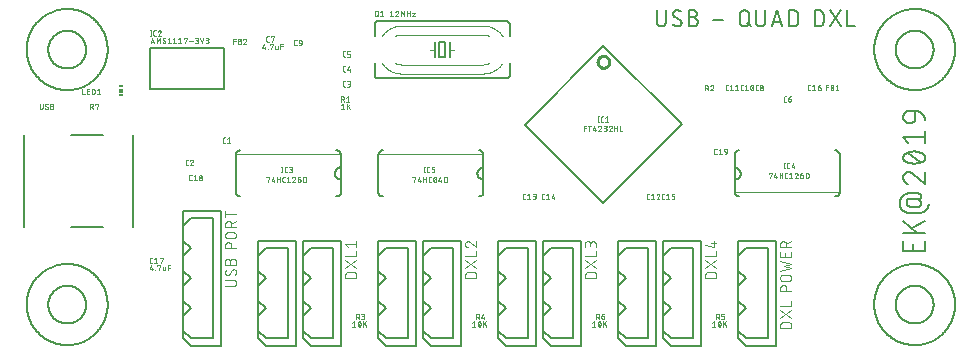
<source format=gto>
G04 EAGLE Gerber RS-274X export*
G75*
%MOMM*%
%FSLAX34Y34*%
%LPD*%
%INTop Silkscreen*%
%IPPOS*%
%AMOC8*
5,1,8,0,0,1.08239X$1,22.5*%
G01*
%ADD10C,0.076200*%
%ADD11C,0.127000*%
%ADD12C,0.152400*%
%ADD13C,0.050800*%
%ADD14C,0.203200*%
%ADD15C,0.254000*%
%ADD16R,0.300000X0.150000*%
%ADD17R,0.300000X0.300000*%


D10*
X175006Y56937D02*
X181678Y56937D01*
X181777Y56939D01*
X181877Y56945D01*
X181976Y56954D01*
X182074Y56968D01*
X182172Y56985D01*
X182270Y57006D01*
X182366Y57031D01*
X182461Y57060D01*
X182556Y57092D01*
X182648Y57128D01*
X182740Y57167D01*
X182830Y57210D01*
X182918Y57256D01*
X183004Y57306D01*
X183088Y57359D01*
X183170Y57415D01*
X183250Y57475D01*
X183327Y57537D01*
X183402Y57603D01*
X183475Y57671D01*
X183544Y57742D01*
X183611Y57816D01*
X183675Y57892D01*
X183736Y57971D01*
X183794Y58052D01*
X183849Y58135D01*
X183900Y58220D01*
X183948Y58307D01*
X183993Y58396D01*
X184034Y58487D01*
X184072Y58579D01*
X184106Y58672D01*
X184136Y58767D01*
X184163Y58863D01*
X184186Y58960D01*
X184205Y59057D01*
X184220Y59156D01*
X184232Y59255D01*
X184240Y59354D01*
X184244Y59453D01*
X184244Y59553D01*
X184240Y59652D01*
X184232Y59751D01*
X184220Y59850D01*
X184205Y59949D01*
X184186Y60046D01*
X184163Y60143D01*
X184136Y60239D01*
X184106Y60334D01*
X184072Y60427D01*
X184034Y60519D01*
X183993Y60610D01*
X183948Y60699D01*
X183900Y60786D01*
X183849Y60871D01*
X183794Y60954D01*
X183736Y61035D01*
X183675Y61114D01*
X183611Y61190D01*
X183544Y61264D01*
X183475Y61335D01*
X183402Y61403D01*
X183327Y61469D01*
X183250Y61531D01*
X183170Y61591D01*
X183088Y61647D01*
X183004Y61700D01*
X182918Y61750D01*
X182830Y61796D01*
X182740Y61839D01*
X182648Y61878D01*
X182556Y61914D01*
X182461Y61946D01*
X182366Y61975D01*
X182270Y62000D01*
X182172Y62021D01*
X182074Y62038D01*
X181976Y62052D01*
X181877Y62061D01*
X181777Y62067D01*
X181678Y62069D01*
X175006Y62069D01*
X182191Y71069D02*
X182281Y71067D01*
X182370Y71061D01*
X182459Y71051D01*
X182547Y71038D01*
X182635Y71020D01*
X182722Y70999D01*
X182808Y70974D01*
X182893Y70945D01*
X182977Y70913D01*
X183059Y70877D01*
X183139Y70837D01*
X183218Y70794D01*
X183294Y70747D01*
X183369Y70698D01*
X183441Y70645D01*
X183511Y70589D01*
X183578Y70530D01*
X183643Y70468D01*
X183705Y70403D01*
X183764Y70336D01*
X183820Y70266D01*
X183873Y70194D01*
X183922Y70119D01*
X183969Y70043D01*
X184012Y69964D01*
X184052Y69884D01*
X184088Y69802D01*
X184120Y69718D01*
X184149Y69633D01*
X184174Y69547D01*
X184195Y69460D01*
X184213Y69372D01*
X184226Y69284D01*
X184236Y69195D01*
X184242Y69106D01*
X184244Y69016D01*
X184242Y68889D01*
X184237Y68762D01*
X184227Y68636D01*
X184214Y68510D01*
X184198Y68384D01*
X184177Y68259D01*
X184153Y68134D01*
X184126Y68011D01*
X184095Y67888D01*
X184060Y67766D01*
X184022Y67645D01*
X183980Y67525D01*
X183934Y67407D01*
X183886Y67290D01*
X183833Y67174D01*
X183778Y67060D01*
X183719Y66948D01*
X183657Y66837D01*
X183592Y66728D01*
X183523Y66622D01*
X183452Y66517D01*
X183377Y66414D01*
X183299Y66314D01*
X183219Y66216D01*
X183136Y66120D01*
X183050Y66027D01*
X182961Y65937D01*
X177059Y66193D02*
X176969Y66195D01*
X176880Y66201D01*
X176791Y66211D01*
X176703Y66224D01*
X176615Y66242D01*
X176528Y66263D01*
X176442Y66288D01*
X176357Y66317D01*
X176273Y66349D01*
X176191Y66385D01*
X176111Y66425D01*
X176033Y66468D01*
X175956Y66515D01*
X175881Y66564D01*
X175809Y66617D01*
X175739Y66673D01*
X175672Y66732D01*
X175607Y66794D01*
X175545Y66859D01*
X175486Y66926D01*
X175430Y66996D01*
X175377Y67068D01*
X175328Y67143D01*
X175281Y67220D01*
X175238Y67298D01*
X175198Y67378D01*
X175162Y67460D01*
X175130Y67544D01*
X175101Y67629D01*
X175076Y67715D01*
X175055Y67802D01*
X175037Y67890D01*
X175024Y67978D01*
X175014Y68067D01*
X175008Y68156D01*
X175006Y68246D01*
X175008Y68370D01*
X175014Y68494D01*
X175024Y68617D01*
X175038Y68740D01*
X175056Y68863D01*
X175078Y68984D01*
X175103Y69106D01*
X175133Y69226D01*
X175166Y69345D01*
X175204Y69463D01*
X175245Y69580D01*
X175289Y69695D01*
X175338Y69809D01*
X175390Y69922D01*
X175446Y70032D01*
X175505Y70141D01*
X175568Y70248D01*
X175634Y70353D01*
X175703Y70455D01*
X175776Y70555D01*
X178855Y67219D02*
X178808Y67143D01*
X178757Y67068D01*
X178703Y66996D01*
X178646Y66926D01*
X178586Y66859D01*
X178523Y66794D01*
X178458Y66732D01*
X178390Y66673D01*
X178319Y66617D01*
X178246Y66564D01*
X178171Y66514D01*
X178093Y66468D01*
X178014Y66425D01*
X177933Y66385D01*
X177850Y66349D01*
X177766Y66317D01*
X177681Y66288D01*
X177594Y66263D01*
X177507Y66242D01*
X177418Y66224D01*
X177329Y66211D01*
X177239Y66201D01*
X177149Y66195D01*
X177059Y66193D01*
X180395Y70043D02*
X180442Y70119D01*
X180493Y70194D01*
X180547Y70266D01*
X180604Y70336D01*
X180664Y70403D01*
X180727Y70468D01*
X180792Y70530D01*
X180860Y70589D01*
X180931Y70645D01*
X181004Y70698D01*
X181079Y70748D01*
X181157Y70794D01*
X181236Y70837D01*
X181317Y70877D01*
X181400Y70913D01*
X181484Y70945D01*
X181569Y70974D01*
X181656Y70999D01*
X181744Y71020D01*
X181832Y71038D01*
X181921Y71051D01*
X182011Y71061D01*
X182101Y71067D01*
X182191Y71069D01*
X180395Y70043D02*
X178855Y67220D01*
X179112Y75067D02*
X179112Y77633D01*
X179114Y77732D01*
X179120Y77832D01*
X179129Y77931D01*
X179143Y78029D01*
X179160Y78127D01*
X179181Y78225D01*
X179206Y78321D01*
X179235Y78416D01*
X179267Y78511D01*
X179303Y78603D01*
X179342Y78695D01*
X179385Y78785D01*
X179431Y78873D01*
X179481Y78959D01*
X179534Y79043D01*
X179590Y79125D01*
X179650Y79205D01*
X179712Y79282D01*
X179778Y79357D01*
X179846Y79430D01*
X179917Y79499D01*
X179991Y79566D01*
X180067Y79630D01*
X180146Y79691D01*
X180227Y79749D01*
X180310Y79804D01*
X180395Y79855D01*
X180482Y79903D01*
X180571Y79948D01*
X180662Y79989D01*
X180754Y80027D01*
X180847Y80061D01*
X180942Y80091D01*
X181038Y80118D01*
X181135Y80141D01*
X181232Y80160D01*
X181331Y80175D01*
X181430Y80187D01*
X181529Y80195D01*
X181628Y80199D01*
X181728Y80199D01*
X181827Y80195D01*
X181926Y80187D01*
X182025Y80175D01*
X182124Y80160D01*
X182221Y80141D01*
X182318Y80118D01*
X182414Y80091D01*
X182509Y80061D01*
X182602Y80027D01*
X182694Y79989D01*
X182785Y79948D01*
X182874Y79903D01*
X182961Y79855D01*
X183046Y79804D01*
X183129Y79749D01*
X183210Y79691D01*
X183289Y79630D01*
X183365Y79566D01*
X183439Y79499D01*
X183510Y79430D01*
X183578Y79357D01*
X183644Y79282D01*
X183706Y79205D01*
X183766Y79125D01*
X183822Y79043D01*
X183875Y78959D01*
X183925Y78873D01*
X183971Y78785D01*
X184014Y78695D01*
X184053Y78603D01*
X184089Y78511D01*
X184121Y78416D01*
X184150Y78321D01*
X184175Y78225D01*
X184196Y78127D01*
X184213Y78029D01*
X184227Y77931D01*
X184236Y77832D01*
X184242Y77732D01*
X184244Y77633D01*
X184244Y75067D01*
X175006Y75067D01*
X175006Y77633D01*
X175008Y77723D01*
X175014Y77812D01*
X175024Y77901D01*
X175037Y77989D01*
X175055Y78077D01*
X175076Y78164D01*
X175101Y78250D01*
X175130Y78335D01*
X175162Y78419D01*
X175198Y78501D01*
X175238Y78581D01*
X175281Y78660D01*
X175328Y78736D01*
X175377Y78811D01*
X175430Y78883D01*
X175486Y78953D01*
X175545Y79020D01*
X175607Y79085D01*
X175672Y79147D01*
X175739Y79206D01*
X175809Y79262D01*
X175881Y79315D01*
X175956Y79364D01*
X176033Y79411D01*
X176111Y79454D01*
X176191Y79494D01*
X176273Y79530D01*
X176357Y79562D01*
X176442Y79591D01*
X176528Y79616D01*
X176615Y79637D01*
X176703Y79655D01*
X176791Y79668D01*
X176880Y79678D01*
X176969Y79684D01*
X177059Y79686D01*
X177149Y79684D01*
X177238Y79678D01*
X177327Y79668D01*
X177415Y79655D01*
X177503Y79637D01*
X177590Y79616D01*
X177676Y79591D01*
X177761Y79562D01*
X177845Y79530D01*
X177927Y79494D01*
X178007Y79454D01*
X178086Y79411D01*
X178162Y79364D01*
X178237Y79315D01*
X178309Y79262D01*
X178379Y79206D01*
X178446Y79147D01*
X178511Y79085D01*
X178573Y79020D01*
X178632Y78953D01*
X178688Y78883D01*
X178741Y78811D01*
X178790Y78736D01*
X178837Y78660D01*
X178880Y78581D01*
X178920Y78501D01*
X178956Y78419D01*
X178988Y78335D01*
X179017Y78250D01*
X179042Y78164D01*
X179063Y78077D01*
X179081Y77989D01*
X179094Y77901D01*
X179104Y77812D01*
X179110Y77723D01*
X179112Y77633D01*
X175006Y88867D02*
X184244Y88867D01*
X175006Y88867D02*
X175006Y91433D01*
X175008Y91532D01*
X175014Y91632D01*
X175023Y91731D01*
X175037Y91829D01*
X175054Y91927D01*
X175075Y92025D01*
X175100Y92121D01*
X175129Y92216D01*
X175161Y92311D01*
X175197Y92403D01*
X175236Y92495D01*
X175279Y92585D01*
X175325Y92673D01*
X175375Y92759D01*
X175428Y92843D01*
X175484Y92925D01*
X175544Y93005D01*
X175606Y93082D01*
X175672Y93157D01*
X175740Y93230D01*
X175811Y93299D01*
X175885Y93366D01*
X175961Y93430D01*
X176040Y93491D01*
X176121Y93549D01*
X176204Y93604D01*
X176289Y93655D01*
X176376Y93703D01*
X176465Y93748D01*
X176556Y93789D01*
X176648Y93827D01*
X176741Y93861D01*
X176836Y93891D01*
X176932Y93918D01*
X177029Y93941D01*
X177126Y93960D01*
X177225Y93975D01*
X177324Y93987D01*
X177423Y93995D01*
X177522Y93999D01*
X177622Y93999D01*
X177721Y93995D01*
X177820Y93987D01*
X177919Y93975D01*
X178018Y93960D01*
X178115Y93941D01*
X178212Y93918D01*
X178308Y93891D01*
X178403Y93861D01*
X178496Y93827D01*
X178588Y93789D01*
X178679Y93748D01*
X178768Y93703D01*
X178855Y93655D01*
X178940Y93604D01*
X179023Y93549D01*
X179104Y93491D01*
X179183Y93430D01*
X179259Y93366D01*
X179333Y93299D01*
X179404Y93230D01*
X179472Y93157D01*
X179538Y93082D01*
X179600Y93005D01*
X179660Y92925D01*
X179716Y92843D01*
X179769Y92759D01*
X179819Y92673D01*
X179865Y92585D01*
X179908Y92495D01*
X179947Y92403D01*
X179983Y92311D01*
X180015Y92216D01*
X180044Y92121D01*
X180069Y92025D01*
X180090Y91927D01*
X180107Y91829D01*
X180121Y91731D01*
X180130Y91632D01*
X180136Y91532D01*
X180138Y91433D01*
X180138Y88867D01*
X181678Y97437D02*
X177572Y97437D01*
X177473Y97439D01*
X177373Y97445D01*
X177274Y97454D01*
X177176Y97468D01*
X177078Y97485D01*
X176980Y97506D01*
X176884Y97531D01*
X176789Y97560D01*
X176694Y97592D01*
X176602Y97628D01*
X176510Y97667D01*
X176420Y97710D01*
X176332Y97756D01*
X176246Y97806D01*
X176162Y97859D01*
X176080Y97915D01*
X176000Y97975D01*
X175923Y98037D01*
X175848Y98103D01*
X175775Y98171D01*
X175706Y98242D01*
X175639Y98316D01*
X175575Y98392D01*
X175514Y98471D01*
X175456Y98552D01*
X175401Y98635D01*
X175350Y98720D01*
X175302Y98807D01*
X175257Y98896D01*
X175216Y98987D01*
X175178Y99079D01*
X175144Y99172D01*
X175114Y99267D01*
X175087Y99363D01*
X175064Y99460D01*
X175045Y99557D01*
X175030Y99656D01*
X175018Y99755D01*
X175010Y99854D01*
X175006Y99953D01*
X175006Y100053D01*
X175010Y100152D01*
X175018Y100251D01*
X175030Y100350D01*
X175045Y100449D01*
X175064Y100546D01*
X175087Y100643D01*
X175114Y100739D01*
X175144Y100834D01*
X175178Y100927D01*
X175216Y101019D01*
X175257Y101110D01*
X175302Y101199D01*
X175350Y101286D01*
X175401Y101371D01*
X175456Y101454D01*
X175514Y101535D01*
X175575Y101614D01*
X175639Y101690D01*
X175706Y101764D01*
X175775Y101835D01*
X175848Y101903D01*
X175923Y101969D01*
X176000Y102031D01*
X176080Y102091D01*
X176162Y102147D01*
X176246Y102200D01*
X176332Y102250D01*
X176420Y102296D01*
X176510Y102339D01*
X176602Y102378D01*
X176694Y102414D01*
X176789Y102446D01*
X176884Y102475D01*
X176980Y102500D01*
X177078Y102521D01*
X177176Y102538D01*
X177274Y102552D01*
X177373Y102561D01*
X177473Y102567D01*
X177572Y102569D01*
X181678Y102569D01*
X181777Y102567D01*
X181877Y102561D01*
X181976Y102552D01*
X182074Y102538D01*
X182172Y102521D01*
X182270Y102500D01*
X182366Y102475D01*
X182461Y102446D01*
X182556Y102414D01*
X182648Y102378D01*
X182740Y102339D01*
X182830Y102296D01*
X182918Y102250D01*
X183004Y102200D01*
X183088Y102147D01*
X183170Y102091D01*
X183250Y102031D01*
X183327Y101969D01*
X183402Y101903D01*
X183475Y101835D01*
X183544Y101764D01*
X183611Y101690D01*
X183675Y101614D01*
X183736Y101535D01*
X183794Y101454D01*
X183849Y101371D01*
X183900Y101286D01*
X183948Y101199D01*
X183993Y101110D01*
X184034Y101019D01*
X184072Y100927D01*
X184106Y100834D01*
X184136Y100739D01*
X184163Y100643D01*
X184186Y100546D01*
X184205Y100449D01*
X184220Y100350D01*
X184232Y100251D01*
X184240Y100152D01*
X184244Y100053D01*
X184244Y99953D01*
X184240Y99854D01*
X184232Y99755D01*
X184220Y99656D01*
X184205Y99557D01*
X184186Y99460D01*
X184163Y99363D01*
X184136Y99267D01*
X184106Y99172D01*
X184072Y99079D01*
X184034Y98987D01*
X183993Y98896D01*
X183948Y98807D01*
X183900Y98720D01*
X183849Y98635D01*
X183794Y98552D01*
X183736Y98471D01*
X183675Y98392D01*
X183611Y98316D01*
X183544Y98242D01*
X183475Y98171D01*
X183402Y98103D01*
X183327Y98037D01*
X183250Y97975D01*
X183170Y97915D01*
X183088Y97859D01*
X183004Y97806D01*
X182918Y97756D01*
X182830Y97710D01*
X182740Y97667D01*
X182648Y97628D01*
X182556Y97592D01*
X182461Y97560D01*
X182366Y97531D01*
X182270Y97506D01*
X182172Y97485D01*
X182074Y97468D01*
X181976Y97454D01*
X181877Y97445D01*
X181777Y97439D01*
X181678Y97437D01*
X184244Y106793D02*
X175006Y106793D01*
X175006Y109360D01*
X175008Y109459D01*
X175014Y109559D01*
X175023Y109658D01*
X175037Y109756D01*
X175054Y109854D01*
X175075Y109952D01*
X175100Y110048D01*
X175129Y110143D01*
X175161Y110238D01*
X175197Y110330D01*
X175236Y110422D01*
X175279Y110512D01*
X175325Y110600D01*
X175375Y110686D01*
X175428Y110770D01*
X175484Y110852D01*
X175544Y110932D01*
X175606Y111009D01*
X175672Y111084D01*
X175740Y111157D01*
X175811Y111226D01*
X175885Y111293D01*
X175961Y111357D01*
X176040Y111418D01*
X176121Y111476D01*
X176204Y111531D01*
X176289Y111582D01*
X176376Y111630D01*
X176465Y111675D01*
X176556Y111716D01*
X176648Y111754D01*
X176741Y111788D01*
X176836Y111818D01*
X176932Y111845D01*
X177029Y111868D01*
X177126Y111887D01*
X177225Y111902D01*
X177324Y111914D01*
X177423Y111922D01*
X177522Y111926D01*
X177622Y111926D01*
X177721Y111922D01*
X177820Y111914D01*
X177919Y111902D01*
X178018Y111887D01*
X178115Y111868D01*
X178212Y111845D01*
X178308Y111818D01*
X178403Y111788D01*
X178496Y111754D01*
X178588Y111716D01*
X178679Y111675D01*
X178768Y111630D01*
X178855Y111582D01*
X178940Y111531D01*
X179023Y111476D01*
X179104Y111418D01*
X179183Y111357D01*
X179259Y111293D01*
X179333Y111226D01*
X179404Y111157D01*
X179472Y111084D01*
X179538Y111009D01*
X179600Y110932D01*
X179660Y110852D01*
X179716Y110770D01*
X179769Y110686D01*
X179819Y110600D01*
X179865Y110512D01*
X179908Y110422D01*
X179947Y110330D01*
X179983Y110238D01*
X180015Y110143D01*
X180044Y110048D01*
X180069Y109952D01*
X180090Y109854D01*
X180107Y109756D01*
X180121Y109658D01*
X180130Y109559D01*
X180136Y109459D01*
X180138Y109360D01*
X180138Y106793D01*
X180138Y109873D02*
X184244Y111926D01*
X184244Y117703D02*
X175006Y117703D01*
X175006Y115137D02*
X175006Y120269D01*
X276606Y63637D02*
X285844Y63637D01*
X276606Y63637D02*
X276606Y66203D01*
X276608Y66301D01*
X276614Y66399D01*
X276623Y66497D01*
X276636Y66595D01*
X276653Y66692D01*
X276673Y66788D01*
X276698Y66883D01*
X276726Y66977D01*
X276757Y67070D01*
X276792Y67162D01*
X276831Y67253D01*
X276872Y67342D01*
X276918Y67429D01*
X276966Y67514D01*
X277018Y67598D01*
X277073Y67679D01*
X277131Y67759D01*
X277192Y67836D01*
X277256Y67910D01*
X277323Y67982D01*
X277393Y68052D01*
X277465Y68119D01*
X277539Y68183D01*
X277616Y68244D01*
X277696Y68302D01*
X277777Y68357D01*
X277861Y68409D01*
X277946Y68457D01*
X278033Y68503D01*
X278122Y68544D01*
X278213Y68583D01*
X278305Y68618D01*
X278398Y68649D01*
X278492Y68677D01*
X278587Y68702D01*
X278683Y68722D01*
X278780Y68739D01*
X278878Y68752D01*
X278976Y68761D01*
X279074Y68767D01*
X279172Y68769D01*
X283278Y68769D01*
X283376Y68767D01*
X283474Y68761D01*
X283572Y68752D01*
X283670Y68739D01*
X283767Y68722D01*
X283863Y68702D01*
X283958Y68677D01*
X284052Y68649D01*
X284145Y68618D01*
X284237Y68583D01*
X284328Y68544D01*
X284417Y68503D01*
X284504Y68457D01*
X284589Y68409D01*
X284673Y68357D01*
X284754Y68302D01*
X284834Y68244D01*
X284911Y68183D01*
X284985Y68119D01*
X285057Y68052D01*
X285127Y67982D01*
X285194Y67910D01*
X285258Y67836D01*
X285319Y67759D01*
X285377Y67679D01*
X285432Y67598D01*
X285484Y67514D01*
X285532Y67429D01*
X285578Y67342D01*
X285619Y67253D01*
X285658Y67162D01*
X285693Y67070D01*
X285724Y66977D01*
X285752Y66883D01*
X285777Y66788D01*
X285797Y66692D01*
X285814Y66595D01*
X285827Y66497D01*
X285836Y66399D01*
X285842Y66301D01*
X285844Y66203D01*
X285844Y63637D01*
X285844Y72424D02*
X276606Y78582D01*
X276606Y72424D02*
X285844Y78582D01*
X285844Y82254D02*
X276606Y82254D01*
X285844Y82254D02*
X285844Y86360D01*
X278659Y89737D02*
X276606Y92303D01*
X285844Y92303D01*
X285844Y89737D02*
X285844Y94869D01*
X378206Y63637D02*
X387444Y63637D01*
X378206Y63637D02*
X378206Y66203D01*
X378208Y66301D01*
X378214Y66399D01*
X378223Y66497D01*
X378236Y66595D01*
X378253Y66692D01*
X378273Y66788D01*
X378298Y66883D01*
X378326Y66977D01*
X378357Y67070D01*
X378392Y67162D01*
X378431Y67253D01*
X378472Y67342D01*
X378518Y67429D01*
X378566Y67514D01*
X378618Y67598D01*
X378673Y67679D01*
X378731Y67759D01*
X378792Y67836D01*
X378856Y67910D01*
X378923Y67982D01*
X378993Y68052D01*
X379065Y68119D01*
X379139Y68183D01*
X379216Y68244D01*
X379296Y68302D01*
X379377Y68357D01*
X379461Y68409D01*
X379546Y68457D01*
X379633Y68503D01*
X379722Y68544D01*
X379813Y68583D01*
X379905Y68618D01*
X379998Y68649D01*
X380092Y68677D01*
X380187Y68702D01*
X380283Y68722D01*
X380380Y68739D01*
X380478Y68752D01*
X380576Y68761D01*
X380674Y68767D01*
X380772Y68769D01*
X384878Y68769D01*
X384976Y68767D01*
X385074Y68761D01*
X385172Y68752D01*
X385270Y68739D01*
X385367Y68722D01*
X385463Y68702D01*
X385558Y68677D01*
X385652Y68649D01*
X385745Y68618D01*
X385837Y68583D01*
X385928Y68544D01*
X386017Y68503D01*
X386104Y68457D01*
X386189Y68409D01*
X386273Y68357D01*
X386354Y68302D01*
X386434Y68244D01*
X386511Y68183D01*
X386585Y68119D01*
X386657Y68052D01*
X386727Y67982D01*
X386794Y67910D01*
X386858Y67836D01*
X386919Y67759D01*
X386977Y67679D01*
X387032Y67598D01*
X387084Y67514D01*
X387132Y67429D01*
X387178Y67342D01*
X387219Y67253D01*
X387258Y67162D01*
X387293Y67070D01*
X387324Y66977D01*
X387352Y66883D01*
X387377Y66788D01*
X387397Y66692D01*
X387414Y66595D01*
X387427Y66497D01*
X387436Y66399D01*
X387442Y66301D01*
X387444Y66203D01*
X387444Y63637D01*
X387444Y72424D02*
X378206Y78582D01*
X378206Y72424D02*
X387444Y78582D01*
X387444Y82254D02*
X378206Y82254D01*
X387444Y82254D02*
X387444Y86360D01*
X380516Y94869D02*
X380421Y94867D01*
X380325Y94861D01*
X380230Y94851D01*
X380136Y94837D01*
X380042Y94820D01*
X379949Y94798D01*
X379857Y94773D01*
X379766Y94744D01*
X379676Y94711D01*
X379588Y94674D01*
X379501Y94634D01*
X379417Y94591D01*
X379334Y94543D01*
X379253Y94493D01*
X379174Y94439D01*
X379097Y94382D01*
X379023Y94322D01*
X378952Y94259D01*
X378883Y94192D01*
X378817Y94124D01*
X378753Y94052D01*
X378693Y93978D01*
X378636Y93901D01*
X378582Y93822D01*
X378532Y93741D01*
X378484Y93658D01*
X378441Y93574D01*
X378401Y93487D01*
X378364Y93399D01*
X378331Y93309D01*
X378302Y93218D01*
X378277Y93126D01*
X378255Y93033D01*
X378238Y92939D01*
X378224Y92845D01*
X378214Y92750D01*
X378208Y92655D01*
X378206Y92559D01*
X378208Y92453D01*
X378214Y92346D01*
X378223Y92240D01*
X378237Y92134D01*
X378254Y92029D01*
X378275Y91924D01*
X378299Y91821D01*
X378328Y91718D01*
X378360Y91616D01*
X378395Y91516D01*
X378435Y91417D01*
X378478Y91319D01*
X378524Y91223D01*
X378574Y91129D01*
X378627Y91036D01*
X378683Y90946D01*
X378743Y90857D01*
X378805Y90771D01*
X378871Y90687D01*
X378940Y90606D01*
X379011Y90527D01*
X379086Y90450D01*
X379163Y90377D01*
X379243Y90306D01*
X379325Y90238D01*
X379409Y90173D01*
X379496Y90111D01*
X379585Y90053D01*
X379676Y89997D01*
X379769Y89945D01*
X379864Y89896D01*
X379961Y89851D01*
X380059Y89809D01*
X380158Y89771D01*
X380259Y89736D01*
X382313Y94100D02*
X382245Y94168D01*
X382175Y94233D01*
X382103Y94296D01*
X382028Y94356D01*
X381951Y94413D01*
X381872Y94466D01*
X381791Y94517D01*
X381708Y94565D01*
X381624Y94609D01*
X381537Y94650D01*
X381449Y94688D01*
X381360Y94722D01*
X381269Y94753D01*
X381178Y94780D01*
X381085Y94804D01*
X380991Y94824D01*
X380897Y94841D01*
X380802Y94853D01*
X380707Y94863D01*
X380612Y94868D01*
X380516Y94870D01*
X382312Y94099D02*
X387444Y89737D01*
X387444Y94869D01*
X479806Y63637D02*
X489044Y63637D01*
X479806Y63637D02*
X479806Y66203D01*
X479808Y66301D01*
X479814Y66399D01*
X479823Y66497D01*
X479836Y66595D01*
X479853Y66692D01*
X479873Y66788D01*
X479898Y66883D01*
X479926Y66977D01*
X479957Y67070D01*
X479992Y67162D01*
X480031Y67253D01*
X480072Y67342D01*
X480118Y67429D01*
X480166Y67514D01*
X480218Y67598D01*
X480273Y67679D01*
X480331Y67759D01*
X480392Y67836D01*
X480456Y67910D01*
X480523Y67982D01*
X480593Y68052D01*
X480665Y68119D01*
X480739Y68183D01*
X480816Y68244D01*
X480896Y68302D01*
X480977Y68357D01*
X481061Y68409D01*
X481146Y68457D01*
X481233Y68503D01*
X481322Y68544D01*
X481413Y68583D01*
X481505Y68618D01*
X481598Y68649D01*
X481692Y68677D01*
X481787Y68702D01*
X481883Y68722D01*
X481980Y68739D01*
X482078Y68752D01*
X482176Y68761D01*
X482274Y68767D01*
X482372Y68769D01*
X486478Y68769D01*
X486576Y68767D01*
X486674Y68761D01*
X486772Y68752D01*
X486870Y68739D01*
X486967Y68722D01*
X487063Y68702D01*
X487158Y68677D01*
X487252Y68649D01*
X487345Y68618D01*
X487437Y68583D01*
X487528Y68544D01*
X487617Y68503D01*
X487704Y68457D01*
X487789Y68409D01*
X487873Y68357D01*
X487954Y68302D01*
X488034Y68244D01*
X488111Y68183D01*
X488185Y68119D01*
X488257Y68052D01*
X488327Y67982D01*
X488394Y67910D01*
X488458Y67836D01*
X488519Y67759D01*
X488577Y67679D01*
X488632Y67598D01*
X488684Y67514D01*
X488732Y67429D01*
X488778Y67342D01*
X488819Y67253D01*
X488858Y67162D01*
X488893Y67070D01*
X488924Y66977D01*
X488952Y66883D01*
X488977Y66788D01*
X488997Y66692D01*
X489014Y66595D01*
X489027Y66497D01*
X489036Y66399D01*
X489042Y66301D01*
X489044Y66203D01*
X489044Y63637D01*
X489044Y72424D02*
X479806Y78582D01*
X479806Y72424D02*
X489044Y78582D01*
X489044Y82254D02*
X479806Y82254D01*
X489044Y82254D02*
X489044Y86360D01*
X489044Y89737D02*
X489044Y92303D01*
X489042Y92402D01*
X489036Y92502D01*
X489027Y92601D01*
X489013Y92699D01*
X488996Y92797D01*
X488975Y92895D01*
X488950Y92991D01*
X488921Y93086D01*
X488889Y93181D01*
X488853Y93273D01*
X488814Y93365D01*
X488771Y93455D01*
X488725Y93543D01*
X488675Y93629D01*
X488622Y93713D01*
X488566Y93795D01*
X488506Y93875D01*
X488444Y93952D01*
X488378Y94027D01*
X488310Y94100D01*
X488239Y94169D01*
X488165Y94236D01*
X488089Y94300D01*
X488010Y94361D01*
X487929Y94419D01*
X487846Y94474D01*
X487761Y94525D01*
X487674Y94573D01*
X487585Y94618D01*
X487494Y94659D01*
X487402Y94697D01*
X487309Y94731D01*
X487214Y94761D01*
X487118Y94788D01*
X487021Y94811D01*
X486924Y94830D01*
X486825Y94845D01*
X486726Y94857D01*
X486627Y94865D01*
X486528Y94869D01*
X486428Y94869D01*
X486329Y94865D01*
X486230Y94857D01*
X486131Y94845D01*
X486032Y94830D01*
X485935Y94811D01*
X485838Y94788D01*
X485742Y94761D01*
X485647Y94731D01*
X485554Y94697D01*
X485462Y94659D01*
X485371Y94618D01*
X485282Y94573D01*
X485195Y94525D01*
X485110Y94474D01*
X485027Y94419D01*
X484946Y94361D01*
X484867Y94300D01*
X484791Y94236D01*
X484717Y94169D01*
X484646Y94100D01*
X484578Y94027D01*
X484512Y93952D01*
X484450Y93875D01*
X484390Y93795D01*
X484334Y93713D01*
X484281Y93629D01*
X484231Y93543D01*
X484185Y93455D01*
X484142Y93365D01*
X484103Y93273D01*
X484067Y93181D01*
X484035Y93086D01*
X484006Y92991D01*
X483981Y92895D01*
X483960Y92797D01*
X483943Y92699D01*
X483929Y92601D01*
X483920Y92502D01*
X483914Y92402D01*
X483912Y92303D01*
X479806Y92816D02*
X479806Y89737D01*
X479806Y92816D02*
X479808Y92906D01*
X479814Y92995D01*
X479824Y93084D01*
X479837Y93172D01*
X479855Y93260D01*
X479876Y93347D01*
X479901Y93433D01*
X479930Y93518D01*
X479962Y93602D01*
X479998Y93684D01*
X480038Y93764D01*
X480081Y93843D01*
X480128Y93919D01*
X480177Y93994D01*
X480230Y94066D01*
X480286Y94136D01*
X480345Y94203D01*
X480407Y94268D01*
X480472Y94330D01*
X480539Y94389D01*
X480609Y94445D01*
X480681Y94498D01*
X480756Y94547D01*
X480833Y94594D01*
X480911Y94637D01*
X480991Y94677D01*
X481073Y94713D01*
X481157Y94745D01*
X481242Y94774D01*
X481328Y94799D01*
X481415Y94820D01*
X481503Y94838D01*
X481591Y94851D01*
X481680Y94861D01*
X481769Y94867D01*
X481859Y94869D01*
X481949Y94867D01*
X482038Y94861D01*
X482127Y94851D01*
X482215Y94838D01*
X482303Y94820D01*
X482390Y94799D01*
X482476Y94774D01*
X482561Y94745D01*
X482645Y94713D01*
X482727Y94677D01*
X482807Y94637D01*
X482886Y94594D01*
X482962Y94547D01*
X483037Y94498D01*
X483109Y94445D01*
X483179Y94389D01*
X483246Y94330D01*
X483311Y94268D01*
X483373Y94203D01*
X483432Y94136D01*
X483488Y94066D01*
X483541Y93994D01*
X483590Y93919D01*
X483637Y93843D01*
X483680Y93764D01*
X483720Y93684D01*
X483756Y93602D01*
X483788Y93518D01*
X483817Y93433D01*
X483842Y93347D01*
X483863Y93260D01*
X483881Y93172D01*
X483894Y93084D01*
X483904Y92995D01*
X483910Y92906D01*
X483912Y92816D01*
X483912Y90763D01*
X581406Y63637D02*
X590644Y63637D01*
X581406Y63637D02*
X581406Y66203D01*
X581408Y66301D01*
X581414Y66399D01*
X581423Y66497D01*
X581436Y66595D01*
X581453Y66692D01*
X581473Y66788D01*
X581498Y66883D01*
X581526Y66977D01*
X581557Y67070D01*
X581592Y67162D01*
X581631Y67253D01*
X581672Y67342D01*
X581718Y67429D01*
X581766Y67514D01*
X581818Y67598D01*
X581873Y67679D01*
X581931Y67759D01*
X581992Y67836D01*
X582056Y67910D01*
X582123Y67982D01*
X582193Y68052D01*
X582265Y68119D01*
X582339Y68183D01*
X582416Y68244D01*
X582496Y68302D01*
X582577Y68357D01*
X582661Y68409D01*
X582746Y68457D01*
X582833Y68503D01*
X582922Y68544D01*
X583013Y68583D01*
X583105Y68618D01*
X583198Y68649D01*
X583292Y68677D01*
X583387Y68702D01*
X583483Y68722D01*
X583580Y68739D01*
X583678Y68752D01*
X583776Y68761D01*
X583874Y68767D01*
X583972Y68769D01*
X588078Y68769D01*
X588176Y68767D01*
X588274Y68761D01*
X588372Y68752D01*
X588470Y68739D01*
X588567Y68722D01*
X588663Y68702D01*
X588758Y68677D01*
X588852Y68649D01*
X588945Y68618D01*
X589037Y68583D01*
X589128Y68544D01*
X589217Y68503D01*
X589304Y68457D01*
X589389Y68409D01*
X589473Y68357D01*
X589554Y68302D01*
X589634Y68244D01*
X589711Y68183D01*
X589785Y68119D01*
X589857Y68052D01*
X589927Y67982D01*
X589994Y67910D01*
X590058Y67836D01*
X590119Y67759D01*
X590177Y67679D01*
X590232Y67598D01*
X590284Y67514D01*
X590332Y67429D01*
X590378Y67342D01*
X590419Y67253D01*
X590458Y67162D01*
X590493Y67070D01*
X590524Y66977D01*
X590552Y66883D01*
X590577Y66788D01*
X590597Y66692D01*
X590614Y66595D01*
X590627Y66497D01*
X590636Y66399D01*
X590642Y66301D01*
X590644Y66203D01*
X590644Y63637D01*
X590644Y72424D02*
X581406Y78582D01*
X581406Y72424D02*
X590644Y78582D01*
X590644Y82254D02*
X581406Y82254D01*
X590644Y82254D02*
X590644Y86360D01*
X588591Y89737D02*
X581406Y91790D01*
X588591Y89737D02*
X588591Y94869D01*
X586538Y93329D02*
X590644Y93329D01*
X644906Y21280D02*
X654144Y21280D01*
X644906Y21280D02*
X644906Y23847D01*
X644908Y23945D01*
X644914Y24043D01*
X644923Y24141D01*
X644936Y24239D01*
X644953Y24336D01*
X644973Y24432D01*
X644998Y24527D01*
X645026Y24621D01*
X645057Y24714D01*
X645092Y24806D01*
X645131Y24897D01*
X645172Y24986D01*
X645218Y25073D01*
X645266Y25158D01*
X645318Y25242D01*
X645373Y25323D01*
X645431Y25403D01*
X645492Y25480D01*
X645556Y25554D01*
X645623Y25626D01*
X645693Y25696D01*
X645765Y25763D01*
X645839Y25827D01*
X645916Y25888D01*
X645996Y25946D01*
X646077Y26001D01*
X646161Y26053D01*
X646246Y26101D01*
X646333Y26147D01*
X646422Y26188D01*
X646513Y26227D01*
X646605Y26262D01*
X646698Y26293D01*
X646792Y26321D01*
X646887Y26346D01*
X646983Y26366D01*
X647080Y26383D01*
X647178Y26396D01*
X647276Y26405D01*
X647374Y26411D01*
X647472Y26413D01*
X651578Y26413D01*
X651676Y26411D01*
X651774Y26405D01*
X651872Y26396D01*
X651970Y26383D01*
X652067Y26366D01*
X652163Y26346D01*
X652258Y26321D01*
X652352Y26293D01*
X652445Y26262D01*
X652537Y26227D01*
X652628Y26188D01*
X652717Y26147D01*
X652804Y26101D01*
X652889Y26053D01*
X652973Y26001D01*
X653054Y25946D01*
X653134Y25888D01*
X653211Y25827D01*
X653285Y25763D01*
X653357Y25696D01*
X653427Y25626D01*
X653494Y25554D01*
X653558Y25480D01*
X653619Y25403D01*
X653677Y25323D01*
X653732Y25242D01*
X653784Y25158D01*
X653832Y25073D01*
X653878Y24986D01*
X653919Y24897D01*
X653958Y24806D01*
X653993Y24714D01*
X654024Y24621D01*
X654052Y24527D01*
X654077Y24432D01*
X654097Y24336D01*
X654114Y24239D01*
X654127Y24141D01*
X654136Y24043D01*
X654142Y23945D01*
X654144Y23847D01*
X654144Y21280D01*
X654144Y30067D02*
X644906Y36226D01*
X644906Y30067D02*
X654144Y36226D01*
X654144Y39898D02*
X644906Y39898D01*
X654144Y39898D02*
X654144Y44003D01*
X654144Y52610D02*
X644906Y52610D01*
X644906Y55177D01*
X644908Y55276D01*
X644914Y55376D01*
X644923Y55475D01*
X644937Y55573D01*
X644954Y55671D01*
X644975Y55769D01*
X645000Y55865D01*
X645029Y55960D01*
X645061Y56055D01*
X645097Y56147D01*
X645136Y56239D01*
X645179Y56329D01*
X645225Y56417D01*
X645275Y56503D01*
X645328Y56587D01*
X645384Y56669D01*
X645444Y56749D01*
X645506Y56826D01*
X645572Y56901D01*
X645640Y56974D01*
X645711Y57043D01*
X645785Y57110D01*
X645861Y57174D01*
X645940Y57235D01*
X646021Y57293D01*
X646104Y57348D01*
X646189Y57399D01*
X646276Y57447D01*
X646365Y57492D01*
X646456Y57533D01*
X646548Y57571D01*
X646641Y57605D01*
X646736Y57635D01*
X646832Y57662D01*
X646929Y57685D01*
X647026Y57704D01*
X647125Y57719D01*
X647224Y57731D01*
X647323Y57739D01*
X647422Y57743D01*
X647522Y57743D01*
X647621Y57739D01*
X647720Y57731D01*
X647819Y57719D01*
X647918Y57704D01*
X648015Y57685D01*
X648112Y57662D01*
X648208Y57635D01*
X648303Y57605D01*
X648396Y57571D01*
X648488Y57533D01*
X648579Y57492D01*
X648668Y57447D01*
X648755Y57399D01*
X648840Y57348D01*
X648923Y57293D01*
X649004Y57235D01*
X649083Y57174D01*
X649159Y57110D01*
X649233Y57043D01*
X649304Y56974D01*
X649372Y56901D01*
X649438Y56826D01*
X649500Y56749D01*
X649560Y56669D01*
X649616Y56587D01*
X649669Y56503D01*
X649719Y56417D01*
X649765Y56329D01*
X649808Y56239D01*
X649847Y56147D01*
X649883Y56055D01*
X649915Y55960D01*
X649944Y55865D01*
X649969Y55769D01*
X649990Y55671D01*
X650007Y55573D01*
X650021Y55475D01*
X650030Y55376D01*
X650036Y55276D01*
X650038Y55177D01*
X650038Y52610D01*
X651578Y61180D02*
X647472Y61180D01*
X647373Y61182D01*
X647273Y61188D01*
X647174Y61197D01*
X647076Y61211D01*
X646978Y61228D01*
X646880Y61249D01*
X646784Y61274D01*
X646689Y61303D01*
X646594Y61335D01*
X646502Y61371D01*
X646410Y61410D01*
X646320Y61453D01*
X646232Y61499D01*
X646146Y61549D01*
X646062Y61602D01*
X645980Y61658D01*
X645900Y61718D01*
X645823Y61780D01*
X645748Y61846D01*
X645675Y61914D01*
X645606Y61985D01*
X645539Y62059D01*
X645475Y62135D01*
X645414Y62214D01*
X645356Y62295D01*
X645301Y62378D01*
X645250Y62463D01*
X645202Y62550D01*
X645157Y62639D01*
X645116Y62730D01*
X645078Y62822D01*
X645044Y62915D01*
X645014Y63010D01*
X644987Y63106D01*
X644964Y63203D01*
X644945Y63300D01*
X644930Y63399D01*
X644918Y63498D01*
X644910Y63597D01*
X644906Y63696D01*
X644906Y63796D01*
X644910Y63895D01*
X644918Y63994D01*
X644930Y64093D01*
X644945Y64192D01*
X644964Y64289D01*
X644987Y64386D01*
X645014Y64482D01*
X645044Y64577D01*
X645078Y64670D01*
X645116Y64762D01*
X645157Y64853D01*
X645202Y64942D01*
X645250Y65029D01*
X645301Y65114D01*
X645356Y65197D01*
X645414Y65278D01*
X645475Y65357D01*
X645539Y65433D01*
X645606Y65507D01*
X645675Y65578D01*
X645748Y65646D01*
X645823Y65712D01*
X645900Y65774D01*
X645980Y65834D01*
X646062Y65890D01*
X646146Y65943D01*
X646232Y65993D01*
X646320Y66039D01*
X646410Y66082D01*
X646502Y66121D01*
X646594Y66157D01*
X646689Y66189D01*
X646784Y66218D01*
X646880Y66243D01*
X646978Y66264D01*
X647076Y66281D01*
X647174Y66295D01*
X647273Y66304D01*
X647373Y66310D01*
X647472Y66312D01*
X647472Y66313D02*
X651578Y66313D01*
X651578Y66312D02*
X651677Y66310D01*
X651777Y66304D01*
X651876Y66295D01*
X651974Y66281D01*
X652072Y66264D01*
X652170Y66243D01*
X652266Y66218D01*
X652361Y66189D01*
X652456Y66157D01*
X652548Y66121D01*
X652640Y66082D01*
X652730Y66039D01*
X652818Y65993D01*
X652904Y65943D01*
X652988Y65890D01*
X653070Y65834D01*
X653150Y65774D01*
X653227Y65712D01*
X653302Y65646D01*
X653375Y65578D01*
X653444Y65507D01*
X653511Y65433D01*
X653575Y65357D01*
X653636Y65278D01*
X653694Y65197D01*
X653749Y65114D01*
X653800Y65029D01*
X653848Y64942D01*
X653893Y64853D01*
X653934Y64762D01*
X653972Y64670D01*
X654006Y64577D01*
X654036Y64482D01*
X654063Y64386D01*
X654086Y64289D01*
X654105Y64192D01*
X654120Y64093D01*
X654132Y63994D01*
X654140Y63895D01*
X654144Y63796D01*
X654144Y63696D01*
X654140Y63597D01*
X654132Y63498D01*
X654120Y63399D01*
X654105Y63300D01*
X654086Y63203D01*
X654063Y63106D01*
X654036Y63010D01*
X654006Y62915D01*
X653972Y62822D01*
X653934Y62730D01*
X653893Y62639D01*
X653848Y62550D01*
X653800Y62463D01*
X653749Y62378D01*
X653694Y62295D01*
X653636Y62214D01*
X653575Y62135D01*
X653511Y62059D01*
X653444Y61985D01*
X653375Y61914D01*
X653302Y61846D01*
X653227Y61780D01*
X653150Y61718D01*
X653070Y61658D01*
X652988Y61602D01*
X652904Y61549D01*
X652818Y61499D01*
X652730Y61453D01*
X652640Y61410D01*
X652548Y61371D01*
X652456Y61335D01*
X652361Y61303D01*
X652266Y61274D01*
X652170Y61249D01*
X652072Y61228D01*
X651974Y61211D01*
X651876Y61197D01*
X651777Y61188D01*
X651677Y61182D01*
X651578Y61180D01*
X644906Y69841D02*
X654144Y71893D01*
X647985Y73946D01*
X654144Y75999D01*
X644906Y78052D01*
X654144Y81898D02*
X654144Y86003D01*
X654144Y81898D02*
X644906Y81898D01*
X644906Y86003D01*
X649012Y84977D02*
X649012Y81898D01*
X644906Y89737D02*
X654144Y89737D01*
X644906Y89737D02*
X644906Y92303D01*
X644908Y92402D01*
X644914Y92502D01*
X644923Y92601D01*
X644937Y92699D01*
X644954Y92797D01*
X644975Y92895D01*
X645000Y92991D01*
X645029Y93086D01*
X645061Y93181D01*
X645097Y93273D01*
X645136Y93365D01*
X645179Y93455D01*
X645225Y93543D01*
X645275Y93629D01*
X645328Y93713D01*
X645384Y93795D01*
X645444Y93875D01*
X645506Y93952D01*
X645572Y94027D01*
X645640Y94100D01*
X645711Y94169D01*
X645785Y94236D01*
X645861Y94300D01*
X645940Y94361D01*
X646021Y94419D01*
X646104Y94474D01*
X646189Y94525D01*
X646276Y94573D01*
X646365Y94618D01*
X646456Y94659D01*
X646548Y94697D01*
X646641Y94731D01*
X646736Y94761D01*
X646832Y94788D01*
X646929Y94811D01*
X647026Y94830D01*
X647125Y94845D01*
X647224Y94857D01*
X647323Y94865D01*
X647422Y94869D01*
X647522Y94869D01*
X647621Y94865D01*
X647720Y94857D01*
X647819Y94845D01*
X647918Y94830D01*
X648015Y94811D01*
X648112Y94788D01*
X648208Y94761D01*
X648303Y94731D01*
X648396Y94697D01*
X648488Y94659D01*
X648579Y94618D01*
X648668Y94573D01*
X648755Y94525D01*
X648840Y94474D01*
X648923Y94419D01*
X649004Y94361D01*
X649083Y94300D01*
X649159Y94236D01*
X649233Y94169D01*
X649304Y94100D01*
X649372Y94027D01*
X649438Y93952D01*
X649500Y93875D01*
X649560Y93795D01*
X649616Y93713D01*
X649669Y93629D01*
X649719Y93543D01*
X649765Y93455D01*
X649808Y93365D01*
X649847Y93273D01*
X649883Y93181D01*
X649915Y93086D01*
X649944Y92991D01*
X649969Y92895D01*
X649990Y92797D01*
X650007Y92699D01*
X650021Y92601D01*
X650030Y92502D01*
X650036Y92402D01*
X650038Y92303D01*
X650038Y89737D01*
X650038Y92816D02*
X654144Y94869D01*
D11*
X540385Y280674D02*
X540385Y290590D01*
X540385Y280674D02*
X540387Y280552D01*
X540393Y280430D01*
X540403Y280308D01*
X540416Y280186D01*
X540434Y280065D01*
X540455Y279945D01*
X540481Y279825D01*
X540510Y279707D01*
X540543Y279589D01*
X540579Y279472D01*
X540620Y279357D01*
X540664Y279243D01*
X540711Y279130D01*
X540763Y279019D01*
X540818Y278910D01*
X540876Y278802D01*
X540937Y278697D01*
X541003Y278593D01*
X541071Y278492D01*
X541142Y278393D01*
X541217Y278296D01*
X541295Y278202D01*
X541376Y278110D01*
X541459Y278021D01*
X541546Y277934D01*
X541635Y277851D01*
X541727Y277770D01*
X541821Y277692D01*
X541918Y277617D01*
X542017Y277546D01*
X542118Y277478D01*
X542222Y277412D01*
X542327Y277351D01*
X542435Y277293D01*
X542544Y277238D01*
X542655Y277186D01*
X542768Y277139D01*
X542882Y277095D01*
X542997Y277054D01*
X543114Y277018D01*
X543232Y276985D01*
X543350Y276956D01*
X543470Y276930D01*
X543590Y276909D01*
X543711Y276891D01*
X543833Y276878D01*
X543955Y276868D01*
X544077Y276862D01*
X544199Y276860D01*
X544321Y276862D01*
X544443Y276868D01*
X544565Y276878D01*
X544687Y276891D01*
X544808Y276909D01*
X544928Y276930D01*
X545048Y276956D01*
X545166Y276985D01*
X545284Y277018D01*
X545401Y277054D01*
X545516Y277095D01*
X545630Y277139D01*
X545743Y277186D01*
X545854Y277238D01*
X545963Y277293D01*
X546071Y277351D01*
X546176Y277412D01*
X546280Y277478D01*
X546381Y277546D01*
X546480Y277617D01*
X546577Y277692D01*
X546671Y277770D01*
X546763Y277851D01*
X546852Y277934D01*
X546939Y278021D01*
X547022Y278110D01*
X547103Y278202D01*
X547181Y278296D01*
X547256Y278393D01*
X547327Y278492D01*
X547395Y278593D01*
X547461Y278697D01*
X547522Y278802D01*
X547580Y278910D01*
X547635Y279019D01*
X547687Y279130D01*
X547734Y279243D01*
X547778Y279357D01*
X547819Y279472D01*
X547855Y279589D01*
X547888Y279707D01*
X547917Y279825D01*
X547943Y279945D01*
X547964Y280065D01*
X547982Y280186D01*
X547995Y280308D01*
X548005Y280430D01*
X548011Y280552D01*
X548013Y280674D01*
X548013Y290590D01*
X561513Y279911D02*
X561511Y279802D01*
X561505Y279693D01*
X561496Y279585D01*
X561482Y279477D01*
X561465Y279369D01*
X561443Y279262D01*
X561418Y279156D01*
X561389Y279051D01*
X561357Y278948D01*
X561321Y278845D01*
X561281Y278743D01*
X561237Y278644D01*
X561190Y278545D01*
X561140Y278449D01*
X561086Y278354D01*
X561029Y278262D01*
X560968Y278171D01*
X560904Y278083D01*
X560838Y277997D01*
X560768Y277913D01*
X560695Y277832D01*
X560619Y277754D01*
X560541Y277678D01*
X560460Y277605D01*
X560376Y277535D01*
X560290Y277469D01*
X560202Y277405D01*
X560112Y277344D01*
X560019Y277287D01*
X559924Y277233D01*
X559828Y277183D01*
X559729Y277136D01*
X559630Y277092D01*
X559528Y277052D01*
X559426Y277016D01*
X559322Y276984D01*
X559217Y276955D01*
X559111Y276930D01*
X559004Y276908D01*
X558896Y276891D01*
X558788Y276877D01*
X558680Y276868D01*
X558571Y276862D01*
X558462Y276860D01*
X558303Y276862D01*
X558144Y276868D01*
X557985Y276878D01*
X557827Y276891D01*
X557669Y276909D01*
X557511Y276930D01*
X557354Y276956D01*
X557198Y276985D01*
X557043Y277018D01*
X556888Y277055D01*
X556734Y277096D01*
X556581Y277140D01*
X556430Y277189D01*
X556280Y277241D01*
X556131Y277296D01*
X555983Y277356D01*
X555837Y277419D01*
X555693Y277485D01*
X555550Y277555D01*
X555409Y277629D01*
X555270Y277706D01*
X555133Y277786D01*
X554998Y277870D01*
X554865Y277957D01*
X554734Y278048D01*
X554605Y278141D01*
X554479Y278238D01*
X554355Y278338D01*
X554234Y278441D01*
X554115Y278547D01*
X553999Y278655D01*
X553886Y278767D01*
X554267Y287539D02*
X554269Y287648D01*
X554275Y287757D01*
X554284Y287865D01*
X554298Y287973D01*
X554315Y288081D01*
X554337Y288188D01*
X554362Y288294D01*
X554391Y288399D01*
X554423Y288503D01*
X554459Y288605D01*
X554499Y288707D01*
X554543Y288806D01*
X554590Y288905D01*
X554640Y289001D01*
X554694Y289096D01*
X554751Y289188D01*
X554812Y289279D01*
X554876Y289367D01*
X554942Y289453D01*
X555012Y289537D01*
X555085Y289618D01*
X555161Y289696D01*
X555239Y289772D01*
X555320Y289845D01*
X555404Y289915D01*
X555490Y289981D01*
X555578Y290045D01*
X555669Y290106D01*
X555761Y290163D01*
X555856Y290217D01*
X555952Y290267D01*
X556051Y290314D01*
X556150Y290358D01*
X556252Y290398D01*
X556354Y290434D01*
X556458Y290466D01*
X556563Y290495D01*
X556669Y290520D01*
X556776Y290542D01*
X556884Y290559D01*
X556992Y290573D01*
X557100Y290582D01*
X557209Y290588D01*
X557318Y290590D01*
X557465Y290588D01*
X557612Y290582D01*
X557759Y290573D01*
X557906Y290560D01*
X558052Y290543D01*
X558198Y290522D01*
X558343Y290497D01*
X558488Y290469D01*
X558632Y290437D01*
X558774Y290402D01*
X558916Y290362D01*
X559057Y290319D01*
X559197Y290273D01*
X559335Y290223D01*
X559472Y290169D01*
X559608Y290112D01*
X559742Y290051D01*
X559875Y289987D01*
X560006Y289919D01*
X560135Y289848D01*
X560262Y289774D01*
X560387Y289697D01*
X560511Y289616D01*
X560632Y289533D01*
X560751Y289446D01*
X555792Y284869D02*
X555697Y284927D01*
X555605Y284989D01*
X555514Y285053D01*
X555427Y285121D01*
X555341Y285192D01*
X555259Y285266D01*
X555179Y285343D01*
X555101Y285422D01*
X555027Y285505D01*
X554956Y285590D01*
X554888Y285677D01*
X554823Y285767D01*
X554761Y285859D01*
X554702Y285954D01*
X554647Y286050D01*
X554596Y286148D01*
X554548Y286248D01*
X554503Y286350D01*
X554463Y286453D01*
X554425Y286558D01*
X554392Y286663D01*
X554363Y286770D01*
X554337Y286878D01*
X554316Y286987D01*
X554298Y287097D01*
X554284Y287207D01*
X554274Y287317D01*
X554268Y287428D01*
X554266Y287539D01*
X559987Y282581D02*
X560082Y282523D01*
X560174Y282461D01*
X560265Y282397D01*
X560352Y282329D01*
X560438Y282258D01*
X560520Y282184D01*
X560600Y282107D01*
X560678Y282028D01*
X560752Y281945D01*
X560823Y281860D01*
X560891Y281773D01*
X560956Y281683D01*
X561018Y281591D01*
X561077Y281496D01*
X561132Y281400D01*
X561183Y281302D01*
X561231Y281202D01*
X561276Y281100D01*
X561316Y280997D01*
X561354Y280892D01*
X561387Y280787D01*
X561416Y280680D01*
X561442Y280572D01*
X561463Y280463D01*
X561481Y280353D01*
X561495Y280243D01*
X561505Y280133D01*
X561511Y280022D01*
X561513Y279911D01*
X559987Y282581D02*
X555792Y284869D01*
X567591Y284488D02*
X571405Y284488D01*
X571527Y284486D01*
X571649Y284480D01*
X571771Y284470D01*
X571893Y284457D01*
X572014Y284439D01*
X572134Y284418D01*
X572254Y284392D01*
X572372Y284363D01*
X572490Y284330D01*
X572607Y284294D01*
X572722Y284253D01*
X572836Y284209D01*
X572949Y284162D01*
X573060Y284110D01*
X573169Y284055D01*
X573277Y283997D01*
X573382Y283936D01*
X573486Y283870D01*
X573587Y283802D01*
X573686Y283731D01*
X573783Y283656D01*
X573877Y283578D01*
X573969Y283497D01*
X574058Y283414D01*
X574145Y283327D01*
X574228Y283238D01*
X574309Y283146D01*
X574387Y283052D01*
X574462Y282955D01*
X574533Y282856D01*
X574601Y282755D01*
X574667Y282651D01*
X574728Y282546D01*
X574786Y282438D01*
X574841Y282329D01*
X574893Y282218D01*
X574940Y282105D01*
X574984Y281991D01*
X575025Y281876D01*
X575061Y281759D01*
X575094Y281641D01*
X575123Y281523D01*
X575149Y281403D01*
X575170Y281283D01*
X575188Y281162D01*
X575201Y281040D01*
X575211Y280918D01*
X575217Y280796D01*
X575219Y280674D01*
X575217Y280552D01*
X575211Y280430D01*
X575201Y280308D01*
X575188Y280186D01*
X575170Y280065D01*
X575149Y279945D01*
X575123Y279825D01*
X575094Y279707D01*
X575061Y279589D01*
X575025Y279472D01*
X574984Y279357D01*
X574940Y279243D01*
X574893Y279130D01*
X574841Y279019D01*
X574786Y278910D01*
X574728Y278802D01*
X574667Y278697D01*
X574601Y278593D01*
X574533Y278492D01*
X574462Y278393D01*
X574387Y278296D01*
X574309Y278202D01*
X574228Y278110D01*
X574145Y278021D01*
X574058Y277934D01*
X573969Y277851D01*
X573877Y277770D01*
X573783Y277692D01*
X573686Y277617D01*
X573587Y277546D01*
X573486Y277478D01*
X573382Y277412D01*
X573277Y277351D01*
X573169Y277293D01*
X573060Y277238D01*
X572949Y277186D01*
X572836Y277139D01*
X572722Y277095D01*
X572607Y277054D01*
X572490Y277018D01*
X572372Y276985D01*
X572254Y276956D01*
X572134Y276930D01*
X572014Y276909D01*
X571893Y276891D01*
X571771Y276878D01*
X571649Y276868D01*
X571527Y276862D01*
X571405Y276860D01*
X567591Y276860D01*
X567591Y290590D01*
X571405Y290590D01*
X571514Y290588D01*
X571623Y290582D01*
X571731Y290573D01*
X571839Y290559D01*
X571947Y290542D01*
X572054Y290520D01*
X572160Y290495D01*
X572265Y290466D01*
X572369Y290434D01*
X572471Y290398D01*
X572573Y290358D01*
X572672Y290314D01*
X572771Y290267D01*
X572867Y290217D01*
X572962Y290163D01*
X573054Y290106D01*
X573145Y290045D01*
X573233Y289981D01*
X573319Y289915D01*
X573403Y289845D01*
X573484Y289772D01*
X573562Y289696D01*
X573638Y289618D01*
X573711Y289537D01*
X573781Y289453D01*
X573847Y289367D01*
X573911Y289279D01*
X573972Y289188D01*
X574029Y289096D01*
X574083Y289001D01*
X574133Y288905D01*
X574180Y288806D01*
X574224Y288707D01*
X574264Y288605D01*
X574300Y288503D01*
X574332Y288399D01*
X574361Y288294D01*
X574386Y288188D01*
X574408Y288081D01*
X574425Y287973D01*
X574439Y287865D01*
X574448Y287757D01*
X574454Y287648D01*
X574456Y287539D01*
X574454Y287430D01*
X574448Y287321D01*
X574439Y287213D01*
X574425Y287105D01*
X574408Y286997D01*
X574386Y286890D01*
X574361Y286784D01*
X574332Y286679D01*
X574300Y286575D01*
X574264Y286473D01*
X574224Y286371D01*
X574180Y286272D01*
X574133Y286173D01*
X574083Y286077D01*
X574029Y285982D01*
X573972Y285890D01*
X573911Y285799D01*
X573847Y285711D01*
X573781Y285625D01*
X573711Y285541D01*
X573638Y285460D01*
X573562Y285382D01*
X573484Y285306D01*
X573403Y285233D01*
X573319Y285163D01*
X573233Y285097D01*
X573145Y285033D01*
X573054Y284972D01*
X572962Y284915D01*
X572867Y284861D01*
X572771Y284811D01*
X572672Y284764D01*
X572573Y284720D01*
X572471Y284680D01*
X572369Y284644D01*
X572265Y284612D01*
X572160Y284583D01*
X572054Y284558D01*
X571947Y284536D01*
X571839Y284519D01*
X571731Y284505D01*
X571623Y284496D01*
X571514Y284490D01*
X571405Y284488D01*
X587772Y282199D02*
X596925Y282199D01*
X610946Y280674D02*
X610946Y286776D01*
X610948Y286898D01*
X610954Y287020D01*
X610964Y287142D01*
X610977Y287264D01*
X610995Y287385D01*
X611016Y287505D01*
X611042Y287625D01*
X611071Y287743D01*
X611104Y287861D01*
X611140Y287978D01*
X611181Y288093D01*
X611225Y288207D01*
X611272Y288320D01*
X611324Y288431D01*
X611379Y288540D01*
X611437Y288648D01*
X611498Y288753D01*
X611564Y288857D01*
X611632Y288958D01*
X611703Y289057D01*
X611778Y289154D01*
X611856Y289248D01*
X611937Y289340D01*
X612020Y289429D01*
X612107Y289516D01*
X612196Y289599D01*
X612288Y289680D01*
X612382Y289758D01*
X612479Y289833D01*
X612578Y289904D01*
X612679Y289972D01*
X612783Y290038D01*
X612888Y290099D01*
X612996Y290157D01*
X613105Y290212D01*
X613216Y290264D01*
X613329Y290311D01*
X613443Y290355D01*
X613558Y290396D01*
X613675Y290432D01*
X613793Y290465D01*
X613911Y290494D01*
X614031Y290520D01*
X614151Y290541D01*
X614272Y290559D01*
X614394Y290572D01*
X614516Y290582D01*
X614638Y290588D01*
X614760Y290590D01*
X614882Y290588D01*
X615004Y290582D01*
X615126Y290572D01*
X615248Y290559D01*
X615369Y290541D01*
X615489Y290520D01*
X615609Y290494D01*
X615727Y290465D01*
X615845Y290432D01*
X615962Y290396D01*
X616077Y290355D01*
X616191Y290311D01*
X616304Y290264D01*
X616415Y290212D01*
X616524Y290157D01*
X616632Y290099D01*
X616737Y290038D01*
X616841Y289972D01*
X616942Y289904D01*
X617041Y289833D01*
X617138Y289758D01*
X617232Y289680D01*
X617324Y289599D01*
X617413Y289516D01*
X617500Y289429D01*
X617583Y289340D01*
X617664Y289248D01*
X617742Y289154D01*
X617817Y289057D01*
X617888Y288958D01*
X617956Y288857D01*
X618022Y288753D01*
X618083Y288648D01*
X618141Y288540D01*
X618196Y288431D01*
X618248Y288320D01*
X618295Y288207D01*
X618339Y288093D01*
X618380Y287978D01*
X618416Y287861D01*
X618449Y287743D01*
X618478Y287625D01*
X618504Y287505D01*
X618525Y287385D01*
X618543Y287264D01*
X618556Y287142D01*
X618566Y287020D01*
X618572Y286898D01*
X618574Y286776D01*
X618574Y280674D01*
X618572Y280552D01*
X618566Y280430D01*
X618556Y280308D01*
X618543Y280186D01*
X618525Y280065D01*
X618504Y279945D01*
X618478Y279825D01*
X618449Y279707D01*
X618416Y279589D01*
X618380Y279472D01*
X618339Y279357D01*
X618295Y279243D01*
X618248Y279130D01*
X618196Y279019D01*
X618141Y278910D01*
X618083Y278802D01*
X618022Y278697D01*
X617956Y278593D01*
X617888Y278492D01*
X617817Y278393D01*
X617742Y278296D01*
X617664Y278202D01*
X617583Y278110D01*
X617500Y278021D01*
X617413Y277934D01*
X617324Y277851D01*
X617232Y277770D01*
X617138Y277692D01*
X617041Y277617D01*
X616942Y277546D01*
X616841Y277478D01*
X616737Y277412D01*
X616632Y277351D01*
X616524Y277293D01*
X616415Y277238D01*
X616304Y277186D01*
X616191Y277139D01*
X616077Y277095D01*
X615962Y277054D01*
X615845Y277018D01*
X615727Y276985D01*
X615609Y276956D01*
X615489Y276930D01*
X615369Y276909D01*
X615248Y276891D01*
X615126Y276878D01*
X615004Y276868D01*
X614882Y276862D01*
X614760Y276860D01*
X614638Y276862D01*
X614516Y276868D01*
X614394Y276878D01*
X614272Y276891D01*
X614151Y276909D01*
X614031Y276930D01*
X613911Y276956D01*
X613793Y276985D01*
X613675Y277018D01*
X613558Y277054D01*
X613443Y277095D01*
X613329Y277139D01*
X613216Y277186D01*
X613105Y277238D01*
X612996Y277293D01*
X612888Y277351D01*
X612783Y277412D01*
X612679Y277478D01*
X612578Y277546D01*
X612479Y277617D01*
X612382Y277692D01*
X612288Y277770D01*
X612196Y277851D01*
X612107Y277934D01*
X612020Y278021D01*
X611937Y278110D01*
X611856Y278202D01*
X611778Y278296D01*
X611703Y278393D01*
X611632Y278492D01*
X611564Y278593D01*
X611498Y278697D01*
X611437Y278802D01*
X611379Y278910D01*
X611324Y279019D01*
X611272Y279130D01*
X611225Y279243D01*
X611181Y279357D01*
X611140Y279472D01*
X611104Y279589D01*
X611071Y279707D01*
X611042Y279825D01*
X611016Y279945D01*
X610995Y280065D01*
X610977Y280186D01*
X610964Y280308D01*
X610954Y280430D01*
X610948Y280552D01*
X610946Y280674D01*
X617048Y279911D02*
X620099Y276860D01*
X624535Y280674D02*
X624535Y290590D01*
X624535Y280674D02*
X624537Y280552D01*
X624543Y280430D01*
X624553Y280308D01*
X624566Y280186D01*
X624584Y280065D01*
X624605Y279945D01*
X624631Y279825D01*
X624660Y279707D01*
X624693Y279589D01*
X624729Y279472D01*
X624770Y279357D01*
X624814Y279243D01*
X624861Y279130D01*
X624913Y279019D01*
X624968Y278910D01*
X625026Y278802D01*
X625087Y278697D01*
X625153Y278593D01*
X625221Y278492D01*
X625292Y278393D01*
X625367Y278296D01*
X625445Y278202D01*
X625526Y278110D01*
X625609Y278021D01*
X625696Y277934D01*
X625785Y277851D01*
X625877Y277770D01*
X625971Y277692D01*
X626068Y277617D01*
X626167Y277546D01*
X626268Y277478D01*
X626372Y277412D01*
X626477Y277351D01*
X626585Y277293D01*
X626694Y277238D01*
X626805Y277186D01*
X626918Y277139D01*
X627032Y277095D01*
X627147Y277054D01*
X627264Y277018D01*
X627382Y276985D01*
X627500Y276956D01*
X627620Y276930D01*
X627740Y276909D01*
X627861Y276891D01*
X627983Y276878D01*
X628105Y276868D01*
X628227Y276862D01*
X628349Y276860D01*
X628471Y276862D01*
X628593Y276868D01*
X628715Y276878D01*
X628837Y276891D01*
X628958Y276909D01*
X629078Y276930D01*
X629198Y276956D01*
X629316Y276985D01*
X629434Y277018D01*
X629551Y277054D01*
X629666Y277095D01*
X629780Y277139D01*
X629893Y277186D01*
X630004Y277238D01*
X630113Y277293D01*
X630221Y277351D01*
X630326Y277412D01*
X630430Y277478D01*
X630531Y277546D01*
X630630Y277617D01*
X630727Y277692D01*
X630821Y277770D01*
X630913Y277851D01*
X631002Y277934D01*
X631089Y278021D01*
X631172Y278110D01*
X631253Y278202D01*
X631331Y278296D01*
X631406Y278393D01*
X631477Y278492D01*
X631545Y278593D01*
X631611Y278697D01*
X631672Y278802D01*
X631730Y278910D01*
X631785Y279019D01*
X631837Y279130D01*
X631884Y279243D01*
X631928Y279357D01*
X631969Y279472D01*
X632005Y279589D01*
X632038Y279707D01*
X632067Y279825D01*
X632093Y279945D01*
X632114Y280065D01*
X632132Y280186D01*
X632145Y280308D01*
X632155Y280430D01*
X632161Y280552D01*
X632163Y280674D01*
X632163Y290590D01*
X642299Y290590D02*
X637722Y276860D01*
X646875Y276860D02*
X642299Y290590D01*
X645731Y280293D02*
X638866Y280293D01*
X652435Y276860D02*
X652435Y290590D01*
X656249Y290590D01*
X656371Y290588D01*
X656493Y290582D01*
X656615Y290572D01*
X656737Y290559D01*
X656858Y290541D01*
X656978Y290520D01*
X657098Y290494D01*
X657216Y290465D01*
X657334Y290432D01*
X657451Y290396D01*
X657566Y290355D01*
X657680Y290311D01*
X657793Y290264D01*
X657904Y290212D01*
X658013Y290157D01*
X658121Y290099D01*
X658226Y290038D01*
X658330Y289972D01*
X658431Y289904D01*
X658530Y289833D01*
X658627Y289758D01*
X658721Y289680D01*
X658813Y289599D01*
X658902Y289516D01*
X658989Y289429D01*
X659072Y289340D01*
X659153Y289248D01*
X659231Y289154D01*
X659306Y289057D01*
X659377Y288958D01*
X659445Y288857D01*
X659511Y288753D01*
X659572Y288648D01*
X659630Y288540D01*
X659685Y288431D01*
X659737Y288320D01*
X659784Y288207D01*
X659828Y288093D01*
X659869Y287978D01*
X659905Y287861D01*
X659938Y287743D01*
X659967Y287625D01*
X659993Y287505D01*
X660014Y287385D01*
X660032Y287264D01*
X660045Y287142D01*
X660055Y287020D01*
X660061Y286898D01*
X660063Y286776D01*
X660063Y280674D01*
X660061Y280552D01*
X660055Y280430D01*
X660045Y280308D01*
X660032Y280186D01*
X660014Y280065D01*
X659993Y279945D01*
X659967Y279825D01*
X659938Y279707D01*
X659905Y279589D01*
X659869Y279472D01*
X659828Y279357D01*
X659784Y279243D01*
X659737Y279130D01*
X659685Y279019D01*
X659630Y278910D01*
X659572Y278802D01*
X659511Y278697D01*
X659445Y278593D01*
X659377Y278492D01*
X659306Y278393D01*
X659231Y278296D01*
X659153Y278202D01*
X659072Y278110D01*
X658989Y278021D01*
X658902Y277934D01*
X658813Y277851D01*
X658721Y277770D01*
X658627Y277692D01*
X658530Y277617D01*
X658431Y277546D01*
X658330Y277478D01*
X658226Y277412D01*
X658121Y277351D01*
X658013Y277293D01*
X657904Y277238D01*
X657793Y277186D01*
X657680Y277139D01*
X657566Y277095D01*
X657451Y277054D01*
X657334Y277018D01*
X657216Y276985D01*
X657098Y276956D01*
X656978Y276930D01*
X656858Y276909D01*
X656737Y276891D01*
X656615Y276878D01*
X656493Y276868D01*
X656371Y276862D01*
X656249Y276860D01*
X652435Y276860D01*
X674035Y276860D02*
X674035Y290590D01*
X677849Y290590D01*
X677971Y290588D01*
X678093Y290582D01*
X678215Y290572D01*
X678337Y290559D01*
X678458Y290541D01*
X678578Y290520D01*
X678698Y290494D01*
X678816Y290465D01*
X678934Y290432D01*
X679051Y290396D01*
X679166Y290355D01*
X679280Y290311D01*
X679393Y290264D01*
X679504Y290212D01*
X679613Y290157D01*
X679721Y290099D01*
X679826Y290038D01*
X679930Y289972D01*
X680031Y289904D01*
X680130Y289833D01*
X680227Y289758D01*
X680321Y289680D01*
X680413Y289599D01*
X680502Y289516D01*
X680589Y289429D01*
X680672Y289340D01*
X680753Y289248D01*
X680831Y289154D01*
X680906Y289057D01*
X680977Y288958D01*
X681045Y288857D01*
X681111Y288753D01*
X681172Y288648D01*
X681230Y288540D01*
X681285Y288431D01*
X681337Y288320D01*
X681384Y288207D01*
X681428Y288093D01*
X681469Y287978D01*
X681505Y287861D01*
X681538Y287743D01*
X681567Y287625D01*
X681593Y287505D01*
X681614Y287385D01*
X681632Y287264D01*
X681645Y287142D01*
X681655Y287020D01*
X681661Y286898D01*
X681663Y286776D01*
X681663Y280674D01*
X681661Y280552D01*
X681655Y280430D01*
X681645Y280308D01*
X681632Y280186D01*
X681614Y280065D01*
X681593Y279945D01*
X681567Y279825D01*
X681538Y279707D01*
X681505Y279589D01*
X681469Y279472D01*
X681428Y279357D01*
X681384Y279243D01*
X681337Y279130D01*
X681285Y279019D01*
X681230Y278910D01*
X681172Y278802D01*
X681111Y278697D01*
X681045Y278593D01*
X680977Y278492D01*
X680906Y278393D01*
X680831Y278296D01*
X680753Y278202D01*
X680672Y278110D01*
X680589Y278021D01*
X680502Y277934D01*
X680413Y277851D01*
X680321Y277770D01*
X680227Y277692D01*
X680130Y277617D01*
X680031Y277546D01*
X679930Y277478D01*
X679826Y277412D01*
X679721Y277351D01*
X679613Y277293D01*
X679504Y277238D01*
X679393Y277186D01*
X679280Y277139D01*
X679166Y277095D01*
X679051Y277054D01*
X678934Y277018D01*
X678816Y276985D01*
X678698Y276956D01*
X678578Y276930D01*
X678458Y276909D01*
X678337Y276891D01*
X678215Y276878D01*
X678093Y276868D01*
X677971Y276862D01*
X677849Y276860D01*
X674035Y276860D01*
X687222Y276860D02*
X696375Y290590D01*
X687222Y290590D02*
X696375Y276860D01*
X701962Y276860D02*
X701962Y290590D01*
X701962Y276860D02*
X708064Y276860D01*
D12*
X767588Y94699D02*
X767588Y86487D01*
X749112Y86487D01*
X749112Y94699D01*
X757324Y92646D02*
X757324Y86487D01*
X749112Y101598D02*
X767588Y101598D01*
X760403Y101598D02*
X749112Y111863D01*
X756297Y105704D02*
X767588Y111863D01*
X752191Y127241D02*
X752191Y130320D01*
X752192Y127241D02*
X752194Y127131D01*
X752200Y127021D01*
X752210Y126912D01*
X752223Y126803D01*
X752241Y126694D01*
X752262Y126587D01*
X752288Y126480D01*
X752317Y126374D01*
X752350Y126269D01*
X752386Y126165D01*
X752426Y126063D01*
X752470Y125962D01*
X752518Y125863D01*
X752569Y125765D01*
X752623Y125670D01*
X752681Y125576D01*
X752742Y125485D01*
X752806Y125396D01*
X752874Y125309D01*
X752944Y125225D01*
X753018Y125143D01*
X753094Y125064D01*
X753173Y124987D01*
X753255Y124914D01*
X753339Y124844D01*
X753426Y124776D01*
X753515Y124712D01*
X753606Y124651D01*
X753700Y124593D01*
X753795Y124539D01*
X753893Y124488D01*
X753992Y124440D01*
X754093Y124396D01*
X754195Y124356D01*
X754299Y124320D01*
X754404Y124287D01*
X754510Y124258D01*
X754617Y124232D01*
X754724Y124211D01*
X754833Y124193D01*
X754942Y124180D01*
X755051Y124170D01*
X755161Y124164D01*
X755271Y124162D01*
X761429Y124162D01*
X761539Y124164D01*
X761649Y124170D01*
X761758Y124180D01*
X761867Y124193D01*
X761976Y124211D01*
X762083Y124232D01*
X762190Y124258D01*
X762296Y124287D01*
X762401Y124320D01*
X762505Y124356D01*
X762607Y124396D01*
X762708Y124440D01*
X762807Y124488D01*
X762905Y124539D01*
X763000Y124593D01*
X763094Y124651D01*
X763185Y124712D01*
X763274Y124776D01*
X763361Y124844D01*
X763445Y124914D01*
X763527Y124987D01*
X763606Y125064D01*
X763683Y125143D01*
X763756Y125225D01*
X763826Y125309D01*
X763894Y125396D01*
X763958Y125485D01*
X764019Y125576D01*
X764077Y125670D01*
X764131Y125765D01*
X764182Y125863D01*
X764230Y125962D01*
X764274Y126063D01*
X764314Y126165D01*
X764350Y126269D01*
X764383Y126374D01*
X764412Y126480D01*
X764438Y126587D01*
X764459Y126694D01*
X764477Y126803D01*
X764490Y126912D01*
X764500Y127021D01*
X764506Y127131D01*
X764508Y127241D01*
X764506Y127351D01*
X764500Y127461D01*
X764490Y127570D01*
X764477Y127679D01*
X764459Y127788D01*
X764438Y127895D01*
X764412Y128002D01*
X764383Y128108D01*
X764350Y128213D01*
X764314Y128317D01*
X764274Y128419D01*
X764230Y128520D01*
X764182Y128619D01*
X764131Y128717D01*
X764077Y128812D01*
X764019Y128906D01*
X763958Y128997D01*
X763894Y129086D01*
X763826Y129173D01*
X763756Y129257D01*
X763683Y129339D01*
X763606Y129418D01*
X763527Y129495D01*
X763445Y129568D01*
X763361Y129638D01*
X763274Y129706D01*
X763185Y129770D01*
X763094Y129831D01*
X763000Y129889D01*
X762905Y129943D01*
X762807Y129994D01*
X762708Y130042D01*
X762607Y130086D01*
X762505Y130126D01*
X762401Y130162D01*
X762296Y130195D01*
X762190Y130224D01*
X762083Y130250D01*
X761976Y130271D01*
X761867Y130289D01*
X761758Y130302D01*
X761649Y130312D01*
X761539Y130318D01*
X761429Y130320D01*
X761943Y130320D02*
X752191Y130320D01*
X761943Y130321D02*
X762042Y130323D01*
X762142Y130329D01*
X762241Y130338D01*
X762339Y130352D01*
X762437Y130369D01*
X762535Y130390D01*
X762631Y130415D01*
X762726Y130444D01*
X762821Y130476D01*
X762913Y130512D01*
X763005Y130551D01*
X763095Y130594D01*
X763183Y130640D01*
X763269Y130690D01*
X763353Y130743D01*
X763435Y130799D01*
X763515Y130859D01*
X763592Y130921D01*
X763667Y130987D01*
X763740Y131055D01*
X763809Y131126D01*
X763876Y131200D01*
X763940Y131276D01*
X764001Y131355D01*
X764059Y131436D01*
X764114Y131519D01*
X764165Y131604D01*
X764213Y131691D01*
X764258Y131780D01*
X764299Y131871D01*
X764337Y131963D01*
X764371Y132056D01*
X764401Y132151D01*
X764428Y132247D01*
X764451Y132344D01*
X764470Y132441D01*
X764485Y132540D01*
X764497Y132639D01*
X764505Y132738D01*
X764509Y132837D01*
X764509Y132937D01*
X764505Y133036D01*
X764497Y133135D01*
X764485Y133234D01*
X764470Y133333D01*
X764451Y133430D01*
X764428Y133527D01*
X764401Y133623D01*
X764371Y133718D01*
X764337Y133811D01*
X764299Y133903D01*
X764258Y133994D01*
X764213Y134083D01*
X764165Y134170D01*
X764114Y134255D01*
X764059Y134338D01*
X764001Y134419D01*
X763940Y134498D01*
X763876Y134574D01*
X763809Y134648D01*
X763740Y134719D01*
X763667Y134787D01*
X763592Y134853D01*
X763515Y134915D01*
X763435Y134975D01*
X763353Y135031D01*
X763269Y135084D01*
X763183Y135134D01*
X763095Y135180D01*
X763005Y135223D01*
X762913Y135262D01*
X762821Y135298D01*
X762726Y135330D01*
X762631Y135359D01*
X762535Y135384D01*
X762437Y135405D01*
X762339Y135422D01*
X762241Y135436D01*
X762142Y135445D01*
X762042Y135451D01*
X761943Y135453D01*
X754244Y135453D01*
X754044Y135451D01*
X753844Y135443D01*
X753645Y135431D01*
X753445Y135414D01*
X753247Y135392D01*
X753048Y135365D01*
X752851Y135334D01*
X752654Y135298D01*
X752458Y135257D01*
X752264Y135211D01*
X752070Y135160D01*
X751878Y135105D01*
X751687Y135045D01*
X751498Y134980D01*
X751310Y134911D01*
X751125Y134837D01*
X750940Y134759D01*
X750758Y134677D01*
X750578Y134589D01*
X750400Y134498D01*
X750225Y134402D01*
X750052Y134302D01*
X749881Y134198D01*
X749713Y134090D01*
X749547Y133977D01*
X749385Y133861D01*
X749225Y133741D01*
X749068Y133617D01*
X748915Y133489D01*
X748764Y133357D01*
X748617Y133222D01*
X748473Y133083D01*
X748332Y132941D01*
X748195Y132795D01*
X748062Y132646D01*
X747932Y132494D01*
X747806Y132339D01*
X747684Y132180D01*
X747565Y132019D01*
X747451Y131855D01*
X747341Y131688D01*
X747234Y131519D01*
X747132Y131347D01*
X747034Y131173D01*
X746941Y130996D01*
X746851Y130817D01*
X746767Y130636D01*
X746686Y130453D01*
X746610Y130268D01*
X746539Y130081D01*
X746472Y129892D01*
X746410Y129702D01*
X746352Y129511D01*
X746299Y129318D01*
X746251Y129124D01*
X746207Y128929D01*
X746169Y128733D01*
X746135Y128536D01*
X746106Y128338D01*
X746081Y128139D01*
X746062Y127940D01*
X746047Y127741D01*
X746037Y127541D01*
X746033Y127341D01*
X746033Y127141D01*
X746037Y126941D01*
X746047Y126741D01*
X746062Y126542D01*
X746081Y126343D01*
X746106Y126144D01*
X746135Y125946D01*
X746169Y125749D01*
X746207Y125553D01*
X746251Y125358D01*
X746299Y125164D01*
X746352Y124971D01*
X746410Y124780D01*
X746472Y124590D01*
X746539Y124401D01*
X746610Y124214D01*
X746686Y124029D01*
X746767Y123846D01*
X746851Y123665D01*
X746941Y123486D01*
X747034Y123309D01*
X747132Y123135D01*
X747234Y122963D01*
X747341Y122794D01*
X747451Y122627D01*
X747565Y122463D01*
X747684Y122302D01*
X747806Y122143D01*
X747932Y121988D01*
X748062Y121836D01*
X748195Y121687D01*
X748332Y121541D01*
X748473Y121399D01*
X748617Y121260D01*
X748764Y121125D01*
X748915Y120993D01*
X749068Y120865D01*
X749225Y120741D01*
X749385Y120621D01*
X749547Y120505D01*
X749713Y120392D01*
X749881Y120284D01*
X750052Y120180D01*
X750225Y120080D01*
X750400Y119984D01*
X750578Y119893D01*
X750758Y119805D01*
X750940Y119723D01*
X751125Y119645D01*
X751310Y119571D01*
X751498Y119502D01*
X751687Y119437D01*
X751878Y119377D01*
X752070Y119322D01*
X752264Y119271D01*
X752458Y119225D01*
X752654Y119184D01*
X752851Y119148D01*
X753048Y119117D01*
X753247Y119090D01*
X753445Y119068D01*
X753645Y119051D01*
X753844Y119039D01*
X754044Y119031D01*
X754244Y119029D01*
X754244Y119030D02*
X762969Y119030D01*
X762969Y119029D02*
X763156Y119031D01*
X763343Y119038D01*
X763529Y119049D01*
X763716Y119065D01*
X763901Y119086D01*
X764087Y119110D01*
X764271Y119140D01*
X764455Y119173D01*
X764638Y119212D01*
X764820Y119254D01*
X765001Y119301D01*
X765181Y119353D01*
X765359Y119408D01*
X765536Y119469D01*
X765712Y119533D01*
X765886Y119601D01*
X766058Y119674D01*
X766228Y119751D01*
X766397Y119832D01*
X766563Y119917D01*
X766727Y120006D01*
X766890Y120099D01*
X767049Y120196D01*
X767207Y120297D01*
X767362Y120401D01*
X767514Y120510D01*
X767664Y120622D01*
X767811Y120737D01*
X767955Y120856D01*
X768096Y120979D01*
X768234Y121104D01*
X768370Y121234D01*
X768501Y121366D01*
X768630Y121502D01*
X768756Y121640D01*
X768878Y121782D01*
X768996Y121927D01*
X769111Y122074D01*
X769222Y122224D01*
X769330Y122377D01*
X769434Y122532D01*
X769534Y122690D01*
X769630Y122850D01*
X769723Y123013D01*
X769811Y123177D01*
X769896Y123344D01*
X769976Y123513D01*
X770052Y123684D01*
X770124Y123856D01*
X770192Y124030D01*
X770256Y124206D01*
X770315Y124383D01*
X770370Y124562D01*
X770421Y124742D01*
X770468Y124923D01*
X770510Y125105D01*
X770547Y125288D01*
X770580Y125472D01*
X770609Y125657D01*
X770633Y125842D01*
X770653Y126028D01*
X770668Y126214D01*
X749112Y149029D02*
X749114Y149163D01*
X749120Y149298D01*
X749130Y149432D01*
X749143Y149565D01*
X749161Y149698D01*
X749182Y149831D01*
X749207Y149963D01*
X749237Y150094D01*
X749269Y150225D01*
X749306Y150354D01*
X749346Y150482D01*
X749391Y150609D01*
X749438Y150734D01*
X749490Y150859D01*
X749545Y150981D01*
X749603Y151102D01*
X749665Y151221D01*
X749731Y151339D01*
X749800Y151454D01*
X749872Y151567D01*
X749947Y151678D01*
X750026Y151787D01*
X750108Y151894D01*
X750193Y151998D01*
X750281Y152100D01*
X750371Y152199D01*
X750465Y152295D01*
X750561Y152389D01*
X750660Y152480D01*
X750762Y152567D01*
X750866Y152652D01*
X750973Y152734D01*
X751082Y152813D01*
X751193Y152888D01*
X751306Y152960D01*
X751422Y153029D01*
X751539Y153095D01*
X751658Y153157D01*
X751779Y153215D01*
X751902Y153270D01*
X752026Y153322D01*
X752151Y153369D01*
X752278Y153414D01*
X752406Y153454D01*
X752536Y153491D01*
X752666Y153523D01*
X752797Y153553D01*
X752929Y153578D01*
X753062Y153599D01*
X753195Y153617D01*
X753328Y153630D01*
X753462Y153640D01*
X753597Y153646D01*
X753731Y153648D01*
X749112Y149029D02*
X749114Y148877D01*
X749120Y148725D01*
X749130Y148573D01*
X749143Y148421D01*
X749161Y148270D01*
X749182Y148119D01*
X749207Y147969D01*
X749237Y147819D01*
X749270Y147671D01*
X749306Y147523D01*
X749347Y147376D01*
X749391Y147230D01*
X749439Y147086D01*
X749491Y146942D01*
X749546Y146801D01*
X749605Y146660D01*
X749668Y146521D01*
X749734Y146384D01*
X749804Y146249D01*
X749877Y146115D01*
X749953Y145983D01*
X750033Y145854D01*
X750116Y145726D01*
X750203Y145601D01*
X750292Y145477D01*
X750385Y145357D01*
X750481Y145238D01*
X750579Y145122D01*
X750681Y145009D01*
X750786Y144898D01*
X750893Y144790D01*
X751003Y144685D01*
X751116Y144583D01*
X751232Y144483D01*
X751349Y144387D01*
X751470Y144294D01*
X751592Y144204D01*
X751717Y144116D01*
X751845Y144033D01*
X751974Y143952D01*
X752105Y143875D01*
X752238Y143801D01*
X752373Y143731D01*
X752510Y143664D01*
X752649Y143601D01*
X752789Y143541D01*
X752931Y143485D01*
X753074Y143432D01*
X753218Y143384D01*
X757324Y152108D02*
X757227Y152207D01*
X757127Y152304D01*
X757025Y152397D01*
X756920Y152487D01*
X756812Y152575D01*
X756703Y152659D01*
X756591Y152741D01*
X756476Y152819D01*
X756360Y152894D01*
X756241Y152966D01*
X756121Y153034D01*
X755999Y153099D01*
X755875Y153161D01*
X755749Y153219D01*
X755621Y153274D01*
X755493Y153325D01*
X755362Y153372D01*
X755231Y153416D01*
X755098Y153456D01*
X754965Y153492D01*
X754830Y153525D01*
X754695Y153554D01*
X754558Y153579D01*
X754421Y153600D01*
X754284Y153617D01*
X754146Y153631D01*
X754008Y153640D01*
X753870Y153646D01*
X753731Y153648D01*
X757324Y152109D02*
X767588Y143384D01*
X767588Y153648D01*
X758350Y160634D02*
X757987Y160638D01*
X757623Y160651D01*
X757260Y160673D01*
X756898Y160703D01*
X756537Y160742D01*
X756176Y160790D01*
X755817Y160846D01*
X755460Y160911D01*
X755104Y160984D01*
X754749Y161066D01*
X754397Y161156D01*
X754047Y161255D01*
X753700Y161361D01*
X753355Y161477D01*
X753013Y161600D01*
X752674Y161731D01*
X752339Y161871D01*
X752007Y162018D01*
X751678Y162174D01*
X751678Y162173D02*
X751565Y162214D01*
X751452Y162259D01*
X751342Y162307D01*
X751232Y162359D01*
X751125Y162414D01*
X751019Y162472D01*
X750915Y162534D01*
X750814Y162599D01*
X750714Y162667D01*
X750616Y162739D01*
X750521Y162813D01*
X750429Y162891D01*
X750338Y162971D01*
X750251Y163054D01*
X750166Y163140D01*
X750084Y163229D01*
X750005Y163320D01*
X749928Y163414D01*
X749855Y163510D01*
X749785Y163608D01*
X749718Y163708D01*
X749654Y163811D01*
X749593Y163915D01*
X749536Y164022D01*
X749482Y164130D01*
X749432Y164240D01*
X749385Y164351D01*
X749342Y164464D01*
X749303Y164578D01*
X749267Y164694D01*
X749234Y164810D01*
X749206Y164927D01*
X749181Y165046D01*
X749160Y165165D01*
X749143Y165284D01*
X749129Y165404D01*
X749120Y165525D01*
X749114Y165645D01*
X749112Y165766D01*
X749114Y165887D01*
X749120Y166007D01*
X749129Y166128D01*
X749143Y166248D01*
X749160Y166367D01*
X749181Y166486D01*
X749206Y166605D01*
X749234Y166722D01*
X749267Y166838D01*
X749303Y166954D01*
X749342Y167068D01*
X749385Y167181D01*
X749432Y167292D01*
X749482Y167402D01*
X749536Y167510D01*
X749593Y167617D01*
X749654Y167721D01*
X749718Y167824D01*
X749785Y167924D01*
X749855Y168022D01*
X749928Y168118D01*
X750005Y168212D01*
X750084Y168303D01*
X750166Y168392D01*
X750251Y168478D01*
X750338Y168561D01*
X750429Y168641D01*
X750521Y168719D01*
X750616Y168793D01*
X750714Y168865D01*
X750814Y168933D01*
X750915Y168998D01*
X751019Y169060D01*
X751125Y169118D01*
X751232Y169173D01*
X751342Y169225D01*
X751452Y169273D01*
X751565Y169318D01*
X751678Y169359D01*
X751678Y169358D02*
X752007Y169514D01*
X752339Y169661D01*
X752675Y169801D01*
X753014Y169932D01*
X753355Y170055D01*
X753700Y170171D01*
X754048Y170277D01*
X754398Y170376D01*
X754750Y170466D01*
X755104Y170548D01*
X755460Y170621D01*
X755817Y170686D01*
X756177Y170742D01*
X756537Y170790D01*
X756898Y170829D01*
X757260Y170859D01*
X757623Y170881D01*
X757987Y170894D01*
X758350Y170898D01*
X758350Y160634D02*
X758713Y160638D01*
X759077Y160651D01*
X759440Y160673D01*
X759802Y160703D01*
X760163Y160742D01*
X760524Y160790D01*
X760883Y160846D01*
X761240Y160911D01*
X761596Y160984D01*
X761951Y161066D01*
X762303Y161156D01*
X762653Y161255D01*
X763000Y161361D01*
X763345Y161477D01*
X763687Y161600D01*
X764026Y161731D01*
X764361Y161871D01*
X764693Y162018D01*
X765022Y162174D01*
X765022Y162173D02*
X765135Y162214D01*
X765248Y162259D01*
X765359Y162307D01*
X765468Y162359D01*
X765575Y162414D01*
X765681Y162472D01*
X765785Y162534D01*
X765887Y162599D01*
X765986Y162667D01*
X766084Y162739D01*
X766179Y162813D01*
X766271Y162891D01*
X766362Y162971D01*
X766449Y163054D01*
X766534Y163140D01*
X766616Y163229D01*
X766695Y163320D01*
X766772Y163414D01*
X766845Y163510D01*
X766915Y163608D01*
X766982Y163708D01*
X767046Y163811D01*
X767107Y163915D01*
X767164Y164022D01*
X767218Y164130D01*
X767268Y164240D01*
X767315Y164351D01*
X767358Y164464D01*
X767397Y164578D01*
X767433Y164694D01*
X767466Y164810D01*
X767494Y164927D01*
X767519Y165046D01*
X767540Y165165D01*
X767557Y165284D01*
X767571Y165404D01*
X767580Y165525D01*
X767586Y165645D01*
X767588Y165766D01*
X765022Y169358D02*
X764693Y169514D01*
X764361Y169661D01*
X764025Y169801D01*
X763686Y169932D01*
X763345Y170055D01*
X763000Y170171D01*
X762652Y170277D01*
X762302Y170376D01*
X761950Y170466D01*
X761596Y170548D01*
X761240Y170621D01*
X760883Y170686D01*
X760523Y170742D01*
X760163Y170790D01*
X759802Y170829D01*
X759440Y170859D01*
X759077Y170881D01*
X758713Y170894D01*
X758350Y170898D01*
X765022Y169359D02*
X765135Y169318D01*
X765248Y169273D01*
X765358Y169225D01*
X765468Y169173D01*
X765575Y169118D01*
X765681Y169060D01*
X765785Y168998D01*
X765886Y168933D01*
X765986Y168865D01*
X766084Y168793D01*
X766179Y168719D01*
X766271Y168641D01*
X766362Y168561D01*
X766449Y168478D01*
X766534Y168392D01*
X766616Y168303D01*
X766695Y168212D01*
X766772Y168118D01*
X766845Y168022D01*
X766915Y167924D01*
X766982Y167824D01*
X767046Y167721D01*
X767107Y167617D01*
X767164Y167510D01*
X767218Y167402D01*
X767268Y167292D01*
X767315Y167181D01*
X767358Y167068D01*
X767397Y166954D01*
X767433Y166838D01*
X767466Y166722D01*
X767494Y166605D01*
X767519Y166486D01*
X767540Y166367D01*
X767557Y166248D01*
X767571Y166128D01*
X767580Y166007D01*
X767586Y165887D01*
X767588Y165766D01*
X763482Y161660D02*
X753218Y169872D01*
X753218Y177884D02*
X749112Y183016D01*
X767588Y183016D01*
X767588Y177884D02*
X767588Y188148D01*
X759376Y199240D02*
X759376Y205398D01*
X759377Y199240D02*
X759375Y199114D01*
X759369Y198987D01*
X759359Y198861D01*
X759346Y198735D01*
X759328Y198610D01*
X759307Y198486D01*
X759282Y198362D01*
X759253Y198238D01*
X759220Y198116D01*
X759184Y197995D01*
X759144Y197875D01*
X759100Y197757D01*
X759052Y197640D01*
X759001Y197524D01*
X758947Y197410D01*
X758888Y197297D01*
X758827Y197187D01*
X758762Y197078D01*
X758694Y196972D01*
X758622Y196868D01*
X758548Y196766D01*
X758470Y196666D01*
X758389Y196569D01*
X758305Y196474D01*
X758219Y196382D01*
X758129Y196292D01*
X758037Y196206D01*
X757942Y196122D01*
X757845Y196041D01*
X757745Y195963D01*
X757643Y195889D01*
X757539Y195817D01*
X757433Y195749D01*
X757324Y195684D01*
X757214Y195623D01*
X757101Y195564D01*
X756987Y195510D01*
X756871Y195459D01*
X756754Y195411D01*
X756636Y195367D01*
X756516Y195327D01*
X756395Y195291D01*
X756273Y195258D01*
X756149Y195229D01*
X756025Y195204D01*
X755901Y195183D01*
X755776Y195165D01*
X755650Y195152D01*
X755524Y195142D01*
X755397Y195136D01*
X755271Y195134D01*
X754244Y195134D01*
X754103Y195136D01*
X753961Y195142D01*
X753820Y195152D01*
X753679Y195165D01*
X753539Y195183D01*
X753399Y195204D01*
X753260Y195229D01*
X753122Y195258D01*
X752984Y195291D01*
X752848Y195328D01*
X752712Y195368D01*
X752578Y195412D01*
X752445Y195460D01*
X752313Y195511D01*
X752182Y195566D01*
X752054Y195625D01*
X751927Y195687D01*
X751801Y195753D01*
X751678Y195822D01*
X751557Y195894D01*
X751437Y195970D01*
X751320Y196049D01*
X751205Y196131D01*
X751092Y196216D01*
X750981Y196305D01*
X750874Y196396D01*
X750768Y196490D01*
X750665Y196587D01*
X750565Y196687D01*
X750468Y196790D01*
X750374Y196896D01*
X750283Y197003D01*
X750194Y197114D01*
X750109Y197227D01*
X750027Y197342D01*
X749948Y197459D01*
X749872Y197579D01*
X749800Y197700D01*
X749731Y197823D01*
X749665Y197949D01*
X749603Y198076D01*
X749544Y198204D01*
X749489Y198335D01*
X749438Y198467D01*
X749390Y198600D01*
X749346Y198734D01*
X749306Y198870D01*
X749269Y199006D01*
X749236Y199144D01*
X749207Y199282D01*
X749182Y199421D01*
X749161Y199561D01*
X749143Y199701D01*
X749130Y199842D01*
X749120Y199983D01*
X749114Y200125D01*
X749112Y200266D01*
X749114Y200407D01*
X749120Y200549D01*
X749130Y200690D01*
X749143Y200831D01*
X749161Y200971D01*
X749182Y201111D01*
X749207Y201250D01*
X749236Y201388D01*
X749269Y201526D01*
X749306Y201662D01*
X749346Y201798D01*
X749390Y201932D01*
X749438Y202065D01*
X749489Y202197D01*
X749544Y202328D01*
X749603Y202456D01*
X749665Y202583D01*
X749731Y202709D01*
X749800Y202832D01*
X749872Y202953D01*
X749948Y203073D01*
X750027Y203190D01*
X750109Y203305D01*
X750194Y203418D01*
X750283Y203529D01*
X750374Y203636D01*
X750468Y203742D01*
X750565Y203845D01*
X750665Y203945D01*
X750768Y204042D01*
X750874Y204136D01*
X750981Y204227D01*
X751092Y204316D01*
X751205Y204401D01*
X751320Y204483D01*
X751437Y204562D01*
X751557Y204638D01*
X751678Y204710D01*
X751801Y204779D01*
X751927Y204845D01*
X752054Y204907D01*
X752182Y204966D01*
X752313Y205021D01*
X752445Y205072D01*
X752578Y205120D01*
X752712Y205164D01*
X752848Y205204D01*
X752984Y205241D01*
X753122Y205274D01*
X753260Y205303D01*
X753399Y205328D01*
X753539Y205349D01*
X753679Y205367D01*
X753820Y205380D01*
X753961Y205390D01*
X754103Y205396D01*
X754244Y205398D01*
X759376Y205398D01*
X759376Y205399D02*
X759574Y205397D01*
X759773Y205389D01*
X759971Y205377D01*
X760169Y205361D01*
X760366Y205339D01*
X760563Y205313D01*
X760759Y205282D01*
X760954Y205246D01*
X761148Y205206D01*
X761341Y205160D01*
X761533Y205111D01*
X761724Y205056D01*
X761914Y204997D01*
X762102Y204933D01*
X762288Y204865D01*
X762473Y204793D01*
X762656Y204716D01*
X762837Y204634D01*
X763015Y204548D01*
X763192Y204458D01*
X763367Y204364D01*
X763539Y204265D01*
X763709Y204163D01*
X763876Y204056D01*
X764041Y203945D01*
X764203Y203831D01*
X764362Y203712D01*
X764518Y203590D01*
X764671Y203464D01*
X764822Y203334D01*
X764969Y203200D01*
X765112Y203063D01*
X765253Y202923D01*
X765389Y202779D01*
X765523Y202633D01*
X765653Y202482D01*
X765779Y202329D01*
X765901Y202173D01*
X766020Y202014D01*
X766134Y201852D01*
X766245Y201687D01*
X766352Y201520D01*
X766455Y201350D01*
X766553Y201178D01*
X766647Y201003D01*
X766737Y200826D01*
X766823Y200648D01*
X766905Y200467D01*
X766982Y200284D01*
X767054Y200099D01*
X767122Y199913D01*
X767186Y199725D01*
X767245Y199535D01*
X767300Y199344D01*
X767349Y199152D01*
X767395Y198959D01*
X767435Y198765D01*
X767471Y198570D01*
X767502Y198374D01*
X767528Y198177D01*
X767550Y197980D01*
X767566Y197782D01*
X767578Y197584D01*
X767586Y197385D01*
X767588Y197187D01*
D13*
X175225Y178204D02*
X174227Y178204D01*
X174167Y178206D01*
X174107Y178211D01*
X174047Y178220D01*
X173988Y178233D01*
X173930Y178249D01*
X173873Y178269D01*
X173817Y178292D01*
X173763Y178318D01*
X173711Y178348D01*
X173660Y178381D01*
X173612Y178416D01*
X173565Y178455D01*
X173521Y178496D01*
X173480Y178540D01*
X173441Y178587D01*
X173406Y178635D01*
X173373Y178686D01*
X173343Y178738D01*
X173317Y178792D01*
X173294Y178848D01*
X173274Y178905D01*
X173258Y178963D01*
X173245Y179022D01*
X173236Y179082D01*
X173231Y179142D01*
X173229Y179202D01*
X173229Y181698D01*
X173231Y181761D01*
X173237Y181823D01*
X173247Y181885D01*
X173260Y181946D01*
X173278Y182006D01*
X173299Y182065D01*
X173324Y182123D01*
X173352Y182179D01*
X173384Y182233D01*
X173420Y182285D01*
X173458Y182334D01*
X173499Y182381D01*
X173544Y182425D01*
X173591Y182467D01*
X173640Y182505D01*
X173692Y182541D01*
X173746Y182573D01*
X173802Y182601D01*
X173860Y182626D01*
X173919Y182647D01*
X173979Y182665D01*
X174040Y182678D01*
X174102Y182688D01*
X174164Y182694D01*
X174227Y182696D01*
X175225Y182696D01*
X176994Y181698D02*
X178242Y182696D01*
X178242Y178204D01*
X179489Y178204D02*
X176994Y178204D01*
X612377Y222654D02*
X613375Y222654D01*
X612377Y222654D02*
X612317Y222656D01*
X612257Y222661D01*
X612197Y222670D01*
X612138Y222683D01*
X612080Y222699D01*
X612023Y222719D01*
X611967Y222742D01*
X611913Y222768D01*
X611861Y222798D01*
X611810Y222831D01*
X611762Y222866D01*
X611715Y222905D01*
X611671Y222946D01*
X611630Y222990D01*
X611591Y223037D01*
X611556Y223085D01*
X611523Y223136D01*
X611493Y223188D01*
X611467Y223242D01*
X611444Y223298D01*
X611424Y223355D01*
X611408Y223413D01*
X611395Y223472D01*
X611386Y223532D01*
X611381Y223592D01*
X611379Y223652D01*
X611379Y226148D01*
X611381Y226211D01*
X611387Y226273D01*
X611397Y226335D01*
X611410Y226396D01*
X611428Y226456D01*
X611449Y226515D01*
X611474Y226573D01*
X611502Y226629D01*
X611534Y226683D01*
X611570Y226735D01*
X611608Y226784D01*
X611649Y226831D01*
X611694Y226875D01*
X611741Y226917D01*
X611790Y226955D01*
X611842Y226991D01*
X611896Y227023D01*
X611952Y227051D01*
X612010Y227076D01*
X612069Y227097D01*
X612129Y227115D01*
X612190Y227128D01*
X612252Y227138D01*
X612314Y227144D01*
X612377Y227146D01*
X613375Y227146D01*
X615144Y226148D02*
X616392Y227146D01*
X616392Y222654D01*
X617639Y222654D02*
X615144Y222654D01*
X619644Y224900D02*
X619646Y225020D01*
X619652Y225140D01*
X619661Y225259D01*
X619675Y225378D01*
X619692Y225497D01*
X619714Y225615D01*
X619739Y225732D01*
X619768Y225849D01*
X619800Y225964D01*
X619837Y226079D01*
X619877Y226192D01*
X619920Y226303D01*
X619968Y226414D01*
X620018Y226522D01*
X620019Y226522D02*
X620040Y226579D01*
X620065Y226633D01*
X620094Y226687D01*
X620126Y226738D01*
X620161Y226787D01*
X620199Y226833D01*
X620241Y226877D01*
X620285Y226918D01*
X620331Y226956D01*
X620380Y226991D01*
X620432Y227023D01*
X620485Y227051D01*
X620540Y227076D01*
X620596Y227097D01*
X620654Y227115D01*
X620712Y227128D01*
X620772Y227138D01*
X620832Y227144D01*
X620892Y227146D01*
X620952Y227144D01*
X621012Y227138D01*
X621072Y227128D01*
X621130Y227115D01*
X621188Y227097D01*
X621244Y227076D01*
X621299Y227051D01*
X621352Y227023D01*
X621404Y226991D01*
X621453Y226956D01*
X621499Y226918D01*
X621543Y226877D01*
X621585Y226833D01*
X621623Y226787D01*
X621658Y226738D01*
X621690Y226687D01*
X621719Y226633D01*
X621744Y226579D01*
X621765Y226522D01*
X621766Y226522D02*
X621816Y226414D01*
X621864Y226303D01*
X621907Y226192D01*
X621947Y226079D01*
X621984Y225964D01*
X622016Y225849D01*
X622045Y225732D01*
X622070Y225615D01*
X622092Y225497D01*
X622109Y225378D01*
X622123Y225259D01*
X622132Y225140D01*
X622138Y225020D01*
X622140Y224900D01*
X619644Y224900D02*
X619646Y224780D01*
X619652Y224660D01*
X619661Y224541D01*
X619675Y224422D01*
X619692Y224303D01*
X619714Y224185D01*
X619739Y224068D01*
X619768Y223951D01*
X619800Y223836D01*
X619837Y223722D01*
X619877Y223608D01*
X619920Y223497D01*
X619968Y223387D01*
X620018Y223278D01*
X620019Y223278D02*
X620040Y223221D01*
X620065Y223167D01*
X620094Y223113D01*
X620126Y223062D01*
X620161Y223013D01*
X620199Y222967D01*
X620241Y222923D01*
X620285Y222882D01*
X620331Y222844D01*
X620380Y222809D01*
X620432Y222777D01*
X620485Y222749D01*
X620540Y222724D01*
X620596Y222703D01*
X620654Y222685D01*
X620712Y222672D01*
X620772Y222662D01*
X620832Y222656D01*
X620892Y222654D01*
X621765Y223278D02*
X621815Y223387D01*
X621863Y223497D01*
X621906Y223608D01*
X621946Y223722D01*
X621983Y223836D01*
X622015Y223951D01*
X622044Y224068D01*
X622069Y224185D01*
X622091Y224303D01*
X622108Y224422D01*
X622122Y224541D01*
X622131Y224660D01*
X622137Y224780D01*
X622139Y224900D01*
X621765Y223278D02*
X621744Y223221D01*
X621719Y223166D01*
X621690Y223113D01*
X621658Y223062D01*
X621623Y223013D01*
X621585Y222967D01*
X621543Y222923D01*
X621499Y222882D01*
X621453Y222844D01*
X621404Y222809D01*
X621352Y222777D01*
X621299Y222749D01*
X621244Y222724D01*
X621188Y222703D01*
X621130Y222685D01*
X621072Y222672D01*
X621012Y222662D01*
X620952Y222656D01*
X620892Y222654D01*
X619893Y223652D02*
X621890Y226148D01*
X600675Y222654D02*
X599677Y222654D01*
X599617Y222656D01*
X599557Y222661D01*
X599497Y222670D01*
X599438Y222683D01*
X599380Y222699D01*
X599323Y222719D01*
X599267Y222742D01*
X599213Y222768D01*
X599161Y222798D01*
X599110Y222831D01*
X599062Y222866D01*
X599015Y222905D01*
X598971Y222946D01*
X598930Y222990D01*
X598891Y223037D01*
X598856Y223085D01*
X598823Y223136D01*
X598793Y223188D01*
X598767Y223242D01*
X598744Y223298D01*
X598724Y223355D01*
X598708Y223413D01*
X598695Y223472D01*
X598686Y223532D01*
X598681Y223592D01*
X598679Y223652D01*
X598679Y226148D01*
X598681Y226211D01*
X598687Y226273D01*
X598697Y226335D01*
X598710Y226396D01*
X598728Y226456D01*
X598749Y226515D01*
X598774Y226573D01*
X598802Y226629D01*
X598834Y226683D01*
X598870Y226735D01*
X598908Y226784D01*
X598949Y226831D01*
X598994Y226875D01*
X599041Y226917D01*
X599090Y226955D01*
X599142Y226991D01*
X599196Y227023D01*
X599252Y227051D01*
X599310Y227076D01*
X599369Y227097D01*
X599429Y227115D01*
X599490Y227128D01*
X599552Y227138D01*
X599614Y227144D01*
X599677Y227146D01*
X600675Y227146D01*
X602444Y226148D02*
X603692Y227146D01*
X603692Y222654D01*
X604939Y222654D02*
X602444Y222654D01*
X606944Y226148D02*
X608192Y227146D01*
X608192Y222654D01*
X609439Y222654D02*
X606944Y222654D01*
X534000Y130579D02*
X533002Y130579D01*
X532942Y130581D01*
X532882Y130586D01*
X532822Y130595D01*
X532763Y130608D01*
X532705Y130624D01*
X532648Y130644D01*
X532592Y130667D01*
X532538Y130693D01*
X532486Y130723D01*
X532435Y130756D01*
X532387Y130791D01*
X532340Y130830D01*
X532296Y130871D01*
X532255Y130915D01*
X532216Y130962D01*
X532181Y131010D01*
X532148Y131061D01*
X532118Y131113D01*
X532092Y131167D01*
X532069Y131223D01*
X532049Y131280D01*
X532033Y131338D01*
X532020Y131397D01*
X532011Y131457D01*
X532006Y131517D01*
X532004Y131577D01*
X532004Y134073D01*
X532006Y134136D01*
X532012Y134198D01*
X532022Y134260D01*
X532035Y134321D01*
X532053Y134381D01*
X532074Y134440D01*
X532099Y134498D01*
X532127Y134554D01*
X532159Y134608D01*
X532195Y134660D01*
X532233Y134709D01*
X532274Y134756D01*
X532319Y134800D01*
X532366Y134842D01*
X532415Y134880D01*
X532467Y134916D01*
X532521Y134948D01*
X532577Y134976D01*
X532635Y135001D01*
X532694Y135022D01*
X532754Y135040D01*
X532815Y135053D01*
X532877Y135063D01*
X532939Y135069D01*
X533002Y135071D01*
X534000Y135071D01*
X535769Y134073D02*
X537017Y135071D01*
X537017Y130579D01*
X538264Y130579D02*
X535769Y130579D01*
X541641Y135071D02*
X541706Y135069D01*
X541771Y135063D01*
X541836Y135054D01*
X541900Y135041D01*
X541963Y135024D01*
X542025Y135003D01*
X542086Y134979D01*
X542145Y134952D01*
X542203Y134921D01*
X542258Y134886D01*
X542312Y134849D01*
X542363Y134808D01*
X542412Y134765D01*
X542458Y134719D01*
X542501Y134670D01*
X542542Y134619D01*
X542579Y134565D01*
X542614Y134510D01*
X542645Y134452D01*
X542672Y134393D01*
X542696Y134332D01*
X542717Y134270D01*
X542734Y134207D01*
X542747Y134143D01*
X542756Y134078D01*
X542762Y134013D01*
X542764Y133948D01*
X541641Y135071D02*
X541568Y135069D01*
X541496Y135064D01*
X541424Y135055D01*
X541353Y135042D01*
X541282Y135026D01*
X541212Y135006D01*
X541143Y134982D01*
X541076Y134956D01*
X541010Y134926D01*
X540945Y134892D01*
X540883Y134856D01*
X540822Y134816D01*
X540763Y134773D01*
X540707Y134728D01*
X540653Y134679D01*
X540601Y134628D01*
X540552Y134575D01*
X540506Y134519D01*
X540462Y134461D01*
X540422Y134400D01*
X540385Y134338D01*
X540351Y134274D01*
X540320Y134208D01*
X540292Y134141D01*
X540268Y134073D01*
X542390Y133075D02*
X542436Y133121D01*
X542479Y133169D01*
X542520Y133220D01*
X542558Y133273D01*
X542593Y133328D01*
X542624Y133385D01*
X542653Y133443D01*
X542679Y133503D01*
X542701Y133564D01*
X542720Y133626D01*
X542736Y133690D01*
X542748Y133754D01*
X542757Y133818D01*
X542762Y133883D01*
X542764Y133948D01*
X542390Y133075D02*
X540269Y130579D01*
X542764Y130579D01*
X429225Y130579D02*
X428227Y130579D01*
X428167Y130581D01*
X428107Y130586D01*
X428047Y130595D01*
X427988Y130608D01*
X427930Y130624D01*
X427873Y130644D01*
X427817Y130667D01*
X427763Y130693D01*
X427711Y130723D01*
X427660Y130756D01*
X427612Y130791D01*
X427565Y130830D01*
X427521Y130871D01*
X427480Y130915D01*
X427441Y130962D01*
X427406Y131010D01*
X427373Y131061D01*
X427343Y131113D01*
X427317Y131167D01*
X427294Y131223D01*
X427274Y131280D01*
X427258Y131338D01*
X427245Y131397D01*
X427236Y131457D01*
X427231Y131517D01*
X427229Y131577D01*
X427229Y134073D01*
X427231Y134136D01*
X427237Y134198D01*
X427247Y134260D01*
X427260Y134321D01*
X427278Y134381D01*
X427299Y134440D01*
X427324Y134498D01*
X427352Y134554D01*
X427384Y134608D01*
X427420Y134660D01*
X427458Y134709D01*
X427499Y134756D01*
X427544Y134800D01*
X427591Y134842D01*
X427640Y134880D01*
X427692Y134916D01*
X427746Y134948D01*
X427802Y134976D01*
X427860Y135001D01*
X427919Y135022D01*
X427979Y135040D01*
X428040Y135053D01*
X428102Y135063D01*
X428164Y135069D01*
X428227Y135071D01*
X429225Y135071D01*
X430994Y134073D02*
X432242Y135071D01*
X432242Y130579D01*
X433489Y130579D02*
X430994Y130579D01*
X435494Y130579D02*
X436742Y130579D01*
X436811Y130581D01*
X436879Y130587D01*
X436947Y130596D01*
X437015Y130609D01*
X437082Y130626D01*
X437147Y130647D01*
X437212Y130671D01*
X437275Y130698D01*
X437336Y130729D01*
X437396Y130764D01*
X437453Y130801D01*
X437509Y130842D01*
X437562Y130886D01*
X437612Y130932D01*
X437660Y130982D01*
X437705Y131034D01*
X437748Y131088D01*
X437787Y131144D01*
X437823Y131203D01*
X437856Y131263D01*
X437885Y131326D01*
X437911Y131389D01*
X437933Y131454D01*
X437952Y131521D01*
X437967Y131588D01*
X437978Y131656D01*
X437986Y131724D01*
X437990Y131793D01*
X437990Y131861D01*
X437986Y131930D01*
X437978Y131998D01*
X437967Y132066D01*
X437952Y132133D01*
X437933Y132200D01*
X437911Y132265D01*
X437885Y132328D01*
X437856Y132391D01*
X437823Y132451D01*
X437787Y132510D01*
X437748Y132566D01*
X437705Y132620D01*
X437660Y132672D01*
X437612Y132722D01*
X437562Y132768D01*
X437509Y132812D01*
X437453Y132853D01*
X437396Y132890D01*
X437336Y132925D01*
X437275Y132956D01*
X437212Y132983D01*
X437147Y133007D01*
X437082Y133028D01*
X437015Y133045D01*
X436947Y133058D01*
X436879Y133067D01*
X436811Y133073D01*
X436742Y133075D01*
X436991Y135071D02*
X435494Y135071D01*
X436991Y135071D02*
X437052Y135069D01*
X437114Y135063D01*
X437174Y135054D01*
X437234Y135041D01*
X437294Y135024D01*
X437352Y135004D01*
X437408Y134980D01*
X437463Y134952D01*
X437516Y134922D01*
X437568Y134888D01*
X437617Y134851D01*
X437663Y134811D01*
X437707Y134768D01*
X437749Y134722D01*
X437787Y134674D01*
X437823Y134624D01*
X437855Y134572D01*
X437884Y134518D01*
X437910Y134462D01*
X437932Y134405D01*
X437951Y134346D01*
X437966Y134287D01*
X437977Y134226D01*
X437985Y134165D01*
X437989Y134104D01*
X437989Y134042D01*
X437985Y133981D01*
X437977Y133920D01*
X437966Y133859D01*
X437951Y133800D01*
X437932Y133741D01*
X437910Y133684D01*
X437884Y133628D01*
X437855Y133574D01*
X437823Y133522D01*
X437787Y133472D01*
X437749Y133424D01*
X437707Y133378D01*
X437663Y133335D01*
X437617Y133295D01*
X437568Y133258D01*
X437516Y133224D01*
X437463Y133194D01*
X437408Y133166D01*
X437352Y133142D01*
X437294Y133122D01*
X437234Y133105D01*
X437174Y133092D01*
X437114Y133083D01*
X437052Y133077D01*
X436991Y133075D01*
X435993Y133075D01*
X444102Y130579D02*
X445100Y130579D01*
X444102Y130579D02*
X444042Y130581D01*
X443982Y130586D01*
X443922Y130595D01*
X443863Y130608D01*
X443805Y130624D01*
X443748Y130644D01*
X443692Y130667D01*
X443638Y130693D01*
X443586Y130723D01*
X443535Y130756D01*
X443487Y130791D01*
X443440Y130830D01*
X443396Y130871D01*
X443355Y130915D01*
X443316Y130962D01*
X443281Y131010D01*
X443248Y131061D01*
X443218Y131113D01*
X443192Y131167D01*
X443169Y131223D01*
X443149Y131280D01*
X443133Y131338D01*
X443120Y131397D01*
X443111Y131457D01*
X443106Y131517D01*
X443104Y131577D01*
X443104Y134073D01*
X443106Y134136D01*
X443112Y134198D01*
X443122Y134260D01*
X443135Y134321D01*
X443153Y134381D01*
X443174Y134440D01*
X443199Y134498D01*
X443227Y134554D01*
X443259Y134608D01*
X443295Y134660D01*
X443333Y134709D01*
X443374Y134756D01*
X443419Y134800D01*
X443466Y134842D01*
X443515Y134880D01*
X443567Y134916D01*
X443621Y134948D01*
X443677Y134976D01*
X443735Y135001D01*
X443794Y135022D01*
X443854Y135040D01*
X443915Y135053D01*
X443977Y135063D01*
X444039Y135069D01*
X444102Y135071D01*
X445100Y135071D01*
X446869Y134073D02*
X448117Y135071D01*
X448117Y130579D01*
X449364Y130579D02*
X446869Y130579D01*
X451369Y131577D02*
X452367Y135071D01*
X451369Y131577D02*
X453864Y131577D01*
X453116Y132575D02*
X453116Y130579D01*
X545702Y130579D02*
X546700Y130579D01*
X545702Y130579D02*
X545642Y130581D01*
X545582Y130586D01*
X545522Y130595D01*
X545463Y130608D01*
X545405Y130624D01*
X545348Y130644D01*
X545292Y130667D01*
X545238Y130693D01*
X545186Y130723D01*
X545135Y130756D01*
X545087Y130791D01*
X545040Y130830D01*
X544996Y130871D01*
X544955Y130915D01*
X544916Y130962D01*
X544881Y131010D01*
X544848Y131061D01*
X544818Y131113D01*
X544792Y131167D01*
X544769Y131223D01*
X544749Y131280D01*
X544733Y131338D01*
X544720Y131397D01*
X544711Y131457D01*
X544706Y131517D01*
X544704Y131577D01*
X544704Y134073D01*
X544706Y134136D01*
X544712Y134198D01*
X544722Y134260D01*
X544735Y134321D01*
X544753Y134381D01*
X544774Y134440D01*
X544799Y134498D01*
X544827Y134554D01*
X544859Y134608D01*
X544895Y134660D01*
X544933Y134709D01*
X544974Y134756D01*
X545019Y134800D01*
X545066Y134842D01*
X545115Y134880D01*
X545167Y134916D01*
X545221Y134948D01*
X545277Y134976D01*
X545335Y135001D01*
X545394Y135022D01*
X545454Y135040D01*
X545515Y135053D01*
X545577Y135063D01*
X545639Y135069D01*
X545702Y135071D01*
X546700Y135071D01*
X548469Y134073D02*
X549717Y135071D01*
X549717Y130579D01*
X550964Y130579D02*
X548469Y130579D01*
X552969Y130579D02*
X554466Y130579D01*
X554526Y130581D01*
X554586Y130586D01*
X554646Y130595D01*
X554705Y130608D01*
X554763Y130624D01*
X554820Y130644D01*
X554876Y130667D01*
X554930Y130693D01*
X554982Y130723D01*
X555033Y130756D01*
X555081Y130791D01*
X555128Y130830D01*
X555172Y130871D01*
X555213Y130915D01*
X555252Y130962D01*
X555287Y131010D01*
X555320Y131061D01*
X555350Y131113D01*
X555376Y131167D01*
X555399Y131223D01*
X555419Y131280D01*
X555435Y131338D01*
X555448Y131397D01*
X555457Y131457D01*
X555462Y131517D01*
X555464Y131577D01*
X555464Y132076D01*
X555462Y132136D01*
X555457Y132196D01*
X555448Y132256D01*
X555435Y132315D01*
X555419Y132373D01*
X555399Y132430D01*
X555376Y132486D01*
X555350Y132540D01*
X555320Y132592D01*
X555287Y132643D01*
X555252Y132691D01*
X555213Y132738D01*
X555172Y132782D01*
X555128Y132823D01*
X555081Y132862D01*
X555033Y132897D01*
X554982Y132930D01*
X554930Y132960D01*
X554876Y132986D01*
X554820Y133009D01*
X554763Y133029D01*
X554705Y133045D01*
X554646Y133058D01*
X554586Y133067D01*
X554526Y133072D01*
X554466Y133074D01*
X554466Y133075D02*
X552969Y133075D01*
X552969Y135071D01*
X555464Y135071D01*
X669527Y222654D02*
X670525Y222654D01*
X669527Y222654D02*
X669467Y222656D01*
X669407Y222661D01*
X669347Y222670D01*
X669288Y222683D01*
X669230Y222699D01*
X669173Y222719D01*
X669117Y222742D01*
X669063Y222768D01*
X669011Y222798D01*
X668960Y222831D01*
X668912Y222866D01*
X668865Y222905D01*
X668821Y222946D01*
X668780Y222990D01*
X668741Y223037D01*
X668706Y223085D01*
X668673Y223136D01*
X668643Y223188D01*
X668617Y223242D01*
X668594Y223298D01*
X668574Y223355D01*
X668558Y223413D01*
X668545Y223472D01*
X668536Y223532D01*
X668531Y223592D01*
X668529Y223652D01*
X668529Y226148D01*
X668531Y226211D01*
X668537Y226273D01*
X668547Y226335D01*
X668560Y226396D01*
X668578Y226456D01*
X668599Y226515D01*
X668624Y226573D01*
X668652Y226629D01*
X668684Y226683D01*
X668720Y226735D01*
X668758Y226784D01*
X668799Y226831D01*
X668844Y226875D01*
X668891Y226917D01*
X668940Y226955D01*
X668992Y226991D01*
X669046Y227023D01*
X669102Y227051D01*
X669160Y227076D01*
X669219Y227097D01*
X669279Y227115D01*
X669340Y227128D01*
X669402Y227138D01*
X669464Y227144D01*
X669527Y227146D01*
X670525Y227146D01*
X672294Y226148D02*
X673542Y227146D01*
X673542Y222654D01*
X674789Y222654D02*
X672294Y222654D01*
X676794Y225150D02*
X678291Y225150D01*
X678291Y225149D02*
X678351Y225147D01*
X678411Y225142D01*
X678471Y225133D01*
X678530Y225120D01*
X678588Y225104D01*
X678645Y225084D01*
X678701Y225061D01*
X678755Y225035D01*
X678807Y225005D01*
X678858Y224972D01*
X678906Y224937D01*
X678953Y224898D01*
X678997Y224857D01*
X679038Y224813D01*
X679077Y224766D01*
X679112Y224718D01*
X679145Y224667D01*
X679175Y224615D01*
X679201Y224561D01*
X679224Y224505D01*
X679244Y224448D01*
X679260Y224390D01*
X679273Y224331D01*
X679282Y224271D01*
X679287Y224211D01*
X679289Y224151D01*
X679289Y223902D01*
X679290Y223902D02*
X679288Y223833D01*
X679282Y223765D01*
X679273Y223697D01*
X679260Y223629D01*
X679243Y223562D01*
X679222Y223497D01*
X679198Y223432D01*
X679171Y223369D01*
X679140Y223308D01*
X679105Y223248D01*
X679068Y223191D01*
X679027Y223135D01*
X678983Y223082D01*
X678937Y223032D01*
X678887Y222984D01*
X678835Y222939D01*
X678781Y222896D01*
X678725Y222857D01*
X678666Y222821D01*
X678606Y222788D01*
X678543Y222759D01*
X678480Y222733D01*
X678415Y222711D01*
X678348Y222692D01*
X678281Y222677D01*
X678213Y222666D01*
X678145Y222658D01*
X678076Y222654D01*
X678008Y222654D01*
X677939Y222658D01*
X677871Y222666D01*
X677803Y222677D01*
X677736Y222692D01*
X677669Y222711D01*
X677604Y222733D01*
X677541Y222759D01*
X677478Y222788D01*
X677418Y222821D01*
X677359Y222857D01*
X677303Y222896D01*
X677249Y222939D01*
X677197Y222984D01*
X677147Y223032D01*
X677101Y223082D01*
X677057Y223135D01*
X677016Y223191D01*
X676979Y223248D01*
X676944Y223308D01*
X676913Y223369D01*
X676886Y223432D01*
X676862Y223497D01*
X676841Y223562D01*
X676824Y223629D01*
X676811Y223697D01*
X676802Y223765D01*
X676796Y223833D01*
X676794Y223902D01*
X676794Y225150D01*
X676796Y225237D01*
X676802Y225324D01*
X676811Y225411D01*
X676824Y225497D01*
X676841Y225582D01*
X676862Y225667D01*
X676886Y225750D01*
X676914Y225833D01*
X676946Y225914D01*
X676981Y225994D01*
X677020Y226072D01*
X677061Y226148D01*
X677107Y226222D01*
X677155Y226295D01*
X677206Y226365D01*
X677261Y226433D01*
X677318Y226498D01*
X677379Y226561D01*
X677442Y226622D01*
X677507Y226679D01*
X677575Y226734D01*
X677645Y226785D01*
X677718Y226833D01*
X677792Y226879D01*
X677868Y226920D01*
X677946Y226959D01*
X678026Y226994D01*
X678107Y227026D01*
X678190Y227054D01*
X678273Y227078D01*
X678358Y227099D01*
X678443Y227116D01*
X678529Y227129D01*
X678616Y227138D01*
X678703Y227144D01*
X678790Y227146D01*
X143475Y159154D02*
X142477Y159154D01*
X142417Y159156D01*
X142357Y159161D01*
X142297Y159170D01*
X142238Y159183D01*
X142180Y159199D01*
X142123Y159219D01*
X142067Y159242D01*
X142013Y159268D01*
X141961Y159298D01*
X141910Y159331D01*
X141862Y159366D01*
X141815Y159405D01*
X141771Y159446D01*
X141730Y159490D01*
X141691Y159537D01*
X141656Y159585D01*
X141623Y159636D01*
X141593Y159688D01*
X141567Y159742D01*
X141544Y159798D01*
X141524Y159855D01*
X141508Y159913D01*
X141495Y159972D01*
X141486Y160032D01*
X141481Y160092D01*
X141479Y160152D01*
X141479Y162648D01*
X141481Y162711D01*
X141487Y162773D01*
X141497Y162835D01*
X141510Y162896D01*
X141528Y162956D01*
X141549Y163015D01*
X141574Y163073D01*
X141602Y163129D01*
X141634Y163183D01*
X141670Y163235D01*
X141708Y163284D01*
X141749Y163331D01*
X141794Y163375D01*
X141841Y163417D01*
X141890Y163455D01*
X141942Y163491D01*
X141996Y163523D01*
X142052Y163551D01*
X142110Y163576D01*
X142169Y163597D01*
X142229Y163615D01*
X142290Y163628D01*
X142352Y163638D01*
X142414Y163644D01*
X142477Y163646D01*
X143475Y163646D01*
X146616Y163646D02*
X146681Y163644D01*
X146746Y163638D01*
X146811Y163629D01*
X146875Y163616D01*
X146938Y163599D01*
X147000Y163578D01*
X147061Y163554D01*
X147120Y163527D01*
X147178Y163496D01*
X147233Y163461D01*
X147287Y163424D01*
X147338Y163383D01*
X147387Y163340D01*
X147433Y163294D01*
X147476Y163245D01*
X147517Y163194D01*
X147554Y163140D01*
X147589Y163085D01*
X147620Y163027D01*
X147647Y162968D01*
X147671Y162907D01*
X147692Y162845D01*
X147709Y162782D01*
X147722Y162718D01*
X147731Y162653D01*
X147737Y162588D01*
X147739Y162523D01*
X146616Y163646D02*
X146543Y163644D01*
X146471Y163639D01*
X146399Y163630D01*
X146328Y163617D01*
X146257Y163601D01*
X146187Y163581D01*
X146118Y163557D01*
X146051Y163531D01*
X145985Y163501D01*
X145920Y163467D01*
X145858Y163431D01*
X145797Y163391D01*
X145738Y163348D01*
X145682Y163303D01*
X145628Y163254D01*
X145576Y163203D01*
X145527Y163150D01*
X145481Y163094D01*
X145437Y163036D01*
X145397Y162975D01*
X145360Y162913D01*
X145326Y162849D01*
X145295Y162783D01*
X145267Y162716D01*
X145243Y162648D01*
X147365Y161650D02*
X147411Y161696D01*
X147454Y161744D01*
X147495Y161795D01*
X147533Y161848D01*
X147568Y161903D01*
X147599Y161960D01*
X147628Y162018D01*
X147654Y162078D01*
X147676Y162139D01*
X147695Y162201D01*
X147711Y162265D01*
X147723Y162329D01*
X147732Y162393D01*
X147737Y162458D01*
X147739Y162523D01*
X147365Y161650D02*
X145244Y159154D01*
X147739Y159154D01*
X275827Y225829D02*
X276825Y225829D01*
X275827Y225829D02*
X275767Y225831D01*
X275707Y225836D01*
X275647Y225845D01*
X275588Y225858D01*
X275530Y225874D01*
X275473Y225894D01*
X275417Y225917D01*
X275363Y225943D01*
X275311Y225973D01*
X275260Y226006D01*
X275212Y226041D01*
X275165Y226080D01*
X275121Y226121D01*
X275080Y226165D01*
X275041Y226212D01*
X275006Y226260D01*
X274973Y226311D01*
X274943Y226363D01*
X274917Y226417D01*
X274894Y226473D01*
X274874Y226530D01*
X274858Y226588D01*
X274845Y226647D01*
X274836Y226707D01*
X274831Y226767D01*
X274829Y226827D01*
X274829Y229323D01*
X274831Y229386D01*
X274837Y229448D01*
X274847Y229510D01*
X274860Y229571D01*
X274878Y229631D01*
X274899Y229690D01*
X274924Y229748D01*
X274952Y229804D01*
X274984Y229858D01*
X275020Y229910D01*
X275058Y229959D01*
X275099Y230006D01*
X275144Y230050D01*
X275191Y230092D01*
X275240Y230130D01*
X275292Y230166D01*
X275346Y230198D01*
X275402Y230226D01*
X275460Y230251D01*
X275519Y230272D01*
X275579Y230290D01*
X275640Y230303D01*
X275702Y230313D01*
X275764Y230319D01*
X275827Y230321D01*
X276825Y230321D01*
X278594Y225829D02*
X279842Y225829D01*
X279911Y225831D01*
X279979Y225837D01*
X280047Y225846D01*
X280115Y225859D01*
X280182Y225876D01*
X280247Y225897D01*
X280312Y225921D01*
X280375Y225948D01*
X280436Y225979D01*
X280496Y226014D01*
X280553Y226051D01*
X280609Y226092D01*
X280662Y226136D01*
X280712Y226182D01*
X280760Y226232D01*
X280805Y226284D01*
X280848Y226338D01*
X280887Y226394D01*
X280923Y226453D01*
X280956Y226513D01*
X280985Y226576D01*
X281011Y226639D01*
X281033Y226704D01*
X281052Y226771D01*
X281067Y226838D01*
X281078Y226906D01*
X281086Y226974D01*
X281090Y227043D01*
X281090Y227111D01*
X281086Y227180D01*
X281078Y227248D01*
X281067Y227316D01*
X281052Y227383D01*
X281033Y227450D01*
X281011Y227515D01*
X280985Y227578D01*
X280956Y227641D01*
X280923Y227701D01*
X280887Y227760D01*
X280848Y227816D01*
X280805Y227870D01*
X280760Y227922D01*
X280712Y227972D01*
X280662Y228018D01*
X280609Y228062D01*
X280553Y228103D01*
X280496Y228140D01*
X280436Y228175D01*
X280375Y228206D01*
X280312Y228233D01*
X280247Y228257D01*
X280182Y228278D01*
X280115Y228295D01*
X280047Y228308D01*
X279979Y228317D01*
X279911Y228323D01*
X279842Y228325D01*
X280091Y230321D02*
X278594Y230321D01*
X280091Y230321D02*
X280152Y230319D01*
X280214Y230313D01*
X280274Y230304D01*
X280334Y230291D01*
X280394Y230274D01*
X280452Y230254D01*
X280508Y230230D01*
X280563Y230202D01*
X280616Y230172D01*
X280668Y230138D01*
X280717Y230101D01*
X280763Y230061D01*
X280807Y230018D01*
X280849Y229972D01*
X280887Y229924D01*
X280923Y229874D01*
X280955Y229822D01*
X280984Y229768D01*
X281010Y229712D01*
X281032Y229655D01*
X281051Y229596D01*
X281066Y229537D01*
X281077Y229476D01*
X281085Y229415D01*
X281089Y229354D01*
X281089Y229292D01*
X281085Y229231D01*
X281077Y229170D01*
X281066Y229109D01*
X281051Y229050D01*
X281032Y228991D01*
X281010Y228934D01*
X280984Y228878D01*
X280955Y228824D01*
X280923Y228772D01*
X280887Y228722D01*
X280849Y228674D01*
X280807Y228628D01*
X280763Y228585D01*
X280717Y228545D01*
X280668Y228508D01*
X280616Y228474D01*
X280563Y228444D01*
X280508Y228416D01*
X280452Y228392D01*
X280394Y228372D01*
X280334Y228355D01*
X280274Y228342D01*
X280214Y228333D01*
X280152Y228327D01*
X280091Y228325D01*
X279093Y228325D01*
X276825Y238529D02*
X275827Y238529D01*
X275767Y238531D01*
X275707Y238536D01*
X275647Y238545D01*
X275588Y238558D01*
X275530Y238574D01*
X275473Y238594D01*
X275417Y238617D01*
X275363Y238643D01*
X275311Y238673D01*
X275260Y238706D01*
X275212Y238741D01*
X275165Y238780D01*
X275121Y238821D01*
X275080Y238865D01*
X275041Y238912D01*
X275006Y238960D01*
X274973Y239011D01*
X274943Y239063D01*
X274917Y239117D01*
X274894Y239173D01*
X274874Y239230D01*
X274858Y239288D01*
X274845Y239347D01*
X274836Y239407D01*
X274831Y239467D01*
X274829Y239527D01*
X274829Y242023D01*
X274831Y242086D01*
X274837Y242148D01*
X274847Y242210D01*
X274860Y242271D01*
X274878Y242331D01*
X274899Y242390D01*
X274924Y242448D01*
X274952Y242504D01*
X274984Y242558D01*
X275020Y242610D01*
X275058Y242659D01*
X275099Y242706D01*
X275144Y242750D01*
X275191Y242792D01*
X275240Y242830D01*
X275292Y242866D01*
X275346Y242898D01*
X275402Y242926D01*
X275460Y242951D01*
X275519Y242972D01*
X275579Y242990D01*
X275640Y243003D01*
X275702Y243013D01*
X275764Y243019D01*
X275827Y243021D01*
X276825Y243021D01*
X279592Y243021D02*
X278594Y239527D01*
X281089Y239527D01*
X280341Y240525D02*
X280341Y238529D01*
X276825Y251229D02*
X275827Y251229D01*
X275767Y251231D01*
X275707Y251236D01*
X275647Y251245D01*
X275588Y251258D01*
X275530Y251274D01*
X275473Y251294D01*
X275417Y251317D01*
X275363Y251343D01*
X275311Y251373D01*
X275260Y251406D01*
X275212Y251441D01*
X275165Y251480D01*
X275121Y251521D01*
X275080Y251565D01*
X275041Y251612D01*
X275006Y251660D01*
X274973Y251711D01*
X274943Y251763D01*
X274917Y251817D01*
X274894Y251873D01*
X274874Y251930D01*
X274858Y251988D01*
X274845Y252047D01*
X274836Y252107D01*
X274831Y252167D01*
X274829Y252227D01*
X274829Y254723D01*
X274831Y254786D01*
X274837Y254848D01*
X274847Y254910D01*
X274860Y254971D01*
X274878Y255031D01*
X274899Y255090D01*
X274924Y255148D01*
X274952Y255204D01*
X274984Y255258D01*
X275020Y255310D01*
X275058Y255359D01*
X275099Y255406D01*
X275144Y255450D01*
X275191Y255492D01*
X275240Y255530D01*
X275292Y255566D01*
X275346Y255598D01*
X275402Y255626D01*
X275460Y255651D01*
X275519Y255672D01*
X275579Y255690D01*
X275640Y255703D01*
X275702Y255713D01*
X275764Y255719D01*
X275827Y255721D01*
X276825Y255721D01*
X278594Y251229D02*
X280091Y251229D01*
X280151Y251231D01*
X280211Y251236D01*
X280271Y251245D01*
X280330Y251258D01*
X280388Y251274D01*
X280445Y251294D01*
X280501Y251317D01*
X280555Y251343D01*
X280607Y251373D01*
X280658Y251406D01*
X280706Y251441D01*
X280753Y251480D01*
X280797Y251521D01*
X280838Y251565D01*
X280877Y251612D01*
X280912Y251660D01*
X280945Y251711D01*
X280975Y251763D01*
X281001Y251817D01*
X281024Y251873D01*
X281044Y251930D01*
X281060Y251988D01*
X281073Y252047D01*
X281082Y252107D01*
X281087Y252167D01*
X281089Y252227D01*
X281089Y252726D01*
X281087Y252786D01*
X281082Y252846D01*
X281073Y252906D01*
X281060Y252965D01*
X281044Y253023D01*
X281024Y253080D01*
X281001Y253136D01*
X280975Y253190D01*
X280945Y253242D01*
X280912Y253293D01*
X280877Y253341D01*
X280838Y253388D01*
X280797Y253432D01*
X280753Y253473D01*
X280706Y253512D01*
X280658Y253547D01*
X280607Y253580D01*
X280555Y253610D01*
X280501Y253636D01*
X280445Y253659D01*
X280388Y253679D01*
X280330Y253695D01*
X280271Y253708D01*
X280211Y253717D01*
X280151Y253722D01*
X280091Y253724D01*
X280091Y253725D02*
X278594Y253725D01*
X278594Y255721D01*
X281089Y255721D01*
X625077Y222654D02*
X626075Y222654D01*
X625077Y222654D02*
X625017Y222656D01*
X624957Y222661D01*
X624897Y222670D01*
X624838Y222683D01*
X624780Y222699D01*
X624723Y222719D01*
X624667Y222742D01*
X624613Y222768D01*
X624561Y222798D01*
X624510Y222831D01*
X624462Y222866D01*
X624415Y222905D01*
X624371Y222946D01*
X624330Y222990D01*
X624291Y223037D01*
X624256Y223085D01*
X624223Y223136D01*
X624193Y223188D01*
X624167Y223242D01*
X624144Y223298D01*
X624124Y223355D01*
X624108Y223413D01*
X624095Y223472D01*
X624086Y223532D01*
X624081Y223592D01*
X624079Y223652D01*
X624079Y226148D01*
X624081Y226211D01*
X624087Y226273D01*
X624097Y226335D01*
X624110Y226396D01*
X624128Y226456D01*
X624149Y226515D01*
X624174Y226573D01*
X624202Y226629D01*
X624234Y226683D01*
X624270Y226735D01*
X624308Y226784D01*
X624349Y226831D01*
X624394Y226875D01*
X624441Y226917D01*
X624490Y226955D01*
X624542Y226991D01*
X624596Y227023D01*
X624652Y227051D01*
X624710Y227076D01*
X624769Y227097D01*
X624829Y227115D01*
X624890Y227128D01*
X624952Y227138D01*
X625014Y227144D01*
X625077Y227146D01*
X626075Y227146D01*
X627844Y223902D02*
X627846Y223971D01*
X627852Y224039D01*
X627861Y224107D01*
X627874Y224175D01*
X627891Y224242D01*
X627912Y224307D01*
X627936Y224372D01*
X627963Y224435D01*
X627994Y224496D01*
X628029Y224556D01*
X628066Y224613D01*
X628107Y224669D01*
X628151Y224722D01*
X628197Y224772D01*
X628247Y224820D01*
X628299Y224865D01*
X628353Y224908D01*
X628409Y224947D01*
X628468Y224983D01*
X628528Y225016D01*
X628591Y225045D01*
X628654Y225071D01*
X628719Y225093D01*
X628786Y225112D01*
X628853Y225127D01*
X628921Y225138D01*
X628989Y225146D01*
X629058Y225150D01*
X629126Y225150D01*
X629195Y225146D01*
X629263Y225138D01*
X629331Y225127D01*
X629398Y225112D01*
X629465Y225093D01*
X629530Y225071D01*
X629593Y225045D01*
X629656Y225016D01*
X629716Y224983D01*
X629775Y224947D01*
X629831Y224908D01*
X629885Y224865D01*
X629937Y224820D01*
X629987Y224772D01*
X630033Y224722D01*
X630077Y224669D01*
X630118Y224613D01*
X630155Y224556D01*
X630190Y224496D01*
X630221Y224435D01*
X630248Y224372D01*
X630272Y224307D01*
X630293Y224242D01*
X630310Y224175D01*
X630323Y224107D01*
X630332Y224039D01*
X630338Y223971D01*
X630340Y223902D01*
X630338Y223833D01*
X630332Y223765D01*
X630323Y223697D01*
X630310Y223629D01*
X630293Y223562D01*
X630272Y223497D01*
X630248Y223432D01*
X630221Y223369D01*
X630190Y223308D01*
X630155Y223248D01*
X630118Y223191D01*
X630077Y223135D01*
X630033Y223082D01*
X629987Y223032D01*
X629937Y222984D01*
X629885Y222939D01*
X629831Y222896D01*
X629775Y222857D01*
X629716Y222821D01*
X629656Y222788D01*
X629593Y222759D01*
X629530Y222733D01*
X629465Y222711D01*
X629398Y222692D01*
X629331Y222677D01*
X629263Y222666D01*
X629195Y222658D01*
X629126Y222654D01*
X629058Y222654D01*
X628989Y222658D01*
X628921Y222666D01*
X628853Y222677D01*
X628786Y222692D01*
X628719Y222711D01*
X628654Y222733D01*
X628591Y222759D01*
X628528Y222788D01*
X628468Y222821D01*
X628409Y222857D01*
X628353Y222896D01*
X628299Y222939D01*
X628247Y222984D01*
X628197Y223032D01*
X628151Y223082D01*
X628107Y223135D01*
X628066Y223191D01*
X628029Y223248D01*
X627994Y223308D01*
X627963Y223369D01*
X627936Y223432D01*
X627912Y223497D01*
X627891Y223562D01*
X627874Y223629D01*
X627861Y223697D01*
X627852Y223765D01*
X627846Y223833D01*
X627844Y223902D01*
X628094Y226148D02*
X628096Y226209D01*
X628102Y226271D01*
X628111Y226331D01*
X628124Y226391D01*
X628141Y226451D01*
X628161Y226509D01*
X628185Y226565D01*
X628213Y226620D01*
X628243Y226673D01*
X628277Y226725D01*
X628314Y226774D01*
X628354Y226820D01*
X628397Y226864D01*
X628443Y226906D01*
X628491Y226944D01*
X628541Y226980D01*
X628593Y227012D01*
X628647Y227041D01*
X628703Y227067D01*
X628760Y227089D01*
X628819Y227108D01*
X628878Y227123D01*
X628939Y227134D01*
X629000Y227142D01*
X629061Y227146D01*
X629123Y227146D01*
X629184Y227142D01*
X629245Y227134D01*
X629306Y227123D01*
X629365Y227108D01*
X629424Y227089D01*
X629481Y227067D01*
X629537Y227041D01*
X629591Y227012D01*
X629643Y226980D01*
X629693Y226944D01*
X629741Y226906D01*
X629787Y226864D01*
X629830Y226820D01*
X629870Y226774D01*
X629907Y226725D01*
X629941Y226673D01*
X629971Y226620D01*
X629999Y226565D01*
X630023Y226509D01*
X630043Y226451D01*
X630060Y226391D01*
X630073Y226331D01*
X630082Y226271D01*
X630088Y226209D01*
X630090Y226148D01*
X630088Y226087D01*
X630082Y226025D01*
X630073Y225965D01*
X630060Y225905D01*
X630043Y225845D01*
X630023Y225787D01*
X629999Y225731D01*
X629971Y225676D01*
X629941Y225623D01*
X629907Y225571D01*
X629870Y225522D01*
X629830Y225476D01*
X629787Y225432D01*
X629741Y225390D01*
X629693Y225352D01*
X629643Y225316D01*
X629591Y225284D01*
X629537Y225255D01*
X629481Y225229D01*
X629424Y225207D01*
X629365Y225188D01*
X629306Y225173D01*
X629245Y225162D01*
X629184Y225154D01*
X629123Y225150D01*
X629061Y225150D01*
X629000Y225154D01*
X628939Y225162D01*
X628878Y225173D01*
X628819Y225188D01*
X628760Y225207D01*
X628703Y225229D01*
X628647Y225255D01*
X628593Y225284D01*
X628541Y225316D01*
X628491Y225352D01*
X628443Y225390D01*
X628397Y225432D01*
X628354Y225476D01*
X628314Y225522D01*
X628277Y225571D01*
X628243Y225623D01*
X628213Y225676D01*
X628185Y225731D01*
X628161Y225787D01*
X628141Y225845D01*
X628124Y225905D01*
X628111Y225965D01*
X628102Y226025D01*
X628096Y226087D01*
X628094Y226148D01*
X235550Y260754D02*
X234552Y260754D01*
X234492Y260756D01*
X234432Y260761D01*
X234372Y260770D01*
X234313Y260783D01*
X234255Y260799D01*
X234198Y260819D01*
X234142Y260842D01*
X234088Y260868D01*
X234036Y260898D01*
X233985Y260931D01*
X233937Y260966D01*
X233890Y261005D01*
X233846Y261046D01*
X233805Y261090D01*
X233766Y261137D01*
X233731Y261185D01*
X233698Y261236D01*
X233668Y261288D01*
X233642Y261342D01*
X233619Y261398D01*
X233599Y261455D01*
X233583Y261513D01*
X233570Y261572D01*
X233561Y261632D01*
X233556Y261692D01*
X233554Y261752D01*
X233554Y264248D01*
X233556Y264311D01*
X233562Y264373D01*
X233572Y264435D01*
X233585Y264496D01*
X233603Y264556D01*
X233624Y264615D01*
X233649Y264673D01*
X233677Y264729D01*
X233709Y264783D01*
X233745Y264835D01*
X233783Y264884D01*
X233824Y264931D01*
X233869Y264975D01*
X233916Y265017D01*
X233965Y265055D01*
X234017Y265091D01*
X234071Y265123D01*
X234127Y265151D01*
X234185Y265176D01*
X234244Y265197D01*
X234304Y265215D01*
X234365Y265228D01*
X234427Y265238D01*
X234489Y265244D01*
X234552Y265246D01*
X235550Y265246D01*
X238317Y262750D02*
X239814Y262750D01*
X238317Y262751D02*
X238257Y262753D01*
X238197Y262758D01*
X238137Y262767D01*
X238078Y262780D01*
X238020Y262796D01*
X237963Y262816D01*
X237907Y262839D01*
X237853Y262865D01*
X237801Y262895D01*
X237750Y262928D01*
X237702Y262963D01*
X237655Y263002D01*
X237611Y263043D01*
X237570Y263087D01*
X237531Y263134D01*
X237496Y263182D01*
X237463Y263233D01*
X237433Y263285D01*
X237407Y263339D01*
X237384Y263395D01*
X237364Y263452D01*
X237348Y263510D01*
X237335Y263569D01*
X237326Y263629D01*
X237321Y263689D01*
X237319Y263749D01*
X237319Y263998D01*
X237321Y264067D01*
X237327Y264135D01*
X237336Y264203D01*
X237349Y264271D01*
X237366Y264338D01*
X237387Y264403D01*
X237411Y264468D01*
X237438Y264531D01*
X237469Y264592D01*
X237504Y264652D01*
X237541Y264709D01*
X237582Y264765D01*
X237626Y264818D01*
X237672Y264868D01*
X237722Y264916D01*
X237774Y264961D01*
X237828Y265004D01*
X237884Y265043D01*
X237943Y265079D01*
X238003Y265112D01*
X238066Y265141D01*
X238129Y265167D01*
X238194Y265189D01*
X238261Y265208D01*
X238328Y265223D01*
X238396Y265234D01*
X238464Y265242D01*
X238533Y265246D01*
X238601Y265246D01*
X238670Y265242D01*
X238738Y265234D01*
X238806Y265223D01*
X238873Y265208D01*
X238940Y265189D01*
X239005Y265167D01*
X239068Y265141D01*
X239131Y265112D01*
X239191Y265079D01*
X239250Y265043D01*
X239306Y265004D01*
X239360Y264961D01*
X239412Y264916D01*
X239462Y264868D01*
X239508Y264818D01*
X239552Y264765D01*
X239593Y264709D01*
X239630Y264652D01*
X239665Y264592D01*
X239696Y264531D01*
X239723Y264468D01*
X239747Y264403D01*
X239768Y264338D01*
X239785Y264271D01*
X239798Y264203D01*
X239807Y264135D01*
X239813Y264067D01*
X239815Y263998D01*
X239814Y263998D02*
X239814Y262750D01*
X239812Y262663D01*
X239806Y262576D01*
X239797Y262489D01*
X239784Y262403D01*
X239767Y262318D01*
X239746Y262233D01*
X239722Y262150D01*
X239694Y262067D01*
X239662Y261986D01*
X239627Y261906D01*
X239588Y261828D01*
X239547Y261752D01*
X239501Y261678D01*
X239453Y261605D01*
X239402Y261535D01*
X239347Y261467D01*
X239290Y261402D01*
X239229Y261339D01*
X239166Y261278D01*
X239101Y261221D01*
X239033Y261166D01*
X238963Y261115D01*
X238890Y261067D01*
X238816Y261021D01*
X238740Y260980D01*
X238662Y260941D01*
X238582Y260906D01*
X238501Y260874D01*
X238418Y260846D01*
X238335Y260822D01*
X238250Y260801D01*
X238165Y260784D01*
X238079Y260771D01*
X237992Y260762D01*
X237905Y260756D01*
X237818Y260754D01*
D11*
X96800Y185050D02*
X96800Y107050D01*
X4800Y107050D02*
X4800Y185050D01*
X44800Y185050D02*
X71800Y185050D01*
X71800Y107050D02*
X44800Y107050D01*
X96800Y167050D02*
X96800Y178050D01*
X96800Y125050D02*
X96800Y114050D01*
D13*
X17954Y207877D02*
X17954Y211121D01*
X17954Y207877D02*
X17956Y207808D01*
X17962Y207740D01*
X17971Y207672D01*
X17984Y207604D01*
X18001Y207537D01*
X18022Y207472D01*
X18046Y207407D01*
X18073Y207344D01*
X18104Y207283D01*
X18139Y207223D01*
X18176Y207166D01*
X18217Y207110D01*
X18261Y207057D01*
X18307Y207007D01*
X18357Y206959D01*
X18409Y206914D01*
X18463Y206871D01*
X18519Y206832D01*
X18578Y206796D01*
X18638Y206763D01*
X18701Y206734D01*
X18764Y206708D01*
X18829Y206686D01*
X18896Y206667D01*
X18963Y206652D01*
X19031Y206641D01*
X19099Y206633D01*
X19168Y206629D01*
X19236Y206629D01*
X19305Y206633D01*
X19373Y206641D01*
X19441Y206652D01*
X19508Y206667D01*
X19575Y206686D01*
X19640Y206708D01*
X19703Y206734D01*
X19766Y206763D01*
X19826Y206796D01*
X19885Y206832D01*
X19941Y206871D01*
X19995Y206914D01*
X20047Y206959D01*
X20097Y207007D01*
X20143Y207057D01*
X20187Y207110D01*
X20228Y207166D01*
X20265Y207223D01*
X20300Y207283D01*
X20331Y207344D01*
X20358Y207407D01*
X20382Y207472D01*
X20403Y207537D01*
X20420Y207604D01*
X20433Y207672D01*
X20442Y207740D01*
X20448Y207808D01*
X20450Y207877D01*
X20450Y211121D01*
X23951Y206629D02*
X24014Y206631D01*
X24076Y206637D01*
X24138Y206647D01*
X24199Y206660D01*
X24259Y206678D01*
X24318Y206699D01*
X24376Y206724D01*
X24432Y206752D01*
X24486Y206784D01*
X24538Y206820D01*
X24587Y206858D01*
X24634Y206900D01*
X24679Y206944D01*
X24720Y206991D01*
X24758Y207040D01*
X24794Y207092D01*
X24826Y207146D01*
X24854Y207202D01*
X24879Y207260D01*
X24900Y207319D01*
X24918Y207379D01*
X24931Y207440D01*
X24941Y207502D01*
X24947Y207564D01*
X24949Y207627D01*
X23951Y206629D02*
X23863Y206631D01*
X23776Y206636D01*
X23689Y206645D01*
X23602Y206658D01*
X23516Y206674D01*
X23431Y206694D01*
X23346Y206718D01*
X23263Y206744D01*
X23180Y206775D01*
X23100Y206809D01*
X23020Y206846D01*
X22942Y206886D01*
X22866Y206929D01*
X22792Y206976D01*
X22720Y207026D01*
X22650Y207078D01*
X22582Y207134D01*
X22516Y207192D01*
X22453Y207253D01*
X22579Y210123D02*
X22581Y210183D01*
X22586Y210243D01*
X22595Y210303D01*
X22608Y210362D01*
X22624Y210420D01*
X22644Y210477D01*
X22667Y210533D01*
X22693Y210587D01*
X22723Y210639D01*
X22756Y210690D01*
X22791Y210738D01*
X22830Y210785D01*
X22871Y210829D01*
X22915Y210870D01*
X22962Y210909D01*
X23010Y210944D01*
X23061Y210977D01*
X23113Y211007D01*
X23167Y211033D01*
X23223Y211056D01*
X23280Y211076D01*
X23338Y211092D01*
X23397Y211105D01*
X23457Y211114D01*
X23517Y211119D01*
X23577Y211121D01*
X23663Y211119D01*
X23749Y211113D01*
X23834Y211103D01*
X23919Y211089D01*
X24003Y211072D01*
X24087Y211050D01*
X24169Y211025D01*
X24250Y210996D01*
X24330Y210963D01*
X24407Y210927D01*
X24484Y210887D01*
X24558Y210843D01*
X24630Y210797D01*
X24700Y210747D01*
X23078Y209249D02*
X23026Y209282D01*
X22976Y209319D01*
X22928Y209358D01*
X22882Y209400D01*
X22839Y209445D01*
X22799Y209492D01*
X22762Y209541D01*
X22728Y209593D01*
X22698Y209647D01*
X22670Y209703D01*
X22646Y209760D01*
X22626Y209818D01*
X22609Y209878D01*
X22596Y209938D01*
X22587Y209999D01*
X22581Y210061D01*
X22579Y210123D01*
X24451Y208501D02*
X24503Y208468D01*
X24553Y208431D01*
X24601Y208392D01*
X24647Y208350D01*
X24690Y208305D01*
X24730Y208258D01*
X24767Y208209D01*
X24801Y208157D01*
X24831Y208103D01*
X24859Y208047D01*
X24883Y207990D01*
X24903Y207932D01*
X24920Y207872D01*
X24933Y207812D01*
X24942Y207751D01*
X24948Y207689D01*
X24950Y207627D01*
X24450Y208501D02*
X23078Y209249D01*
X27030Y209125D02*
X28277Y209125D01*
X28346Y209123D01*
X28414Y209117D01*
X28482Y209108D01*
X28550Y209095D01*
X28617Y209078D01*
X28682Y209057D01*
X28747Y209033D01*
X28810Y209006D01*
X28871Y208975D01*
X28931Y208940D01*
X28988Y208903D01*
X29044Y208862D01*
X29097Y208818D01*
X29147Y208772D01*
X29195Y208722D01*
X29240Y208670D01*
X29283Y208616D01*
X29322Y208560D01*
X29358Y208501D01*
X29391Y208441D01*
X29420Y208378D01*
X29446Y208315D01*
X29468Y208250D01*
X29487Y208183D01*
X29502Y208116D01*
X29513Y208048D01*
X29521Y207980D01*
X29525Y207911D01*
X29525Y207843D01*
X29521Y207774D01*
X29513Y207706D01*
X29502Y207638D01*
X29487Y207571D01*
X29468Y207504D01*
X29446Y207439D01*
X29420Y207376D01*
X29391Y207313D01*
X29358Y207253D01*
X29322Y207194D01*
X29283Y207138D01*
X29240Y207084D01*
X29195Y207032D01*
X29147Y206982D01*
X29097Y206936D01*
X29044Y206892D01*
X28988Y206851D01*
X28931Y206814D01*
X28871Y206779D01*
X28810Y206748D01*
X28747Y206721D01*
X28682Y206697D01*
X28617Y206676D01*
X28550Y206659D01*
X28482Y206646D01*
X28414Y206637D01*
X28346Y206631D01*
X28277Y206629D01*
X27030Y206629D01*
X27030Y211121D01*
X28277Y211121D01*
X28338Y211119D01*
X28400Y211113D01*
X28460Y211104D01*
X28520Y211091D01*
X28580Y211074D01*
X28638Y211054D01*
X28694Y211030D01*
X28749Y211002D01*
X28802Y210972D01*
X28854Y210938D01*
X28903Y210901D01*
X28949Y210861D01*
X28993Y210818D01*
X29035Y210772D01*
X29073Y210724D01*
X29109Y210674D01*
X29141Y210622D01*
X29170Y210568D01*
X29196Y210512D01*
X29218Y210455D01*
X29237Y210396D01*
X29252Y210337D01*
X29263Y210276D01*
X29271Y210215D01*
X29275Y210154D01*
X29275Y210092D01*
X29271Y210031D01*
X29263Y209970D01*
X29252Y209909D01*
X29237Y209850D01*
X29218Y209791D01*
X29196Y209734D01*
X29170Y209678D01*
X29141Y209624D01*
X29109Y209572D01*
X29073Y209522D01*
X29035Y209474D01*
X28993Y209428D01*
X28949Y209385D01*
X28903Y209345D01*
X28854Y209308D01*
X28802Y209274D01*
X28749Y209244D01*
X28694Y209216D01*
X28638Y209192D01*
X28580Y209172D01*
X28520Y209155D01*
X28460Y209142D01*
X28400Y209133D01*
X28338Y209127D01*
X28277Y209125D01*
X683607Y222584D02*
X683607Y227076D01*
X685604Y227076D01*
X685604Y225080D02*
X683607Y225080D01*
X687573Y225080D02*
X688821Y225080D01*
X688890Y225078D01*
X688958Y225072D01*
X689026Y225063D01*
X689094Y225050D01*
X689161Y225033D01*
X689226Y225012D01*
X689291Y224988D01*
X689354Y224961D01*
X689415Y224930D01*
X689475Y224895D01*
X689532Y224858D01*
X689588Y224817D01*
X689641Y224773D01*
X689691Y224727D01*
X689739Y224677D01*
X689784Y224625D01*
X689827Y224571D01*
X689866Y224515D01*
X689902Y224456D01*
X689935Y224396D01*
X689964Y224333D01*
X689990Y224270D01*
X690012Y224205D01*
X690031Y224138D01*
X690046Y224071D01*
X690057Y224003D01*
X690065Y223935D01*
X690069Y223866D01*
X690069Y223798D01*
X690065Y223729D01*
X690057Y223661D01*
X690046Y223593D01*
X690031Y223526D01*
X690012Y223459D01*
X689990Y223394D01*
X689964Y223331D01*
X689935Y223268D01*
X689902Y223208D01*
X689866Y223149D01*
X689827Y223093D01*
X689784Y223039D01*
X689739Y222987D01*
X689691Y222937D01*
X689641Y222891D01*
X689588Y222847D01*
X689532Y222806D01*
X689475Y222769D01*
X689415Y222734D01*
X689354Y222703D01*
X689291Y222676D01*
X689226Y222652D01*
X689161Y222631D01*
X689094Y222614D01*
X689026Y222601D01*
X688958Y222592D01*
X688890Y222586D01*
X688821Y222584D01*
X687573Y222584D01*
X687573Y227076D01*
X688821Y227076D01*
X688882Y227074D01*
X688944Y227068D01*
X689004Y227059D01*
X689064Y227046D01*
X689124Y227029D01*
X689182Y227009D01*
X689238Y226985D01*
X689293Y226957D01*
X689346Y226927D01*
X689398Y226893D01*
X689447Y226856D01*
X689493Y226816D01*
X689537Y226773D01*
X689579Y226727D01*
X689617Y226679D01*
X689653Y226629D01*
X689685Y226577D01*
X689714Y226523D01*
X689740Y226467D01*
X689762Y226410D01*
X689781Y226351D01*
X689796Y226292D01*
X689807Y226231D01*
X689815Y226170D01*
X689819Y226109D01*
X689819Y226047D01*
X689815Y225986D01*
X689807Y225925D01*
X689796Y225864D01*
X689781Y225805D01*
X689762Y225746D01*
X689740Y225689D01*
X689714Y225633D01*
X689685Y225579D01*
X689653Y225527D01*
X689617Y225477D01*
X689579Y225429D01*
X689537Y225383D01*
X689493Y225340D01*
X689447Y225300D01*
X689398Y225263D01*
X689346Y225229D01*
X689293Y225199D01*
X689238Y225171D01*
X689182Y225147D01*
X689124Y225127D01*
X689064Y225110D01*
X689004Y225097D01*
X688944Y225088D01*
X688882Y225082D01*
X688821Y225080D01*
X691847Y226078D02*
X693095Y227076D01*
X693095Y222584D01*
X691847Y222584D02*
X694343Y222584D01*
X181957Y261874D02*
X181957Y266366D01*
X183954Y266366D01*
X183954Y264370D02*
X181957Y264370D01*
X185923Y264370D02*
X187171Y264370D01*
X187240Y264368D01*
X187308Y264362D01*
X187376Y264353D01*
X187444Y264340D01*
X187511Y264323D01*
X187576Y264302D01*
X187641Y264278D01*
X187704Y264251D01*
X187765Y264220D01*
X187825Y264185D01*
X187882Y264148D01*
X187938Y264107D01*
X187991Y264063D01*
X188041Y264017D01*
X188089Y263967D01*
X188134Y263915D01*
X188177Y263861D01*
X188216Y263805D01*
X188252Y263746D01*
X188285Y263686D01*
X188314Y263623D01*
X188340Y263560D01*
X188362Y263495D01*
X188381Y263428D01*
X188396Y263361D01*
X188407Y263293D01*
X188415Y263225D01*
X188419Y263156D01*
X188419Y263088D01*
X188415Y263019D01*
X188407Y262951D01*
X188396Y262883D01*
X188381Y262816D01*
X188362Y262749D01*
X188340Y262684D01*
X188314Y262621D01*
X188285Y262558D01*
X188252Y262498D01*
X188216Y262439D01*
X188177Y262383D01*
X188134Y262329D01*
X188089Y262277D01*
X188041Y262227D01*
X187991Y262181D01*
X187938Y262137D01*
X187882Y262096D01*
X187825Y262059D01*
X187765Y262024D01*
X187704Y261993D01*
X187641Y261966D01*
X187576Y261942D01*
X187511Y261921D01*
X187444Y261904D01*
X187376Y261891D01*
X187308Y261882D01*
X187240Y261876D01*
X187171Y261874D01*
X185923Y261874D01*
X185923Y266366D01*
X187171Y266366D01*
X187232Y266364D01*
X187294Y266358D01*
X187354Y266349D01*
X187414Y266336D01*
X187474Y266319D01*
X187532Y266299D01*
X187588Y266275D01*
X187643Y266247D01*
X187696Y266217D01*
X187748Y266183D01*
X187797Y266146D01*
X187843Y266106D01*
X187887Y266063D01*
X187929Y266017D01*
X187967Y265969D01*
X188003Y265919D01*
X188035Y265867D01*
X188064Y265813D01*
X188090Y265757D01*
X188112Y265700D01*
X188131Y265641D01*
X188146Y265582D01*
X188157Y265521D01*
X188165Y265460D01*
X188169Y265399D01*
X188169Y265337D01*
X188165Y265276D01*
X188157Y265215D01*
X188146Y265154D01*
X188131Y265095D01*
X188112Y265036D01*
X188090Y264979D01*
X188064Y264923D01*
X188035Y264869D01*
X188003Y264817D01*
X187967Y264767D01*
X187929Y264719D01*
X187887Y264673D01*
X187843Y264630D01*
X187797Y264590D01*
X187748Y264553D01*
X187696Y264519D01*
X187643Y264489D01*
X187588Y264461D01*
X187532Y264437D01*
X187474Y264417D01*
X187414Y264400D01*
X187354Y264387D01*
X187294Y264378D01*
X187232Y264372D01*
X187171Y264370D01*
X191570Y266366D02*
X191635Y266364D01*
X191700Y266358D01*
X191765Y266349D01*
X191829Y266336D01*
X191892Y266319D01*
X191954Y266298D01*
X192015Y266274D01*
X192074Y266247D01*
X192132Y266216D01*
X192187Y266181D01*
X192241Y266144D01*
X192292Y266103D01*
X192341Y266060D01*
X192387Y266014D01*
X192430Y265965D01*
X192471Y265914D01*
X192508Y265860D01*
X192543Y265805D01*
X192574Y265747D01*
X192601Y265688D01*
X192625Y265627D01*
X192646Y265565D01*
X192663Y265502D01*
X192676Y265438D01*
X192685Y265373D01*
X192691Y265308D01*
X192693Y265243D01*
X191570Y266366D02*
X191497Y266364D01*
X191425Y266359D01*
X191353Y266350D01*
X191282Y266337D01*
X191211Y266321D01*
X191141Y266301D01*
X191072Y266277D01*
X191005Y266251D01*
X190939Y266221D01*
X190874Y266187D01*
X190812Y266151D01*
X190751Y266111D01*
X190692Y266068D01*
X190636Y266023D01*
X190582Y265974D01*
X190530Y265923D01*
X190481Y265870D01*
X190435Y265814D01*
X190391Y265756D01*
X190351Y265695D01*
X190314Y265633D01*
X190280Y265569D01*
X190249Y265503D01*
X190221Y265436D01*
X190197Y265368D01*
X192318Y264370D02*
X192364Y264416D01*
X192407Y264464D01*
X192448Y264515D01*
X192486Y264568D01*
X192521Y264623D01*
X192552Y264680D01*
X192581Y264738D01*
X192607Y264798D01*
X192629Y264859D01*
X192648Y264921D01*
X192664Y264985D01*
X192676Y265049D01*
X192685Y265113D01*
X192690Y265178D01*
X192692Y265243D01*
X192318Y264370D02*
X190197Y261874D01*
X192693Y261874D01*
D14*
X495300Y127066D02*
X561980Y193746D01*
X495300Y127066D02*
X428691Y193675D01*
X495371Y260355D01*
X561980Y193746D01*
D15*
X490298Y246709D02*
X490300Y246850D01*
X490306Y246991D01*
X490316Y247131D01*
X490330Y247272D01*
X490348Y247411D01*
X490369Y247551D01*
X490395Y247689D01*
X490425Y247827D01*
X490458Y247964D01*
X490495Y248100D01*
X490536Y248235D01*
X490581Y248368D01*
X490630Y248500D01*
X490682Y248631D01*
X490738Y248761D01*
X490798Y248888D01*
X490861Y249014D01*
X490928Y249138D01*
X490998Y249261D01*
X491071Y249381D01*
X491148Y249499D01*
X491229Y249615D01*
X491312Y249728D01*
X491399Y249839D01*
X491488Y249948D01*
X491581Y250054D01*
X491677Y250158D01*
X491776Y250258D01*
X491877Y250356D01*
X491981Y250451D01*
X492088Y250543D01*
X492197Y250632D01*
X492309Y250718D01*
X492423Y250801D01*
X492539Y250880D01*
X492658Y250956D01*
X492779Y251029D01*
X492901Y251098D01*
X493026Y251164D01*
X493152Y251227D01*
X493281Y251285D01*
X493410Y251340D01*
X493541Y251392D01*
X493674Y251439D01*
X493808Y251483D01*
X493943Y251523D01*
X494079Y251560D01*
X494216Y251592D01*
X494354Y251621D01*
X494493Y251645D01*
X494633Y251666D01*
X494772Y251683D01*
X494913Y251696D01*
X495053Y251705D01*
X495194Y251710D01*
X495335Y251711D01*
X495476Y251708D01*
X495617Y251701D01*
X495757Y251690D01*
X495898Y251675D01*
X496037Y251656D01*
X496176Y251634D01*
X496315Y251607D01*
X496452Y251576D01*
X496589Y251542D01*
X496725Y251504D01*
X496859Y251462D01*
X496992Y251416D01*
X497124Y251366D01*
X497255Y251313D01*
X497384Y251256D01*
X497511Y251196D01*
X497637Y251132D01*
X497760Y251064D01*
X497882Y250993D01*
X498002Y250919D01*
X498119Y250841D01*
X498234Y250760D01*
X498347Y250676D01*
X498458Y250588D01*
X498566Y250498D01*
X498671Y250404D01*
X498774Y250308D01*
X498874Y250208D01*
X498971Y250106D01*
X499066Y250002D01*
X499157Y249894D01*
X499245Y249784D01*
X499330Y249672D01*
X499412Y249557D01*
X499491Y249440D01*
X499566Y249321D01*
X499638Y249200D01*
X499706Y249077D01*
X499771Y248952D01*
X499833Y248825D01*
X499890Y248696D01*
X499944Y248566D01*
X499995Y248434D01*
X500042Y248302D01*
X500085Y248167D01*
X500124Y248032D01*
X500159Y247896D01*
X500191Y247758D01*
X500218Y247620D01*
X500242Y247481D01*
X500262Y247342D01*
X500278Y247201D01*
X500290Y247061D01*
X500298Y246920D01*
X500302Y246779D01*
X500302Y246639D01*
X500298Y246498D01*
X500290Y246357D01*
X500278Y246217D01*
X500262Y246076D01*
X500242Y245937D01*
X500218Y245798D01*
X500191Y245660D01*
X500159Y245522D01*
X500124Y245386D01*
X500085Y245251D01*
X500042Y245116D01*
X499995Y244984D01*
X499944Y244852D01*
X499890Y244722D01*
X499833Y244593D01*
X499771Y244466D01*
X499706Y244341D01*
X499638Y244218D01*
X499566Y244097D01*
X499491Y243978D01*
X499412Y243861D01*
X499330Y243746D01*
X499245Y243634D01*
X499157Y243524D01*
X499066Y243416D01*
X498971Y243312D01*
X498874Y243210D01*
X498774Y243110D01*
X498671Y243014D01*
X498566Y242920D01*
X498458Y242830D01*
X498347Y242742D01*
X498234Y242658D01*
X498119Y242577D01*
X498002Y242499D01*
X497882Y242425D01*
X497760Y242354D01*
X497637Y242286D01*
X497511Y242222D01*
X497384Y242162D01*
X497255Y242105D01*
X497124Y242052D01*
X496992Y242002D01*
X496859Y241956D01*
X496725Y241914D01*
X496589Y241876D01*
X496452Y241842D01*
X496315Y241811D01*
X496176Y241784D01*
X496037Y241762D01*
X495898Y241743D01*
X495757Y241728D01*
X495617Y241717D01*
X495476Y241710D01*
X495335Y241707D01*
X495194Y241708D01*
X495053Y241713D01*
X494913Y241722D01*
X494772Y241735D01*
X494633Y241752D01*
X494493Y241773D01*
X494354Y241797D01*
X494216Y241826D01*
X494079Y241858D01*
X493943Y241895D01*
X493808Y241935D01*
X493674Y241979D01*
X493541Y242026D01*
X493410Y242078D01*
X493281Y242133D01*
X493152Y242191D01*
X493026Y242254D01*
X492901Y242320D01*
X492779Y242389D01*
X492658Y242462D01*
X492539Y242538D01*
X492423Y242617D01*
X492309Y242700D01*
X492197Y242786D01*
X492088Y242875D01*
X491981Y242967D01*
X491877Y243062D01*
X491776Y243160D01*
X491677Y243260D01*
X491581Y243364D01*
X491488Y243470D01*
X491399Y243579D01*
X491312Y243690D01*
X491229Y243803D01*
X491148Y243919D01*
X491071Y244037D01*
X490998Y244157D01*
X490928Y244280D01*
X490861Y244404D01*
X490798Y244530D01*
X490738Y244657D01*
X490682Y244787D01*
X490630Y244918D01*
X490581Y245050D01*
X490536Y245183D01*
X490495Y245318D01*
X490458Y245454D01*
X490425Y245591D01*
X490395Y245729D01*
X490369Y245867D01*
X490348Y246007D01*
X490330Y246146D01*
X490316Y246287D01*
X490306Y246427D01*
X490300Y246568D01*
X490298Y246709D01*
D13*
X490842Y200551D02*
X490842Y196059D01*
X490343Y196059D02*
X491341Y196059D01*
X491341Y200551D02*
X490343Y200551D01*
X494177Y196059D02*
X495176Y196059D01*
X494177Y196059D02*
X494117Y196061D01*
X494057Y196066D01*
X493997Y196075D01*
X493938Y196088D01*
X493880Y196104D01*
X493823Y196124D01*
X493767Y196147D01*
X493713Y196173D01*
X493661Y196203D01*
X493610Y196236D01*
X493562Y196271D01*
X493515Y196310D01*
X493471Y196351D01*
X493430Y196395D01*
X493391Y196442D01*
X493356Y196490D01*
X493323Y196541D01*
X493293Y196593D01*
X493267Y196647D01*
X493244Y196703D01*
X493224Y196760D01*
X493208Y196818D01*
X493195Y196877D01*
X493186Y196937D01*
X493181Y196997D01*
X493179Y197057D01*
X493179Y199552D01*
X493180Y199552D02*
X493182Y199615D01*
X493188Y199677D01*
X493198Y199739D01*
X493211Y199800D01*
X493229Y199860D01*
X493250Y199919D01*
X493275Y199977D01*
X493303Y200033D01*
X493335Y200087D01*
X493371Y200139D01*
X493409Y200188D01*
X493450Y200235D01*
X493495Y200279D01*
X493542Y200321D01*
X493591Y200359D01*
X493643Y200395D01*
X493697Y200427D01*
X493753Y200455D01*
X493811Y200480D01*
X493870Y200501D01*
X493930Y200519D01*
X493991Y200532D01*
X494053Y200542D01*
X494115Y200548D01*
X494178Y200550D01*
X494177Y200551D02*
X495176Y200551D01*
X496944Y199552D02*
X498192Y200551D01*
X498192Y196059D01*
X496944Y196059D02*
X499440Y196059D01*
X478815Y192841D02*
X478815Y188349D01*
X478815Y192841D02*
X480812Y192841D01*
X480812Y190845D02*
X478815Y190845D01*
X483503Y192841D02*
X483503Y188349D01*
X482255Y192841D02*
X484751Y192841D01*
X487453Y192841D02*
X486455Y189348D01*
X488951Y189348D01*
X488202Y190346D02*
X488202Y188349D01*
X492328Y192841D02*
X492393Y192839D01*
X492458Y192833D01*
X492523Y192824D01*
X492587Y192811D01*
X492650Y192794D01*
X492712Y192773D01*
X492773Y192749D01*
X492832Y192722D01*
X492890Y192691D01*
X492945Y192656D01*
X492999Y192619D01*
X493050Y192578D01*
X493099Y192535D01*
X493145Y192489D01*
X493188Y192440D01*
X493229Y192389D01*
X493266Y192335D01*
X493301Y192280D01*
X493332Y192222D01*
X493359Y192163D01*
X493383Y192102D01*
X493404Y192040D01*
X493421Y191977D01*
X493434Y191913D01*
X493443Y191848D01*
X493449Y191783D01*
X493451Y191718D01*
X492328Y192842D02*
X492255Y192840D01*
X492183Y192835D01*
X492111Y192826D01*
X492040Y192813D01*
X491969Y192797D01*
X491899Y192777D01*
X491830Y192753D01*
X491763Y192727D01*
X491697Y192697D01*
X491632Y192663D01*
X491570Y192627D01*
X491509Y192587D01*
X491450Y192544D01*
X491394Y192499D01*
X491340Y192450D01*
X491288Y192399D01*
X491239Y192346D01*
X491193Y192290D01*
X491149Y192232D01*
X491109Y192171D01*
X491072Y192109D01*
X491038Y192045D01*
X491007Y191979D01*
X490979Y191912D01*
X490955Y191844D01*
X493076Y190845D02*
X493122Y190891D01*
X493165Y190939D01*
X493206Y190990D01*
X493244Y191043D01*
X493279Y191098D01*
X493310Y191155D01*
X493339Y191213D01*
X493365Y191273D01*
X493387Y191334D01*
X493406Y191396D01*
X493422Y191460D01*
X493434Y191524D01*
X493443Y191588D01*
X493448Y191653D01*
X493450Y191718D01*
X493076Y190845D02*
X490955Y188349D01*
X493451Y188349D01*
X495455Y188349D02*
X496703Y188349D01*
X496772Y188351D01*
X496840Y188357D01*
X496908Y188366D01*
X496976Y188379D01*
X497043Y188396D01*
X497108Y188417D01*
X497173Y188441D01*
X497236Y188468D01*
X497297Y188499D01*
X497357Y188534D01*
X497414Y188571D01*
X497470Y188612D01*
X497523Y188656D01*
X497573Y188702D01*
X497621Y188752D01*
X497666Y188804D01*
X497709Y188858D01*
X497748Y188914D01*
X497784Y188973D01*
X497817Y189033D01*
X497846Y189096D01*
X497872Y189159D01*
X497894Y189224D01*
X497913Y189291D01*
X497928Y189358D01*
X497939Y189426D01*
X497947Y189494D01*
X497951Y189563D01*
X497951Y189631D01*
X497947Y189700D01*
X497939Y189768D01*
X497928Y189836D01*
X497913Y189903D01*
X497894Y189970D01*
X497872Y190035D01*
X497846Y190098D01*
X497817Y190161D01*
X497784Y190221D01*
X497748Y190280D01*
X497709Y190336D01*
X497666Y190390D01*
X497621Y190442D01*
X497573Y190492D01*
X497523Y190538D01*
X497470Y190582D01*
X497414Y190623D01*
X497357Y190660D01*
X497297Y190695D01*
X497236Y190726D01*
X497173Y190753D01*
X497108Y190777D01*
X497043Y190798D01*
X496976Y190815D01*
X496908Y190828D01*
X496840Y190837D01*
X496772Y190843D01*
X496703Y190845D01*
X496952Y192841D02*
X495455Y192841D01*
X496952Y192841D02*
X497013Y192839D01*
X497075Y192833D01*
X497135Y192824D01*
X497195Y192811D01*
X497255Y192794D01*
X497313Y192774D01*
X497369Y192750D01*
X497424Y192722D01*
X497477Y192692D01*
X497529Y192658D01*
X497578Y192621D01*
X497624Y192581D01*
X497668Y192538D01*
X497710Y192492D01*
X497748Y192444D01*
X497784Y192394D01*
X497816Y192342D01*
X497845Y192288D01*
X497871Y192232D01*
X497893Y192175D01*
X497912Y192116D01*
X497927Y192057D01*
X497938Y191996D01*
X497946Y191935D01*
X497950Y191874D01*
X497950Y191812D01*
X497946Y191751D01*
X497938Y191690D01*
X497927Y191629D01*
X497912Y191570D01*
X497893Y191511D01*
X497871Y191454D01*
X497845Y191398D01*
X497816Y191344D01*
X497784Y191292D01*
X497748Y191242D01*
X497710Y191194D01*
X497668Y191148D01*
X497624Y191105D01*
X497578Y191065D01*
X497529Y191028D01*
X497477Y190994D01*
X497424Y190964D01*
X497369Y190936D01*
X497313Y190912D01*
X497255Y190892D01*
X497195Y190875D01*
X497135Y190862D01*
X497075Y190853D01*
X497013Y190847D01*
X496952Y190845D01*
X495954Y190845D01*
X501327Y192841D02*
X501392Y192839D01*
X501457Y192833D01*
X501522Y192824D01*
X501586Y192811D01*
X501649Y192794D01*
X501711Y192773D01*
X501772Y192749D01*
X501831Y192722D01*
X501889Y192691D01*
X501944Y192656D01*
X501998Y192619D01*
X502049Y192578D01*
X502098Y192535D01*
X502144Y192489D01*
X502187Y192440D01*
X502228Y192389D01*
X502265Y192335D01*
X502300Y192280D01*
X502331Y192222D01*
X502358Y192163D01*
X502382Y192102D01*
X502403Y192040D01*
X502420Y191977D01*
X502433Y191913D01*
X502442Y191848D01*
X502448Y191783D01*
X502450Y191718D01*
X501327Y192842D02*
X501254Y192840D01*
X501182Y192835D01*
X501110Y192826D01*
X501039Y192813D01*
X500968Y192797D01*
X500898Y192777D01*
X500829Y192753D01*
X500762Y192727D01*
X500696Y192697D01*
X500631Y192663D01*
X500569Y192627D01*
X500508Y192587D01*
X500449Y192544D01*
X500393Y192499D01*
X500339Y192450D01*
X500287Y192399D01*
X500238Y192346D01*
X500192Y192290D01*
X500148Y192232D01*
X500108Y192171D01*
X500071Y192109D01*
X500037Y192045D01*
X500006Y191979D01*
X499978Y191912D01*
X499954Y191844D01*
X502076Y190845D02*
X502122Y190891D01*
X502165Y190939D01*
X502206Y190990D01*
X502244Y191043D01*
X502279Y191098D01*
X502310Y191155D01*
X502339Y191213D01*
X502365Y191273D01*
X502387Y191334D01*
X502406Y191396D01*
X502422Y191460D01*
X502434Y191524D01*
X502443Y191588D01*
X502448Y191653D01*
X502450Y191718D01*
X502076Y190845D02*
X499955Y188349D01*
X502450Y188349D01*
X504605Y188349D02*
X504605Y192841D01*
X504605Y190845D02*
X507100Y190845D01*
X507100Y192841D02*
X507100Y188349D01*
X509415Y188349D02*
X509415Y192841D01*
X509415Y188349D02*
X511411Y188349D01*
D12*
X111635Y224010D02*
X111635Y258610D01*
X174115Y258610D02*
X174115Y224010D01*
X174115Y258610D02*
X111635Y258610D01*
X111635Y224010D02*
X174115Y224010D01*
D13*
X111878Y268859D02*
X111878Y273351D01*
X111379Y268859D02*
X112377Y268859D01*
X112377Y273351D02*
X111379Y273351D01*
X115214Y268859D02*
X116212Y268859D01*
X115214Y268859D02*
X115154Y268861D01*
X115094Y268866D01*
X115034Y268875D01*
X114975Y268888D01*
X114917Y268904D01*
X114860Y268924D01*
X114804Y268947D01*
X114750Y268973D01*
X114698Y269003D01*
X114647Y269036D01*
X114599Y269071D01*
X114552Y269110D01*
X114508Y269151D01*
X114467Y269195D01*
X114428Y269242D01*
X114393Y269290D01*
X114360Y269341D01*
X114330Y269393D01*
X114304Y269447D01*
X114281Y269503D01*
X114261Y269560D01*
X114245Y269618D01*
X114232Y269677D01*
X114223Y269737D01*
X114218Y269797D01*
X114216Y269857D01*
X114215Y269857D02*
X114215Y272353D01*
X114216Y272353D02*
X114218Y272416D01*
X114224Y272478D01*
X114234Y272540D01*
X114247Y272601D01*
X114265Y272661D01*
X114286Y272720D01*
X114311Y272778D01*
X114339Y272834D01*
X114371Y272888D01*
X114407Y272940D01*
X114445Y272989D01*
X114486Y273036D01*
X114531Y273080D01*
X114578Y273122D01*
X114627Y273160D01*
X114679Y273196D01*
X114733Y273228D01*
X114789Y273256D01*
X114847Y273281D01*
X114906Y273302D01*
X114966Y273320D01*
X115027Y273333D01*
X115089Y273343D01*
X115151Y273349D01*
X115214Y273351D01*
X116212Y273351D01*
X119353Y273351D02*
X119418Y273349D01*
X119483Y273343D01*
X119548Y273334D01*
X119612Y273321D01*
X119675Y273304D01*
X119737Y273283D01*
X119798Y273259D01*
X119857Y273232D01*
X119915Y273201D01*
X119970Y273166D01*
X120024Y273129D01*
X120075Y273088D01*
X120124Y273045D01*
X120170Y272999D01*
X120213Y272950D01*
X120254Y272899D01*
X120291Y272845D01*
X120326Y272790D01*
X120357Y272732D01*
X120384Y272673D01*
X120408Y272612D01*
X120429Y272550D01*
X120446Y272487D01*
X120459Y272423D01*
X120468Y272358D01*
X120474Y272293D01*
X120476Y272228D01*
X119353Y273351D02*
X119280Y273349D01*
X119208Y273344D01*
X119136Y273335D01*
X119065Y273322D01*
X118994Y273306D01*
X118924Y273286D01*
X118855Y273262D01*
X118788Y273236D01*
X118722Y273206D01*
X118657Y273172D01*
X118595Y273136D01*
X118534Y273096D01*
X118475Y273053D01*
X118419Y273008D01*
X118365Y272959D01*
X118313Y272908D01*
X118264Y272855D01*
X118218Y272799D01*
X118174Y272741D01*
X118134Y272680D01*
X118097Y272618D01*
X118063Y272554D01*
X118032Y272488D01*
X118004Y272421D01*
X117980Y272353D01*
X120102Y271355D02*
X120148Y271401D01*
X120191Y271449D01*
X120232Y271500D01*
X120270Y271553D01*
X120305Y271608D01*
X120336Y271665D01*
X120365Y271723D01*
X120391Y271783D01*
X120413Y271844D01*
X120432Y271906D01*
X120448Y271970D01*
X120460Y272034D01*
X120469Y272098D01*
X120474Y272163D01*
X120476Y272228D01*
X120102Y271355D02*
X117980Y268859D01*
X120476Y268859D01*
X113511Y267001D02*
X112014Y262509D01*
X115009Y262509D02*
X113511Y267001D01*
X114634Y263632D02*
X112388Y263632D01*
X116964Y262509D02*
X116964Y267001D01*
X118461Y264505D01*
X119959Y267001D01*
X119959Y262509D01*
X123511Y262509D02*
X123574Y262511D01*
X123636Y262517D01*
X123698Y262527D01*
X123759Y262540D01*
X123819Y262558D01*
X123878Y262579D01*
X123936Y262604D01*
X123992Y262632D01*
X124046Y262664D01*
X124098Y262700D01*
X124147Y262738D01*
X124194Y262780D01*
X124239Y262824D01*
X124280Y262871D01*
X124318Y262920D01*
X124354Y262972D01*
X124386Y263026D01*
X124414Y263082D01*
X124439Y263140D01*
X124460Y263199D01*
X124478Y263259D01*
X124491Y263320D01*
X124501Y263382D01*
X124507Y263444D01*
X124509Y263507D01*
X123511Y262509D02*
X123423Y262511D01*
X123336Y262516D01*
X123249Y262525D01*
X123162Y262538D01*
X123076Y262554D01*
X122991Y262574D01*
X122906Y262598D01*
X122823Y262624D01*
X122740Y262655D01*
X122660Y262689D01*
X122580Y262726D01*
X122502Y262766D01*
X122426Y262809D01*
X122352Y262856D01*
X122280Y262906D01*
X122210Y262958D01*
X122142Y263014D01*
X122076Y263072D01*
X122013Y263133D01*
X122139Y266003D02*
X122141Y266063D01*
X122146Y266123D01*
X122155Y266183D01*
X122168Y266242D01*
X122184Y266300D01*
X122204Y266357D01*
X122227Y266413D01*
X122253Y266467D01*
X122283Y266519D01*
X122316Y266570D01*
X122351Y266618D01*
X122390Y266665D01*
X122431Y266709D01*
X122475Y266750D01*
X122522Y266789D01*
X122570Y266824D01*
X122621Y266857D01*
X122673Y266887D01*
X122727Y266913D01*
X122783Y266936D01*
X122840Y266956D01*
X122898Y266972D01*
X122957Y266985D01*
X123017Y266994D01*
X123077Y266999D01*
X123137Y267001D01*
X123223Y266999D01*
X123309Y266993D01*
X123394Y266983D01*
X123479Y266969D01*
X123563Y266952D01*
X123647Y266930D01*
X123729Y266905D01*
X123810Y266876D01*
X123890Y266843D01*
X123967Y266807D01*
X124044Y266767D01*
X124118Y266723D01*
X124190Y266677D01*
X124260Y266627D01*
X122637Y265129D02*
X122585Y265162D01*
X122535Y265199D01*
X122487Y265238D01*
X122441Y265280D01*
X122398Y265325D01*
X122358Y265372D01*
X122321Y265421D01*
X122287Y265473D01*
X122257Y265527D01*
X122229Y265583D01*
X122205Y265640D01*
X122185Y265698D01*
X122168Y265758D01*
X122155Y265818D01*
X122146Y265879D01*
X122140Y265941D01*
X122138Y266003D01*
X124010Y264381D02*
X124062Y264348D01*
X124112Y264311D01*
X124160Y264272D01*
X124206Y264230D01*
X124249Y264185D01*
X124289Y264138D01*
X124326Y264089D01*
X124360Y264037D01*
X124390Y263983D01*
X124418Y263927D01*
X124442Y263870D01*
X124462Y263812D01*
X124479Y263752D01*
X124492Y263692D01*
X124501Y263631D01*
X124507Y263569D01*
X124509Y263507D01*
X124010Y264381D02*
X122637Y265129D01*
X126363Y266003D02*
X127611Y267001D01*
X127611Y262509D01*
X126363Y262509D02*
X128859Y262509D01*
X130863Y266003D02*
X132111Y267001D01*
X132111Y262509D01*
X130863Y262509D02*
X133359Y262509D01*
X135363Y266003D02*
X136611Y267001D01*
X136611Y262509D01*
X135363Y262509D02*
X137859Y262509D01*
X139863Y266502D02*
X139863Y267001D01*
X142359Y267001D01*
X141111Y262509D01*
X144414Y264256D02*
X147408Y264256D01*
X149463Y262509D02*
X150711Y262509D01*
X150780Y262511D01*
X150848Y262517D01*
X150916Y262526D01*
X150984Y262539D01*
X151051Y262556D01*
X151116Y262577D01*
X151181Y262601D01*
X151244Y262628D01*
X151305Y262659D01*
X151365Y262694D01*
X151422Y262731D01*
X151478Y262772D01*
X151531Y262816D01*
X151581Y262862D01*
X151629Y262912D01*
X151674Y262964D01*
X151717Y263018D01*
X151756Y263074D01*
X151792Y263133D01*
X151825Y263193D01*
X151854Y263256D01*
X151880Y263319D01*
X151902Y263384D01*
X151921Y263451D01*
X151936Y263518D01*
X151947Y263586D01*
X151955Y263654D01*
X151959Y263723D01*
X151959Y263791D01*
X151955Y263860D01*
X151947Y263928D01*
X151936Y263996D01*
X151921Y264063D01*
X151902Y264130D01*
X151880Y264195D01*
X151854Y264258D01*
X151825Y264321D01*
X151792Y264381D01*
X151756Y264440D01*
X151717Y264496D01*
X151674Y264550D01*
X151629Y264602D01*
X151581Y264652D01*
X151531Y264698D01*
X151478Y264742D01*
X151422Y264783D01*
X151365Y264820D01*
X151305Y264855D01*
X151244Y264886D01*
X151181Y264913D01*
X151116Y264937D01*
X151051Y264958D01*
X150984Y264975D01*
X150916Y264988D01*
X150848Y264997D01*
X150780Y265003D01*
X150711Y265005D01*
X150961Y267001D02*
X149463Y267001D01*
X150961Y267001D02*
X151022Y266999D01*
X151084Y266993D01*
X151144Y266984D01*
X151204Y266971D01*
X151264Y266954D01*
X151322Y266934D01*
X151378Y266910D01*
X151433Y266882D01*
X151486Y266852D01*
X151538Y266818D01*
X151587Y266781D01*
X151633Y266741D01*
X151677Y266698D01*
X151719Y266652D01*
X151757Y266604D01*
X151793Y266554D01*
X151825Y266502D01*
X151854Y266448D01*
X151880Y266392D01*
X151902Y266335D01*
X151921Y266276D01*
X151936Y266217D01*
X151947Y266156D01*
X151955Y266095D01*
X151959Y266034D01*
X151959Y265972D01*
X151955Y265911D01*
X151947Y265850D01*
X151936Y265789D01*
X151921Y265730D01*
X151902Y265671D01*
X151880Y265614D01*
X151854Y265558D01*
X151825Y265504D01*
X151793Y265452D01*
X151757Y265402D01*
X151719Y265354D01*
X151677Y265308D01*
X151633Y265265D01*
X151587Y265225D01*
X151538Y265188D01*
X151486Y265154D01*
X151433Y265124D01*
X151378Y265096D01*
X151322Y265072D01*
X151264Y265052D01*
X151204Y265035D01*
X151144Y265022D01*
X151084Y265013D01*
X151022Y265007D01*
X150961Y265005D01*
X149962Y265005D01*
X153714Y267001D02*
X155211Y262509D01*
X156708Y267001D01*
X158463Y262509D02*
X159711Y262509D01*
X159780Y262511D01*
X159848Y262517D01*
X159916Y262526D01*
X159984Y262539D01*
X160051Y262556D01*
X160116Y262577D01*
X160181Y262601D01*
X160244Y262628D01*
X160305Y262659D01*
X160365Y262694D01*
X160422Y262731D01*
X160478Y262772D01*
X160531Y262816D01*
X160581Y262862D01*
X160629Y262912D01*
X160674Y262964D01*
X160717Y263018D01*
X160756Y263074D01*
X160792Y263133D01*
X160825Y263193D01*
X160854Y263256D01*
X160880Y263319D01*
X160902Y263384D01*
X160921Y263451D01*
X160936Y263518D01*
X160947Y263586D01*
X160955Y263654D01*
X160959Y263723D01*
X160959Y263791D01*
X160955Y263860D01*
X160947Y263928D01*
X160936Y263996D01*
X160921Y264063D01*
X160902Y264130D01*
X160880Y264195D01*
X160854Y264258D01*
X160825Y264321D01*
X160792Y264381D01*
X160756Y264440D01*
X160717Y264496D01*
X160674Y264550D01*
X160629Y264602D01*
X160581Y264652D01*
X160531Y264698D01*
X160478Y264742D01*
X160422Y264783D01*
X160365Y264820D01*
X160305Y264855D01*
X160244Y264886D01*
X160181Y264913D01*
X160116Y264937D01*
X160051Y264958D01*
X159984Y264975D01*
X159916Y264988D01*
X159848Y264997D01*
X159780Y265003D01*
X159711Y265005D01*
X159961Y267001D02*
X158463Y267001D01*
X159961Y267001D02*
X160022Y266999D01*
X160084Y266993D01*
X160144Y266984D01*
X160204Y266971D01*
X160264Y266954D01*
X160322Y266934D01*
X160378Y266910D01*
X160433Y266882D01*
X160486Y266852D01*
X160538Y266818D01*
X160587Y266781D01*
X160633Y266741D01*
X160677Y266698D01*
X160719Y266652D01*
X160757Y266604D01*
X160793Y266554D01*
X160825Y266502D01*
X160854Y266448D01*
X160880Y266392D01*
X160902Y266335D01*
X160921Y266276D01*
X160936Y266217D01*
X160947Y266156D01*
X160955Y266095D01*
X160959Y266034D01*
X160959Y265972D01*
X160955Y265911D01*
X160947Y265850D01*
X160936Y265789D01*
X160921Y265730D01*
X160902Y265671D01*
X160880Y265614D01*
X160854Y265558D01*
X160825Y265504D01*
X160793Y265452D01*
X160757Y265402D01*
X160719Y265354D01*
X160677Y265308D01*
X160633Y265265D01*
X160587Y265225D01*
X160538Y265188D01*
X160486Y265154D01*
X160433Y265124D01*
X160378Y265096D01*
X160322Y265072D01*
X160264Y265052D01*
X160204Y265035D01*
X160144Y265022D01*
X160084Y265013D01*
X160022Y265007D01*
X159961Y265005D01*
X158962Y265005D01*
D12*
X187960Y171958D02*
X187838Y171956D01*
X187716Y171950D01*
X187594Y171940D01*
X187473Y171927D01*
X187352Y171909D01*
X187232Y171888D01*
X187112Y171862D01*
X186994Y171833D01*
X186876Y171801D01*
X186759Y171764D01*
X186644Y171724D01*
X186530Y171680D01*
X186418Y171632D01*
X186307Y171581D01*
X186198Y171526D01*
X186090Y171468D01*
X185985Y171406D01*
X185882Y171341D01*
X185780Y171273D01*
X185681Y171201D01*
X185585Y171127D01*
X185490Y171049D01*
X185399Y170968D01*
X185309Y170885D01*
X185223Y170799D01*
X185140Y170709D01*
X185059Y170618D01*
X184981Y170523D01*
X184907Y170427D01*
X184835Y170328D01*
X184767Y170226D01*
X184702Y170123D01*
X184640Y170018D01*
X184582Y169910D01*
X184527Y169801D01*
X184476Y169690D01*
X184428Y169578D01*
X184384Y169464D01*
X184344Y169349D01*
X184307Y169232D01*
X184275Y169114D01*
X184246Y168996D01*
X184220Y168876D01*
X184199Y168756D01*
X184181Y168635D01*
X184168Y168514D01*
X184158Y168392D01*
X184152Y168270D01*
X184150Y168148D01*
X269240Y132842D02*
X269362Y132844D01*
X269484Y132850D01*
X269606Y132860D01*
X269727Y132873D01*
X269848Y132891D01*
X269968Y132912D01*
X270088Y132938D01*
X270206Y132967D01*
X270324Y132999D01*
X270441Y133036D01*
X270556Y133076D01*
X270670Y133120D01*
X270782Y133168D01*
X270893Y133219D01*
X271002Y133274D01*
X271110Y133332D01*
X271215Y133394D01*
X271318Y133459D01*
X271420Y133527D01*
X271519Y133599D01*
X271615Y133673D01*
X271710Y133751D01*
X271801Y133832D01*
X271891Y133915D01*
X271977Y134001D01*
X272060Y134091D01*
X272141Y134182D01*
X272219Y134277D01*
X272293Y134373D01*
X272365Y134472D01*
X272433Y134574D01*
X272498Y134677D01*
X272560Y134782D01*
X272618Y134890D01*
X272673Y134999D01*
X272724Y135110D01*
X272772Y135222D01*
X272816Y135336D01*
X272856Y135451D01*
X272893Y135568D01*
X272925Y135686D01*
X272954Y135804D01*
X272980Y135924D01*
X273001Y136044D01*
X273019Y136165D01*
X273032Y136286D01*
X273042Y136408D01*
X273048Y136530D01*
X273050Y136652D01*
X187960Y132842D02*
X187838Y132844D01*
X187716Y132850D01*
X187594Y132860D01*
X187473Y132873D01*
X187352Y132891D01*
X187232Y132912D01*
X187112Y132938D01*
X186994Y132967D01*
X186876Y132999D01*
X186759Y133036D01*
X186644Y133076D01*
X186530Y133120D01*
X186418Y133168D01*
X186307Y133219D01*
X186198Y133274D01*
X186090Y133332D01*
X185985Y133394D01*
X185882Y133459D01*
X185780Y133527D01*
X185681Y133599D01*
X185585Y133673D01*
X185490Y133751D01*
X185399Y133832D01*
X185309Y133915D01*
X185223Y134001D01*
X185140Y134091D01*
X185059Y134182D01*
X184981Y134277D01*
X184907Y134373D01*
X184835Y134472D01*
X184767Y134574D01*
X184702Y134677D01*
X184640Y134782D01*
X184582Y134890D01*
X184527Y134999D01*
X184476Y135110D01*
X184428Y135222D01*
X184384Y135336D01*
X184344Y135451D01*
X184307Y135568D01*
X184275Y135686D01*
X184246Y135804D01*
X184220Y135924D01*
X184199Y136044D01*
X184181Y136165D01*
X184168Y136286D01*
X184158Y136408D01*
X184152Y136530D01*
X184150Y136652D01*
X269240Y171958D02*
X269362Y171956D01*
X269484Y171950D01*
X269606Y171940D01*
X269727Y171927D01*
X269848Y171909D01*
X269968Y171888D01*
X270088Y171862D01*
X270206Y171833D01*
X270324Y171801D01*
X270441Y171764D01*
X270556Y171724D01*
X270670Y171680D01*
X270782Y171632D01*
X270893Y171581D01*
X271002Y171526D01*
X271110Y171468D01*
X271215Y171406D01*
X271318Y171341D01*
X271420Y171273D01*
X271519Y171201D01*
X271615Y171127D01*
X271710Y171049D01*
X271801Y170968D01*
X271891Y170885D01*
X271977Y170799D01*
X272060Y170709D01*
X272141Y170618D01*
X272219Y170523D01*
X272293Y170427D01*
X272365Y170328D01*
X272433Y170226D01*
X272498Y170123D01*
X272560Y170018D01*
X272618Y169910D01*
X272673Y169801D01*
X272724Y169690D01*
X272772Y169578D01*
X272816Y169464D01*
X272856Y169349D01*
X272893Y169232D01*
X272925Y169114D01*
X272954Y168996D01*
X272980Y168876D01*
X273001Y168756D01*
X273019Y168635D01*
X273032Y168514D01*
X273042Y168392D01*
X273048Y168270D01*
X273050Y168148D01*
X184150Y168148D02*
X184150Y136652D01*
X273050Y136652D02*
X273050Y147320D01*
X273050Y157480D01*
X273050Y168148D01*
X273050Y157480D02*
X272909Y157478D01*
X272768Y157472D01*
X272627Y157462D01*
X272486Y157449D01*
X272346Y157431D01*
X272207Y157409D01*
X272068Y157384D01*
X271929Y157355D01*
X271792Y157322D01*
X271656Y157285D01*
X271521Y157244D01*
X271386Y157200D01*
X271254Y157152D01*
X271122Y157100D01*
X270992Y157045D01*
X270864Y156986D01*
X270737Y156923D01*
X270613Y156857D01*
X270490Y156788D01*
X270369Y156715D01*
X270250Y156639D01*
X270133Y156559D01*
X270019Y156476D01*
X269906Y156391D01*
X269797Y156302D01*
X269689Y156210D01*
X269585Y156115D01*
X269483Y156017D01*
X269384Y155916D01*
X269287Y155813D01*
X269194Y155707D01*
X269104Y155599D01*
X269016Y155488D01*
X268932Y155375D01*
X268851Y155259D01*
X268773Y155141D01*
X268698Y155021D01*
X268627Y154899D01*
X268559Y154775D01*
X268495Y154649D01*
X268434Y154522D01*
X268377Y154393D01*
X268324Y154262D01*
X268274Y154130D01*
X268227Y153997D01*
X268185Y153862D01*
X268146Y153726D01*
X268111Y153589D01*
X268080Y153452D01*
X268053Y153313D01*
X268029Y153174D01*
X268010Y153034D01*
X267994Y152894D01*
X267982Y152753D01*
X267974Y152612D01*
X267970Y152471D01*
X267970Y152329D01*
X267974Y152188D01*
X267982Y152047D01*
X267994Y151906D01*
X268010Y151766D01*
X268029Y151626D01*
X268053Y151487D01*
X268080Y151348D01*
X268111Y151211D01*
X268146Y151074D01*
X268185Y150938D01*
X268227Y150803D01*
X268274Y150670D01*
X268324Y150538D01*
X268377Y150407D01*
X268434Y150278D01*
X268495Y150151D01*
X268559Y150025D01*
X268627Y149901D01*
X268698Y149779D01*
X268773Y149659D01*
X268851Y149541D01*
X268932Y149425D01*
X269016Y149312D01*
X269104Y149201D01*
X269194Y149093D01*
X269287Y148987D01*
X269384Y148884D01*
X269483Y148783D01*
X269585Y148685D01*
X269689Y148590D01*
X269797Y148498D01*
X269906Y148409D01*
X270019Y148324D01*
X270133Y148241D01*
X270250Y148161D01*
X270369Y148085D01*
X270490Y148012D01*
X270613Y147943D01*
X270737Y147877D01*
X270864Y147814D01*
X270992Y147755D01*
X271122Y147700D01*
X271254Y147648D01*
X271386Y147600D01*
X271521Y147556D01*
X271656Y147515D01*
X271792Y147478D01*
X271929Y147445D01*
X272068Y147416D01*
X272207Y147391D01*
X272346Y147369D01*
X272486Y147351D01*
X272627Y147338D01*
X272768Y147328D01*
X272909Y147322D01*
X273050Y147320D01*
D13*
X273050Y168402D02*
X184150Y168402D01*
X223003Y157781D02*
X223003Y153289D01*
X222504Y153289D02*
X223502Y153289D01*
X223502Y157781D02*
X222504Y157781D01*
X226339Y153289D02*
X227337Y153289D01*
X226339Y153289D02*
X226279Y153291D01*
X226219Y153296D01*
X226159Y153305D01*
X226100Y153318D01*
X226042Y153334D01*
X225985Y153354D01*
X225929Y153377D01*
X225875Y153403D01*
X225823Y153433D01*
X225772Y153466D01*
X225724Y153501D01*
X225677Y153540D01*
X225633Y153581D01*
X225592Y153625D01*
X225553Y153672D01*
X225518Y153720D01*
X225485Y153771D01*
X225455Y153823D01*
X225429Y153877D01*
X225406Y153933D01*
X225386Y153990D01*
X225370Y154048D01*
X225357Y154107D01*
X225348Y154167D01*
X225343Y154227D01*
X225341Y154287D01*
X225340Y154287D02*
X225340Y156783D01*
X225341Y156783D02*
X225343Y156846D01*
X225349Y156908D01*
X225359Y156970D01*
X225372Y157031D01*
X225390Y157091D01*
X225411Y157150D01*
X225436Y157208D01*
X225464Y157264D01*
X225496Y157318D01*
X225532Y157370D01*
X225570Y157419D01*
X225611Y157466D01*
X225656Y157510D01*
X225703Y157552D01*
X225752Y157590D01*
X225804Y157626D01*
X225858Y157658D01*
X225914Y157686D01*
X225972Y157711D01*
X226031Y157732D01*
X226091Y157750D01*
X226152Y157763D01*
X226214Y157773D01*
X226276Y157779D01*
X226339Y157781D01*
X227337Y157781D01*
X229105Y153289D02*
X230353Y153289D01*
X230422Y153291D01*
X230490Y153297D01*
X230558Y153306D01*
X230626Y153319D01*
X230693Y153336D01*
X230758Y153357D01*
X230823Y153381D01*
X230886Y153408D01*
X230947Y153439D01*
X231007Y153474D01*
X231064Y153511D01*
X231120Y153552D01*
X231173Y153596D01*
X231223Y153642D01*
X231271Y153692D01*
X231316Y153744D01*
X231359Y153798D01*
X231398Y153854D01*
X231434Y153913D01*
X231467Y153973D01*
X231496Y154036D01*
X231522Y154099D01*
X231544Y154164D01*
X231563Y154231D01*
X231578Y154298D01*
X231589Y154366D01*
X231597Y154434D01*
X231601Y154503D01*
X231601Y154571D01*
X231597Y154640D01*
X231589Y154708D01*
X231578Y154776D01*
X231563Y154843D01*
X231544Y154910D01*
X231522Y154975D01*
X231496Y155038D01*
X231467Y155101D01*
X231434Y155161D01*
X231398Y155220D01*
X231359Y155276D01*
X231316Y155330D01*
X231271Y155382D01*
X231223Y155432D01*
X231173Y155478D01*
X231120Y155522D01*
X231064Y155563D01*
X231007Y155600D01*
X230947Y155635D01*
X230886Y155666D01*
X230823Y155693D01*
X230758Y155717D01*
X230693Y155738D01*
X230626Y155755D01*
X230558Y155768D01*
X230490Y155777D01*
X230422Y155783D01*
X230353Y155785D01*
X230603Y157781D02*
X229105Y157781D01*
X230603Y157781D02*
X230664Y157779D01*
X230726Y157773D01*
X230786Y157764D01*
X230846Y157751D01*
X230906Y157734D01*
X230964Y157714D01*
X231020Y157690D01*
X231075Y157662D01*
X231128Y157632D01*
X231180Y157598D01*
X231229Y157561D01*
X231275Y157521D01*
X231319Y157478D01*
X231361Y157432D01*
X231399Y157384D01*
X231435Y157334D01*
X231467Y157282D01*
X231496Y157228D01*
X231522Y157172D01*
X231544Y157115D01*
X231563Y157056D01*
X231578Y156997D01*
X231589Y156936D01*
X231597Y156875D01*
X231601Y156814D01*
X231601Y156752D01*
X231597Y156691D01*
X231589Y156630D01*
X231578Y156569D01*
X231563Y156510D01*
X231544Y156451D01*
X231522Y156394D01*
X231496Y156338D01*
X231467Y156284D01*
X231435Y156232D01*
X231399Y156182D01*
X231361Y156134D01*
X231319Y156088D01*
X231275Y156045D01*
X231229Y156005D01*
X231180Y155968D01*
X231128Y155934D01*
X231075Y155904D01*
X231020Y155876D01*
X230964Y155852D01*
X230906Y155832D01*
X230846Y155815D01*
X230786Y155802D01*
X230726Y155793D01*
X230664Y155787D01*
X230603Y155785D01*
X229604Y155785D01*
X209804Y149526D02*
X209804Y149027D01*
X209804Y149526D02*
X212300Y149526D01*
X211052Y145034D01*
X214304Y146032D02*
X215302Y149526D01*
X214304Y146032D02*
X216800Y146032D01*
X216051Y147030D02*
X216051Y145034D01*
X218954Y145034D02*
X218954Y149526D01*
X218954Y147530D02*
X221449Y147530D01*
X221449Y149526D02*
X221449Y145034D01*
X224587Y145034D02*
X225586Y145034D01*
X224587Y145034D02*
X224527Y145036D01*
X224467Y145041D01*
X224407Y145050D01*
X224348Y145063D01*
X224290Y145079D01*
X224233Y145099D01*
X224177Y145122D01*
X224123Y145148D01*
X224071Y145178D01*
X224020Y145211D01*
X223972Y145246D01*
X223925Y145285D01*
X223881Y145326D01*
X223840Y145370D01*
X223801Y145417D01*
X223766Y145465D01*
X223733Y145516D01*
X223703Y145568D01*
X223677Y145622D01*
X223654Y145678D01*
X223634Y145735D01*
X223618Y145793D01*
X223605Y145852D01*
X223596Y145912D01*
X223591Y145972D01*
X223589Y146032D01*
X223589Y148528D01*
X223591Y148591D01*
X223597Y148653D01*
X223607Y148715D01*
X223620Y148776D01*
X223638Y148836D01*
X223659Y148895D01*
X223684Y148953D01*
X223712Y149009D01*
X223744Y149063D01*
X223780Y149115D01*
X223818Y149164D01*
X223859Y149211D01*
X223904Y149255D01*
X223951Y149297D01*
X224000Y149335D01*
X224052Y149371D01*
X224106Y149403D01*
X224162Y149431D01*
X224220Y149456D01*
X224279Y149477D01*
X224339Y149495D01*
X224400Y149508D01*
X224462Y149518D01*
X224524Y149524D01*
X224587Y149526D01*
X225586Y149526D01*
X227354Y148528D02*
X228602Y149526D01*
X228602Y145034D01*
X229849Y145034D02*
X227354Y145034D01*
X233226Y149526D02*
X233291Y149524D01*
X233356Y149518D01*
X233421Y149509D01*
X233485Y149496D01*
X233548Y149479D01*
X233610Y149458D01*
X233671Y149434D01*
X233730Y149407D01*
X233788Y149376D01*
X233843Y149341D01*
X233897Y149304D01*
X233948Y149263D01*
X233997Y149220D01*
X234043Y149174D01*
X234086Y149125D01*
X234127Y149074D01*
X234164Y149020D01*
X234199Y148965D01*
X234230Y148907D01*
X234257Y148848D01*
X234281Y148787D01*
X234302Y148725D01*
X234319Y148662D01*
X234332Y148598D01*
X234341Y148533D01*
X234347Y148468D01*
X234349Y148403D01*
X233226Y149526D02*
X233153Y149524D01*
X233081Y149519D01*
X233009Y149510D01*
X232938Y149497D01*
X232867Y149481D01*
X232797Y149461D01*
X232728Y149437D01*
X232661Y149411D01*
X232595Y149381D01*
X232530Y149347D01*
X232468Y149311D01*
X232407Y149271D01*
X232348Y149228D01*
X232292Y149183D01*
X232238Y149134D01*
X232186Y149083D01*
X232137Y149030D01*
X232091Y148974D01*
X232047Y148916D01*
X232007Y148855D01*
X231970Y148793D01*
X231936Y148729D01*
X231905Y148663D01*
X231877Y148596D01*
X231853Y148528D01*
X233975Y147530D02*
X234021Y147576D01*
X234064Y147624D01*
X234105Y147675D01*
X234143Y147728D01*
X234178Y147783D01*
X234209Y147840D01*
X234238Y147898D01*
X234264Y147958D01*
X234286Y148019D01*
X234305Y148081D01*
X234321Y148145D01*
X234333Y148209D01*
X234342Y148273D01*
X234347Y148338D01*
X234349Y148403D01*
X233975Y147530D02*
X231854Y145034D01*
X234349Y145034D01*
X236354Y147530D02*
X237851Y147530D01*
X237851Y147529D02*
X237911Y147527D01*
X237971Y147522D01*
X238031Y147513D01*
X238090Y147500D01*
X238148Y147484D01*
X238205Y147464D01*
X238261Y147441D01*
X238315Y147415D01*
X238367Y147385D01*
X238418Y147352D01*
X238466Y147317D01*
X238513Y147278D01*
X238557Y147237D01*
X238598Y147193D01*
X238637Y147146D01*
X238672Y147098D01*
X238705Y147047D01*
X238735Y146995D01*
X238761Y146941D01*
X238784Y146885D01*
X238804Y146828D01*
X238820Y146770D01*
X238833Y146711D01*
X238842Y146651D01*
X238847Y146591D01*
X238849Y146531D01*
X238849Y146282D01*
X238850Y146282D02*
X238848Y146213D01*
X238842Y146145D01*
X238833Y146077D01*
X238820Y146009D01*
X238803Y145942D01*
X238782Y145877D01*
X238758Y145812D01*
X238731Y145749D01*
X238700Y145688D01*
X238665Y145628D01*
X238628Y145571D01*
X238587Y145515D01*
X238543Y145462D01*
X238497Y145412D01*
X238447Y145364D01*
X238395Y145319D01*
X238341Y145276D01*
X238285Y145237D01*
X238226Y145201D01*
X238166Y145168D01*
X238103Y145139D01*
X238040Y145113D01*
X237975Y145091D01*
X237908Y145072D01*
X237841Y145057D01*
X237773Y145046D01*
X237705Y145038D01*
X237636Y145034D01*
X237568Y145034D01*
X237499Y145038D01*
X237431Y145046D01*
X237363Y145057D01*
X237296Y145072D01*
X237229Y145091D01*
X237164Y145113D01*
X237101Y145139D01*
X237038Y145168D01*
X236978Y145201D01*
X236919Y145237D01*
X236863Y145276D01*
X236809Y145319D01*
X236757Y145364D01*
X236707Y145412D01*
X236661Y145462D01*
X236617Y145515D01*
X236576Y145571D01*
X236539Y145628D01*
X236504Y145688D01*
X236473Y145749D01*
X236446Y145812D01*
X236422Y145877D01*
X236401Y145942D01*
X236384Y146009D01*
X236371Y146077D01*
X236362Y146145D01*
X236356Y146213D01*
X236354Y146282D01*
X236354Y147530D01*
X236356Y147617D01*
X236362Y147704D01*
X236371Y147791D01*
X236384Y147877D01*
X236401Y147962D01*
X236422Y148047D01*
X236446Y148130D01*
X236474Y148213D01*
X236506Y148294D01*
X236541Y148374D01*
X236580Y148452D01*
X236621Y148528D01*
X236667Y148602D01*
X236715Y148675D01*
X236766Y148745D01*
X236821Y148813D01*
X236878Y148878D01*
X236939Y148941D01*
X237002Y149002D01*
X237067Y149059D01*
X237135Y149114D01*
X237205Y149165D01*
X237278Y149213D01*
X237352Y149259D01*
X237428Y149300D01*
X237506Y149339D01*
X237586Y149374D01*
X237667Y149406D01*
X237750Y149434D01*
X237833Y149458D01*
X237918Y149479D01*
X238003Y149496D01*
X238089Y149509D01*
X238176Y149518D01*
X238263Y149524D01*
X238350Y149526D01*
X241004Y149526D02*
X241004Y145034D01*
X241004Y149526D02*
X242252Y149526D01*
X242320Y149524D01*
X242387Y149519D01*
X242454Y149510D01*
X242520Y149497D01*
X242586Y149481D01*
X242650Y149461D01*
X242714Y149437D01*
X242776Y149411D01*
X242837Y149381D01*
X242895Y149347D01*
X242952Y149311D01*
X243007Y149272D01*
X243060Y149229D01*
X243110Y149184D01*
X243158Y149136D01*
X243203Y149086D01*
X243246Y149033D01*
X243285Y148978D01*
X243321Y148921D01*
X243355Y148863D01*
X243385Y148802D01*
X243411Y148740D01*
X243435Y148676D01*
X243455Y148612D01*
X243471Y148546D01*
X243484Y148480D01*
X243493Y148413D01*
X243498Y148346D01*
X243500Y148278D01*
X243499Y148278D02*
X243499Y146282D01*
X243500Y146282D02*
X243498Y146214D01*
X243493Y146147D01*
X243484Y146080D01*
X243471Y146014D01*
X243455Y145948D01*
X243435Y145884D01*
X243411Y145820D01*
X243385Y145758D01*
X243355Y145697D01*
X243321Y145639D01*
X243285Y145582D01*
X243246Y145527D01*
X243203Y145474D01*
X243158Y145424D01*
X243110Y145376D01*
X243060Y145331D01*
X243007Y145288D01*
X242952Y145249D01*
X242895Y145213D01*
X242837Y145179D01*
X242776Y145149D01*
X242714Y145123D01*
X242650Y145099D01*
X242586Y145079D01*
X242520Y145063D01*
X242454Y145050D01*
X242387Y145041D01*
X242320Y145036D01*
X242252Y145034D01*
X241004Y145034D01*
D12*
X691515Y132842D02*
X691637Y132844D01*
X691759Y132850D01*
X691881Y132860D01*
X692002Y132873D01*
X692123Y132891D01*
X692243Y132912D01*
X692363Y132938D01*
X692481Y132967D01*
X692599Y132999D01*
X692716Y133036D01*
X692831Y133076D01*
X692945Y133120D01*
X693057Y133168D01*
X693168Y133219D01*
X693277Y133274D01*
X693385Y133332D01*
X693490Y133394D01*
X693593Y133459D01*
X693695Y133527D01*
X693794Y133599D01*
X693890Y133673D01*
X693985Y133751D01*
X694076Y133832D01*
X694166Y133915D01*
X694252Y134001D01*
X694335Y134091D01*
X694416Y134182D01*
X694494Y134277D01*
X694568Y134373D01*
X694640Y134472D01*
X694708Y134574D01*
X694773Y134677D01*
X694835Y134782D01*
X694893Y134890D01*
X694948Y134999D01*
X694999Y135110D01*
X695047Y135222D01*
X695091Y135336D01*
X695131Y135451D01*
X695168Y135568D01*
X695200Y135686D01*
X695229Y135804D01*
X695255Y135924D01*
X695276Y136044D01*
X695294Y136165D01*
X695307Y136286D01*
X695317Y136408D01*
X695323Y136530D01*
X695325Y136652D01*
X610235Y171958D02*
X610113Y171956D01*
X609991Y171950D01*
X609869Y171940D01*
X609748Y171927D01*
X609627Y171909D01*
X609507Y171888D01*
X609387Y171862D01*
X609269Y171833D01*
X609151Y171801D01*
X609034Y171764D01*
X608919Y171724D01*
X608805Y171680D01*
X608693Y171632D01*
X608582Y171581D01*
X608473Y171526D01*
X608365Y171468D01*
X608260Y171406D01*
X608157Y171341D01*
X608055Y171273D01*
X607956Y171201D01*
X607860Y171127D01*
X607765Y171049D01*
X607674Y170968D01*
X607584Y170885D01*
X607498Y170799D01*
X607415Y170709D01*
X607334Y170618D01*
X607256Y170523D01*
X607182Y170427D01*
X607110Y170328D01*
X607042Y170226D01*
X606977Y170123D01*
X606915Y170018D01*
X606857Y169910D01*
X606802Y169801D01*
X606751Y169690D01*
X606703Y169578D01*
X606659Y169464D01*
X606619Y169349D01*
X606582Y169232D01*
X606550Y169114D01*
X606521Y168996D01*
X606495Y168876D01*
X606474Y168756D01*
X606456Y168635D01*
X606443Y168514D01*
X606433Y168392D01*
X606427Y168270D01*
X606425Y168148D01*
X691515Y171958D02*
X691637Y171956D01*
X691759Y171950D01*
X691881Y171940D01*
X692002Y171927D01*
X692123Y171909D01*
X692243Y171888D01*
X692363Y171862D01*
X692481Y171833D01*
X692599Y171801D01*
X692716Y171764D01*
X692831Y171724D01*
X692945Y171680D01*
X693057Y171632D01*
X693168Y171581D01*
X693277Y171526D01*
X693385Y171468D01*
X693490Y171406D01*
X693593Y171341D01*
X693695Y171273D01*
X693794Y171201D01*
X693890Y171127D01*
X693985Y171049D01*
X694076Y170968D01*
X694166Y170885D01*
X694252Y170799D01*
X694335Y170709D01*
X694416Y170618D01*
X694494Y170523D01*
X694568Y170427D01*
X694640Y170328D01*
X694708Y170226D01*
X694773Y170123D01*
X694835Y170018D01*
X694893Y169910D01*
X694948Y169801D01*
X694999Y169690D01*
X695047Y169578D01*
X695091Y169464D01*
X695131Y169349D01*
X695168Y169232D01*
X695200Y169114D01*
X695229Y168996D01*
X695255Y168876D01*
X695276Y168756D01*
X695294Y168635D01*
X695307Y168514D01*
X695317Y168392D01*
X695323Y168270D01*
X695325Y168148D01*
X610235Y132842D02*
X610113Y132844D01*
X609991Y132850D01*
X609869Y132860D01*
X609748Y132873D01*
X609627Y132891D01*
X609507Y132912D01*
X609387Y132938D01*
X609269Y132967D01*
X609151Y132999D01*
X609034Y133036D01*
X608919Y133076D01*
X608805Y133120D01*
X608693Y133168D01*
X608582Y133219D01*
X608473Y133274D01*
X608365Y133332D01*
X608260Y133394D01*
X608157Y133459D01*
X608055Y133527D01*
X607956Y133599D01*
X607860Y133673D01*
X607765Y133751D01*
X607674Y133832D01*
X607584Y133915D01*
X607498Y134001D01*
X607415Y134091D01*
X607334Y134182D01*
X607256Y134277D01*
X607182Y134373D01*
X607110Y134472D01*
X607042Y134574D01*
X606977Y134677D01*
X606915Y134782D01*
X606857Y134890D01*
X606802Y134999D01*
X606751Y135110D01*
X606703Y135222D01*
X606659Y135336D01*
X606619Y135451D01*
X606582Y135568D01*
X606550Y135686D01*
X606521Y135804D01*
X606495Y135924D01*
X606474Y136044D01*
X606456Y136165D01*
X606443Y136286D01*
X606433Y136408D01*
X606427Y136530D01*
X606425Y136652D01*
X695325Y136652D02*
X695325Y168148D01*
X606425Y168148D02*
X606425Y157480D01*
X606425Y147320D01*
X606425Y136652D01*
X606425Y147320D02*
X606566Y147322D01*
X606707Y147328D01*
X606848Y147338D01*
X606989Y147351D01*
X607129Y147369D01*
X607268Y147391D01*
X607407Y147416D01*
X607546Y147445D01*
X607683Y147478D01*
X607819Y147515D01*
X607954Y147556D01*
X608089Y147600D01*
X608221Y147648D01*
X608353Y147700D01*
X608483Y147755D01*
X608611Y147814D01*
X608738Y147877D01*
X608862Y147943D01*
X608985Y148012D01*
X609106Y148085D01*
X609225Y148161D01*
X609342Y148241D01*
X609456Y148324D01*
X609569Y148409D01*
X609678Y148498D01*
X609786Y148590D01*
X609890Y148685D01*
X609992Y148783D01*
X610091Y148884D01*
X610188Y148987D01*
X610281Y149093D01*
X610371Y149201D01*
X610459Y149312D01*
X610543Y149425D01*
X610624Y149541D01*
X610702Y149659D01*
X610777Y149779D01*
X610848Y149901D01*
X610916Y150025D01*
X610980Y150151D01*
X611041Y150278D01*
X611098Y150407D01*
X611151Y150538D01*
X611201Y150670D01*
X611248Y150803D01*
X611290Y150938D01*
X611329Y151074D01*
X611364Y151211D01*
X611395Y151348D01*
X611422Y151487D01*
X611446Y151626D01*
X611465Y151766D01*
X611481Y151906D01*
X611493Y152047D01*
X611501Y152188D01*
X611505Y152329D01*
X611505Y152471D01*
X611501Y152612D01*
X611493Y152753D01*
X611481Y152894D01*
X611465Y153034D01*
X611446Y153174D01*
X611422Y153313D01*
X611395Y153452D01*
X611364Y153589D01*
X611329Y153726D01*
X611290Y153862D01*
X611248Y153997D01*
X611201Y154130D01*
X611151Y154262D01*
X611098Y154393D01*
X611041Y154522D01*
X610980Y154649D01*
X610916Y154775D01*
X610848Y154899D01*
X610777Y155021D01*
X610702Y155141D01*
X610624Y155259D01*
X610543Y155375D01*
X610459Y155488D01*
X610371Y155599D01*
X610281Y155707D01*
X610188Y155813D01*
X610091Y155916D01*
X609992Y156017D01*
X609890Y156115D01*
X609786Y156210D01*
X609678Y156302D01*
X609569Y156391D01*
X609456Y156476D01*
X609342Y156559D01*
X609225Y156639D01*
X609106Y156715D01*
X608985Y156788D01*
X608862Y156857D01*
X608738Y156923D01*
X608611Y156986D01*
X608483Y157045D01*
X608353Y157100D01*
X608221Y157152D01*
X608089Y157200D01*
X607954Y157244D01*
X607819Y157285D01*
X607683Y157322D01*
X607546Y157355D01*
X607407Y157384D01*
X607268Y157409D01*
X607129Y157431D01*
X606989Y157449D01*
X606848Y157462D01*
X606707Y157472D01*
X606566Y157478D01*
X606425Y157480D01*
D13*
X606425Y136398D02*
X695325Y136398D01*
X648453Y156464D02*
X648453Y160956D01*
X647954Y156464D02*
X648952Y156464D01*
X648952Y160956D02*
X647954Y160956D01*
X651789Y156464D02*
X652787Y156464D01*
X651789Y156464D02*
X651729Y156466D01*
X651669Y156471D01*
X651609Y156480D01*
X651550Y156493D01*
X651492Y156509D01*
X651435Y156529D01*
X651379Y156552D01*
X651325Y156578D01*
X651273Y156608D01*
X651222Y156641D01*
X651174Y156676D01*
X651127Y156715D01*
X651083Y156756D01*
X651042Y156800D01*
X651003Y156847D01*
X650968Y156895D01*
X650935Y156946D01*
X650905Y156998D01*
X650879Y157052D01*
X650856Y157108D01*
X650836Y157165D01*
X650820Y157223D01*
X650807Y157282D01*
X650798Y157342D01*
X650793Y157402D01*
X650791Y157462D01*
X650790Y157462D02*
X650790Y159958D01*
X650791Y159958D02*
X650793Y160021D01*
X650799Y160083D01*
X650809Y160145D01*
X650822Y160206D01*
X650840Y160266D01*
X650861Y160325D01*
X650886Y160383D01*
X650914Y160439D01*
X650946Y160493D01*
X650982Y160545D01*
X651020Y160594D01*
X651061Y160641D01*
X651106Y160685D01*
X651153Y160727D01*
X651202Y160765D01*
X651254Y160801D01*
X651308Y160833D01*
X651364Y160861D01*
X651422Y160886D01*
X651481Y160907D01*
X651541Y160925D01*
X651602Y160938D01*
X651664Y160948D01*
X651726Y160954D01*
X651789Y160956D01*
X652787Y160956D01*
X655554Y160956D02*
X654555Y157462D01*
X657051Y157462D01*
X656302Y158460D02*
X656302Y156464D01*
X635254Y152701D02*
X635254Y152202D01*
X635254Y152701D02*
X637750Y152701D01*
X636502Y148209D01*
X639754Y149207D02*
X640752Y152701D01*
X639754Y149207D02*
X642250Y149207D01*
X641501Y150205D02*
X641501Y148209D01*
X644404Y148209D02*
X644404Y152701D01*
X644404Y150705D02*
X646899Y150705D01*
X646899Y152701D02*
X646899Y148209D01*
X650037Y148209D02*
X651036Y148209D01*
X650037Y148209D02*
X649977Y148211D01*
X649917Y148216D01*
X649857Y148225D01*
X649798Y148238D01*
X649740Y148254D01*
X649683Y148274D01*
X649627Y148297D01*
X649573Y148323D01*
X649521Y148353D01*
X649470Y148386D01*
X649422Y148421D01*
X649375Y148460D01*
X649331Y148501D01*
X649290Y148545D01*
X649251Y148592D01*
X649216Y148640D01*
X649183Y148691D01*
X649153Y148743D01*
X649127Y148797D01*
X649104Y148853D01*
X649084Y148910D01*
X649068Y148968D01*
X649055Y149027D01*
X649046Y149087D01*
X649041Y149147D01*
X649039Y149207D01*
X649039Y151703D01*
X649041Y151766D01*
X649047Y151828D01*
X649057Y151890D01*
X649070Y151951D01*
X649088Y152011D01*
X649109Y152070D01*
X649134Y152128D01*
X649162Y152184D01*
X649194Y152238D01*
X649230Y152290D01*
X649268Y152339D01*
X649309Y152386D01*
X649354Y152430D01*
X649401Y152472D01*
X649450Y152510D01*
X649502Y152546D01*
X649556Y152578D01*
X649612Y152606D01*
X649670Y152631D01*
X649729Y152652D01*
X649789Y152670D01*
X649850Y152683D01*
X649912Y152693D01*
X649974Y152699D01*
X650037Y152701D01*
X651036Y152701D01*
X652804Y151703D02*
X654052Y152701D01*
X654052Y148209D01*
X655299Y148209D02*
X652804Y148209D01*
X658676Y152701D02*
X658741Y152699D01*
X658806Y152693D01*
X658871Y152684D01*
X658935Y152671D01*
X658998Y152654D01*
X659060Y152633D01*
X659121Y152609D01*
X659180Y152582D01*
X659238Y152551D01*
X659293Y152516D01*
X659347Y152479D01*
X659398Y152438D01*
X659447Y152395D01*
X659493Y152349D01*
X659536Y152300D01*
X659577Y152249D01*
X659614Y152195D01*
X659649Y152140D01*
X659680Y152082D01*
X659707Y152023D01*
X659731Y151962D01*
X659752Y151900D01*
X659769Y151837D01*
X659782Y151773D01*
X659791Y151708D01*
X659797Y151643D01*
X659799Y151578D01*
X658676Y152701D02*
X658603Y152699D01*
X658531Y152694D01*
X658459Y152685D01*
X658388Y152672D01*
X658317Y152656D01*
X658247Y152636D01*
X658178Y152612D01*
X658111Y152586D01*
X658045Y152556D01*
X657980Y152522D01*
X657918Y152486D01*
X657857Y152446D01*
X657798Y152403D01*
X657742Y152358D01*
X657688Y152309D01*
X657636Y152258D01*
X657587Y152205D01*
X657541Y152149D01*
X657497Y152091D01*
X657457Y152030D01*
X657420Y151968D01*
X657386Y151904D01*
X657355Y151838D01*
X657327Y151771D01*
X657303Y151703D01*
X659425Y150705D02*
X659471Y150751D01*
X659514Y150799D01*
X659555Y150850D01*
X659593Y150903D01*
X659628Y150958D01*
X659659Y151015D01*
X659688Y151073D01*
X659714Y151133D01*
X659736Y151194D01*
X659755Y151256D01*
X659771Y151320D01*
X659783Y151384D01*
X659792Y151448D01*
X659797Y151513D01*
X659799Y151578D01*
X659425Y150705D02*
X657304Y148209D01*
X659799Y148209D01*
X661804Y150705D02*
X663301Y150705D01*
X663301Y150704D02*
X663361Y150702D01*
X663421Y150697D01*
X663481Y150688D01*
X663540Y150675D01*
X663598Y150659D01*
X663655Y150639D01*
X663711Y150616D01*
X663765Y150590D01*
X663817Y150560D01*
X663868Y150527D01*
X663916Y150492D01*
X663963Y150453D01*
X664007Y150412D01*
X664048Y150368D01*
X664087Y150321D01*
X664122Y150273D01*
X664155Y150222D01*
X664185Y150170D01*
X664211Y150116D01*
X664234Y150060D01*
X664254Y150003D01*
X664270Y149945D01*
X664283Y149886D01*
X664292Y149826D01*
X664297Y149766D01*
X664299Y149706D01*
X664299Y149457D01*
X664300Y149457D02*
X664298Y149388D01*
X664292Y149320D01*
X664283Y149252D01*
X664270Y149184D01*
X664253Y149117D01*
X664232Y149052D01*
X664208Y148987D01*
X664181Y148924D01*
X664150Y148863D01*
X664115Y148803D01*
X664078Y148746D01*
X664037Y148690D01*
X663993Y148637D01*
X663947Y148587D01*
X663897Y148539D01*
X663845Y148494D01*
X663791Y148451D01*
X663735Y148412D01*
X663676Y148376D01*
X663616Y148343D01*
X663553Y148314D01*
X663490Y148288D01*
X663425Y148266D01*
X663358Y148247D01*
X663291Y148232D01*
X663223Y148221D01*
X663155Y148213D01*
X663086Y148209D01*
X663018Y148209D01*
X662949Y148213D01*
X662881Y148221D01*
X662813Y148232D01*
X662746Y148247D01*
X662679Y148266D01*
X662614Y148288D01*
X662551Y148314D01*
X662488Y148343D01*
X662428Y148376D01*
X662369Y148412D01*
X662313Y148451D01*
X662259Y148494D01*
X662207Y148539D01*
X662157Y148587D01*
X662111Y148637D01*
X662067Y148690D01*
X662026Y148746D01*
X661989Y148803D01*
X661954Y148863D01*
X661923Y148924D01*
X661896Y148987D01*
X661872Y149052D01*
X661851Y149117D01*
X661834Y149184D01*
X661821Y149252D01*
X661812Y149320D01*
X661806Y149388D01*
X661804Y149457D01*
X661804Y150705D01*
X661806Y150792D01*
X661812Y150879D01*
X661821Y150966D01*
X661834Y151052D01*
X661851Y151137D01*
X661872Y151222D01*
X661896Y151305D01*
X661924Y151388D01*
X661956Y151469D01*
X661991Y151549D01*
X662030Y151627D01*
X662071Y151703D01*
X662117Y151777D01*
X662165Y151850D01*
X662216Y151920D01*
X662271Y151988D01*
X662328Y152053D01*
X662389Y152116D01*
X662452Y152177D01*
X662517Y152234D01*
X662585Y152289D01*
X662655Y152340D01*
X662728Y152388D01*
X662802Y152434D01*
X662878Y152475D01*
X662956Y152514D01*
X663036Y152549D01*
X663117Y152581D01*
X663200Y152609D01*
X663283Y152633D01*
X663368Y152654D01*
X663453Y152671D01*
X663539Y152684D01*
X663626Y152693D01*
X663713Y152699D01*
X663800Y152701D01*
X666454Y152701D02*
X666454Y148209D01*
X666454Y152701D02*
X667702Y152701D01*
X667770Y152699D01*
X667837Y152694D01*
X667904Y152685D01*
X667970Y152672D01*
X668036Y152656D01*
X668100Y152636D01*
X668164Y152612D01*
X668226Y152586D01*
X668287Y152556D01*
X668345Y152522D01*
X668402Y152486D01*
X668457Y152447D01*
X668510Y152404D01*
X668560Y152359D01*
X668608Y152311D01*
X668653Y152261D01*
X668696Y152208D01*
X668735Y152153D01*
X668771Y152096D01*
X668805Y152038D01*
X668835Y151977D01*
X668861Y151915D01*
X668885Y151851D01*
X668905Y151787D01*
X668921Y151721D01*
X668934Y151655D01*
X668943Y151588D01*
X668948Y151521D01*
X668950Y151453D01*
X668949Y151453D02*
X668949Y149457D01*
X668950Y149457D02*
X668948Y149389D01*
X668943Y149322D01*
X668934Y149255D01*
X668921Y149189D01*
X668905Y149123D01*
X668885Y149059D01*
X668861Y148995D01*
X668835Y148933D01*
X668805Y148872D01*
X668771Y148814D01*
X668735Y148757D01*
X668696Y148702D01*
X668653Y148649D01*
X668608Y148599D01*
X668560Y148551D01*
X668510Y148506D01*
X668457Y148463D01*
X668402Y148424D01*
X668345Y148388D01*
X668287Y148354D01*
X668226Y148324D01*
X668164Y148298D01*
X668100Y148274D01*
X668036Y148254D01*
X667970Y148238D01*
X667904Y148225D01*
X667837Y148216D01*
X667770Y148211D01*
X667702Y148209D01*
X666454Y148209D01*
D12*
X308610Y171958D02*
X308488Y171956D01*
X308366Y171950D01*
X308244Y171940D01*
X308123Y171927D01*
X308002Y171909D01*
X307882Y171888D01*
X307762Y171862D01*
X307644Y171833D01*
X307526Y171801D01*
X307409Y171764D01*
X307294Y171724D01*
X307180Y171680D01*
X307068Y171632D01*
X306957Y171581D01*
X306848Y171526D01*
X306740Y171468D01*
X306635Y171406D01*
X306532Y171341D01*
X306430Y171273D01*
X306331Y171201D01*
X306235Y171127D01*
X306140Y171049D01*
X306049Y170968D01*
X305959Y170885D01*
X305873Y170799D01*
X305790Y170709D01*
X305709Y170618D01*
X305631Y170523D01*
X305557Y170427D01*
X305485Y170328D01*
X305417Y170226D01*
X305352Y170123D01*
X305290Y170018D01*
X305232Y169910D01*
X305177Y169801D01*
X305126Y169690D01*
X305078Y169578D01*
X305034Y169464D01*
X304994Y169349D01*
X304957Y169232D01*
X304925Y169114D01*
X304896Y168996D01*
X304870Y168876D01*
X304849Y168756D01*
X304831Y168635D01*
X304818Y168514D01*
X304808Y168392D01*
X304802Y168270D01*
X304800Y168148D01*
X389890Y132842D02*
X390012Y132844D01*
X390134Y132850D01*
X390256Y132860D01*
X390377Y132873D01*
X390498Y132891D01*
X390618Y132912D01*
X390738Y132938D01*
X390856Y132967D01*
X390974Y132999D01*
X391091Y133036D01*
X391206Y133076D01*
X391320Y133120D01*
X391432Y133168D01*
X391543Y133219D01*
X391652Y133274D01*
X391760Y133332D01*
X391865Y133394D01*
X391968Y133459D01*
X392070Y133527D01*
X392169Y133599D01*
X392265Y133673D01*
X392360Y133751D01*
X392451Y133832D01*
X392541Y133915D01*
X392627Y134001D01*
X392710Y134091D01*
X392791Y134182D01*
X392869Y134277D01*
X392943Y134373D01*
X393015Y134472D01*
X393083Y134574D01*
X393148Y134677D01*
X393210Y134782D01*
X393268Y134890D01*
X393323Y134999D01*
X393374Y135110D01*
X393422Y135222D01*
X393466Y135336D01*
X393506Y135451D01*
X393543Y135568D01*
X393575Y135686D01*
X393604Y135804D01*
X393630Y135924D01*
X393651Y136044D01*
X393669Y136165D01*
X393682Y136286D01*
X393692Y136408D01*
X393698Y136530D01*
X393700Y136652D01*
X308610Y132842D02*
X308488Y132844D01*
X308366Y132850D01*
X308244Y132860D01*
X308123Y132873D01*
X308002Y132891D01*
X307882Y132912D01*
X307762Y132938D01*
X307644Y132967D01*
X307526Y132999D01*
X307409Y133036D01*
X307294Y133076D01*
X307180Y133120D01*
X307068Y133168D01*
X306957Y133219D01*
X306848Y133274D01*
X306740Y133332D01*
X306635Y133394D01*
X306532Y133459D01*
X306430Y133527D01*
X306331Y133599D01*
X306235Y133673D01*
X306140Y133751D01*
X306049Y133832D01*
X305959Y133915D01*
X305873Y134001D01*
X305790Y134091D01*
X305709Y134182D01*
X305631Y134277D01*
X305557Y134373D01*
X305485Y134472D01*
X305417Y134574D01*
X305352Y134677D01*
X305290Y134782D01*
X305232Y134890D01*
X305177Y134999D01*
X305126Y135110D01*
X305078Y135222D01*
X305034Y135336D01*
X304994Y135451D01*
X304957Y135568D01*
X304925Y135686D01*
X304896Y135804D01*
X304870Y135924D01*
X304849Y136044D01*
X304831Y136165D01*
X304818Y136286D01*
X304808Y136408D01*
X304802Y136530D01*
X304800Y136652D01*
X389890Y171958D02*
X390012Y171956D01*
X390134Y171950D01*
X390256Y171940D01*
X390377Y171927D01*
X390498Y171909D01*
X390618Y171888D01*
X390738Y171862D01*
X390856Y171833D01*
X390974Y171801D01*
X391091Y171764D01*
X391206Y171724D01*
X391320Y171680D01*
X391432Y171632D01*
X391543Y171581D01*
X391652Y171526D01*
X391760Y171468D01*
X391865Y171406D01*
X391968Y171341D01*
X392070Y171273D01*
X392169Y171201D01*
X392265Y171127D01*
X392360Y171049D01*
X392451Y170968D01*
X392541Y170885D01*
X392627Y170799D01*
X392710Y170709D01*
X392791Y170618D01*
X392869Y170523D01*
X392943Y170427D01*
X393015Y170328D01*
X393083Y170226D01*
X393148Y170123D01*
X393210Y170018D01*
X393268Y169910D01*
X393323Y169801D01*
X393374Y169690D01*
X393422Y169578D01*
X393466Y169464D01*
X393506Y169349D01*
X393543Y169232D01*
X393575Y169114D01*
X393604Y168996D01*
X393630Y168876D01*
X393651Y168756D01*
X393669Y168635D01*
X393682Y168514D01*
X393692Y168392D01*
X393698Y168270D01*
X393700Y168148D01*
X304800Y168148D02*
X304800Y136652D01*
X393700Y136652D02*
X393700Y147320D01*
X393700Y157480D01*
X393700Y168148D01*
X393700Y157480D02*
X393559Y157478D01*
X393418Y157472D01*
X393277Y157462D01*
X393136Y157449D01*
X392996Y157431D01*
X392857Y157409D01*
X392718Y157384D01*
X392579Y157355D01*
X392442Y157322D01*
X392306Y157285D01*
X392171Y157244D01*
X392036Y157200D01*
X391904Y157152D01*
X391772Y157100D01*
X391642Y157045D01*
X391514Y156986D01*
X391387Y156923D01*
X391263Y156857D01*
X391140Y156788D01*
X391019Y156715D01*
X390900Y156639D01*
X390783Y156559D01*
X390669Y156476D01*
X390556Y156391D01*
X390447Y156302D01*
X390339Y156210D01*
X390235Y156115D01*
X390133Y156017D01*
X390034Y155916D01*
X389937Y155813D01*
X389844Y155707D01*
X389754Y155599D01*
X389666Y155488D01*
X389582Y155375D01*
X389501Y155259D01*
X389423Y155141D01*
X389348Y155021D01*
X389277Y154899D01*
X389209Y154775D01*
X389145Y154649D01*
X389084Y154522D01*
X389027Y154393D01*
X388974Y154262D01*
X388924Y154130D01*
X388877Y153997D01*
X388835Y153862D01*
X388796Y153726D01*
X388761Y153589D01*
X388730Y153452D01*
X388703Y153313D01*
X388679Y153174D01*
X388660Y153034D01*
X388644Y152894D01*
X388632Y152753D01*
X388624Y152612D01*
X388620Y152471D01*
X388620Y152329D01*
X388624Y152188D01*
X388632Y152047D01*
X388644Y151906D01*
X388660Y151766D01*
X388679Y151626D01*
X388703Y151487D01*
X388730Y151348D01*
X388761Y151211D01*
X388796Y151074D01*
X388835Y150938D01*
X388877Y150803D01*
X388924Y150670D01*
X388974Y150538D01*
X389027Y150407D01*
X389084Y150278D01*
X389145Y150151D01*
X389209Y150025D01*
X389277Y149901D01*
X389348Y149779D01*
X389423Y149659D01*
X389501Y149541D01*
X389582Y149425D01*
X389666Y149312D01*
X389754Y149201D01*
X389844Y149093D01*
X389937Y148987D01*
X390034Y148884D01*
X390133Y148783D01*
X390235Y148685D01*
X390339Y148590D01*
X390447Y148498D01*
X390556Y148409D01*
X390669Y148324D01*
X390783Y148241D01*
X390900Y148161D01*
X391019Y148085D01*
X391140Y148012D01*
X391263Y147943D01*
X391387Y147877D01*
X391514Y147814D01*
X391642Y147755D01*
X391772Y147700D01*
X391904Y147648D01*
X392036Y147600D01*
X392171Y147556D01*
X392306Y147515D01*
X392442Y147478D01*
X392579Y147445D01*
X392718Y147416D01*
X392857Y147391D01*
X392996Y147369D01*
X393136Y147351D01*
X393277Y147338D01*
X393418Y147328D01*
X393559Y147322D01*
X393700Y147320D01*
D13*
X393700Y168402D02*
X304800Y168402D01*
X343653Y157781D02*
X343653Y153289D01*
X343154Y153289D02*
X344152Y153289D01*
X344152Y157781D02*
X343154Y157781D01*
X346989Y153289D02*
X347987Y153289D01*
X346989Y153289D02*
X346929Y153291D01*
X346869Y153296D01*
X346809Y153305D01*
X346750Y153318D01*
X346692Y153334D01*
X346635Y153354D01*
X346579Y153377D01*
X346525Y153403D01*
X346473Y153433D01*
X346422Y153466D01*
X346374Y153501D01*
X346327Y153540D01*
X346283Y153581D01*
X346242Y153625D01*
X346203Y153672D01*
X346168Y153720D01*
X346135Y153771D01*
X346105Y153823D01*
X346079Y153877D01*
X346056Y153933D01*
X346036Y153990D01*
X346020Y154048D01*
X346007Y154107D01*
X345998Y154167D01*
X345993Y154227D01*
X345991Y154287D01*
X345990Y154287D02*
X345990Y156783D01*
X345991Y156783D02*
X345993Y156846D01*
X345999Y156908D01*
X346009Y156970D01*
X346022Y157031D01*
X346040Y157091D01*
X346061Y157150D01*
X346086Y157208D01*
X346114Y157264D01*
X346146Y157318D01*
X346182Y157370D01*
X346220Y157419D01*
X346261Y157466D01*
X346306Y157510D01*
X346353Y157552D01*
X346402Y157590D01*
X346454Y157626D01*
X346508Y157658D01*
X346564Y157686D01*
X346622Y157711D01*
X346681Y157732D01*
X346741Y157750D01*
X346802Y157763D01*
X346864Y157773D01*
X346926Y157779D01*
X346989Y157781D01*
X347987Y157781D01*
X349755Y153289D02*
X351253Y153289D01*
X351313Y153291D01*
X351373Y153296D01*
X351433Y153305D01*
X351492Y153318D01*
X351550Y153334D01*
X351607Y153354D01*
X351663Y153377D01*
X351717Y153403D01*
X351769Y153433D01*
X351820Y153466D01*
X351868Y153501D01*
X351915Y153540D01*
X351959Y153581D01*
X352000Y153625D01*
X352039Y153672D01*
X352074Y153720D01*
X352107Y153771D01*
X352137Y153823D01*
X352163Y153877D01*
X352186Y153933D01*
X352206Y153990D01*
X352222Y154048D01*
X352235Y154107D01*
X352244Y154167D01*
X352249Y154227D01*
X352251Y154287D01*
X352251Y154786D01*
X352249Y154846D01*
X352244Y154906D01*
X352235Y154966D01*
X352222Y155025D01*
X352206Y155083D01*
X352186Y155140D01*
X352163Y155196D01*
X352137Y155250D01*
X352107Y155302D01*
X352074Y155353D01*
X352039Y155401D01*
X352000Y155448D01*
X351959Y155492D01*
X351915Y155533D01*
X351868Y155572D01*
X351820Y155607D01*
X351769Y155640D01*
X351717Y155670D01*
X351663Y155696D01*
X351607Y155719D01*
X351550Y155739D01*
X351492Y155755D01*
X351433Y155768D01*
X351373Y155777D01*
X351313Y155782D01*
X351253Y155784D01*
X351253Y155785D02*
X349755Y155785D01*
X349755Y157781D01*
X352251Y157781D01*
X333629Y149526D02*
X333629Y149027D01*
X333629Y149526D02*
X336125Y149526D01*
X334877Y145034D01*
X338129Y146032D02*
X339127Y149526D01*
X338129Y146032D02*
X340625Y146032D01*
X339876Y147030D02*
X339876Y145034D01*
X342779Y145034D02*
X342779Y149526D01*
X342779Y147530D02*
X345274Y147530D01*
X345274Y149526D02*
X345274Y145034D01*
X348412Y145034D02*
X349411Y145034D01*
X348412Y145034D02*
X348352Y145036D01*
X348292Y145041D01*
X348232Y145050D01*
X348173Y145063D01*
X348115Y145079D01*
X348058Y145099D01*
X348002Y145122D01*
X347948Y145148D01*
X347896Y145178D01*
X347845Y145211D01*
X347797Y145246D01*
X347750Y145285D01*
X347706Y145326D01*
X347665Y145370D01*
X347626Y145417D01*
X347591Y145465D01*
X347558Y145516D01*
X347528Y145568D01*
X347502Y145622D01*
X347479Y145678D01*
X347459Y145735D01*
X347443Y145793D01*
X347430Y145852D01*
X347421Y145912D01*
X347416Y145972D01*
X347414Y146032D01*
X347414Y148528D01*
X347416Y148591D01*
X347422Y148653D01*
X347432Y148715D01*
X347445Y148776D01*
X347463Y148836D01*
X347484Y148895D01*
X347509Y148953D01*
X347537Y149009D01*
X347569Y149063D01*
X347605Y149115D01*
X347643Y149164D01*
X347684Y149211D01*
X347729Y149255D01*
X347776Y149297D01*
X347825Y149335D01*
X347877Y149371D01*
X347931Y149403D01*
X347987Y149431D01*
X348045Y149456D01*
X348104Y149477D01*
X348164Y149495D01*
X348225Y149508D01*
X348287Y149518D01*
X348349Y149524D01*
X348412Y149526D01*
X349411Y149526D01*
X351553Y148902D02*
X351503Y148794D01*
X351455Y148683D01*
X351412Y148572D01*
X351372Y148459D01*
X351335Y148344D01*
X351303Y148229D01*
X351274Y148112D01*
X351249Y147995D01*
X351227Y147877D01*
X351210Y147758D01*
X351196Y147639D01*
X351187Y147520D01*
X351181Y147400D01*
X351179Y147280D01*
X351554Y148902D02*
X351575Y148959D01*
X351600Y149013D01*
X351629Y149067D01*
X351661Y149118D01*
X351696Y149167D01*
X351734Y149213D01*
X351776Y149257D01*
X351820Y149298D01*
X351866Y149336D01*
X351915Y149371D01*
X351967Y149403D01*
X352020Y149431D01*
X352075Y149456D01*
X352131Y149477D01*
X352189Y149495D01*
X352247Y149508D01*
X352307Y149518D01*
X352367Y149524D01*
X352427Y149526D01*
X352487Y149524D01*
X352547Y149518D01*
X352607Y149508D01*
X352665Y149495D01*
X352723Y149477D01*
X352779Y149456D01*
X352834Y149431D01*
X352887Y149403D01*
X352939Y149371D01*
X352988Y149336D01*
X353034Y149298D01*
X353078Y149257D01*
X353120Y149213D01*
X353158Y149167D01*
X353193Y149118D01*
X353225Y149067D01*
X353254Y149013D01*
X353279Y148959D01*
X353300Y148902D01*
X353301Y148902D02*
X353351Y148794D01*
X353399Y148683D01*
X353442Y148572D01*
X353482Y148459D01*
X353519Y148344D01*
X353551Y148229D01*
X353580Y148112D01*
X353605Y147995D01*
X353627Y147877D01*
X353644Y147758D01*
X353658Y147639D01*
X353667Y147520D01*
X353673Y147400D01*
X353675Y147280D01*
X351179Y147280D02*
X351181Y147160D01*
X351187Y147040D01*
X351196Y146921D01*
X351210Y146802D01*
X351227Y146683D01*
X351249Y146565D01*
X351274Y146448D01*
X351303Y146331D01*
X351335Y146216D01*
X351372Y146102D01*
X351412Y145988D01*
X351455Y145877D01*
X351503Y145767D01*
X351553Y145658D01*
X351554Y145658D02*
X351575Y145601D01*
X351600Y145547D01*
X351629Y145493D01*
X351661Y145442D01*
X351696Y145393D01*
X351734Y145347D01*
X351776Y145303D01*
X351820Y145262D01*
X351866Y145224D01*
X351915Y145189D01*
X351967Y145157D01*
X352020Y145129D01*
X352075Y145104D01*
X352131Y145083D01*
X352189Y145065D01*
X352247Y145052D01*
X352307Y145042D01*
X352367Y145036D01*
X352427Y145034D01*
X353300Y145658D02*
X353350Y145767D01*
X353398Y145877D01*
X353441Y145988D01*
X353481Y146102D01*
X353518Y146216D01*
X353550Y146331D01*
X353579Y146448D01*
X353604Y146565D01*
X353626Y146683D01*
X353643Y146802D01*
X353657Y146921D01*
X353666Y147040D01*
X353672Y147160D01*
X353674Y147280D01*
X353300Y145658D02*
X353279Y145601D01*
X353254Y145546D01*
X353225Y145493D01*
X353193Y145442D01*
X353158Y145393D01*
X353120Y145347D01*
X353078Y145303D01*
X353034Y145262D01*
X352988Y145224D01*
X352939Y145189D01*
X352887Y145157D01*
X352834Y145129D01*
X352779Y145104D01*
X352723Y145083D01*
X352665Y145065D01*
X352607Y145052D01*
X352547Y145042D01*
X352487Y145036D01*
X352427Y145034D01*
X351428Y146032D02*
X353425Y148528D01*
X355679Y146032D02*
X356677Y149526D01*
X355679Y146032D02*
X358174Y146032D01*
X357426Y147030D02*
X357426Y145034D01*
X360329Y145034D02*
X360329Y149526D01*
X361577Y149526D01*
X361645Y149524D01*
X361712Y149519D01*
X361779Y149510D01*
X361845Y149497D01*
X361911Y149481D01*
X361975Y149461D01*
X362039Y149437D01*
X362101Y149411D01*
X362162Y149381D01*
X362220Y149347D01*
X362277Y149311D01*
X362332Y149272D01*
X362385Y149229D01*
X362435Y149184D01*
X362483Y149136D01*
X362528Y149086D01*
X362571Y149033D01*
X362610Y148978D01*
X362646Y148921D01*
X362680Y148863D01*
X362710Y148802D01*
X362736Y148740D01*
X362760Y148676D01*
X362780Y148612D01*
X362796Y148546D01*
X362809Y148480D01*
X362818Y148413D01*
X362823Y148346D01*
X362825Y148278D01*
X362824Y148278D02*
X362824Y146282D01*
X362825Y146282D02*
X362823Y146214D01*
X362818Y146147D01*
X362809Y146080D01*
X362796Y146014D01*
X362780Y145948D01*
X362760Y145884D01*
X362736Y145820D01*
X362710Y145758D01*
X362680Y145697D01*
X362646Y145639D01*
X362610Y145582D01*
X362571Y145527D01*
X362528Y145474D01*
X362483Y145424D01*
X362435Y145376D01*
X362385Y145331D01*
X362332Y145288D01*
X362277Y145249D01*
X362220Y145213D01*
X362162Y145179D01*
X362101Y145149D01*
X362039Y145123D01*
X361975Y145099D01*
X361911Y145079D01*
X361845Y145063D01*
X361779Y145050D01*
X361712Y145041D01*
X361645Y145036D01*
X361577Y145034D01*
X360329Y145034D01*
X393065Y236854D02*
X393559Y236860D01*
X394053Y236878D01*
X394547Y236908D01*
X395040Y236950D01*
X395531Y237004D01*
X396021Y237070D01*
X396510Y237148D01*
X396996Y237238D01*
X397480Y237340D01*
X397961Y237453D01*
X398440Y237578D01*
X398915Y237714D01*
X399387Y237863D01*
X399855Y238022D01*
X400319Y238193D01*
X400778Y238375D01*
X401234Y238568D01*
X401684Y238773D01*
X402129Y238988D01*
X402569Y239214D01*
X403003Y239451D01*
X403431Y239698D01*
X403854Y239955D01*
X404269Y240223D01*
X404679Y240500D01*
X405081Y240788D01*
X405476Y241085D01*
X405864Y241392D01*
X406244Y241708D01*
X406617Y242033D01*
X406981Y242368D01*
X407337Y242711D01*
X407685Y243062D01*
X408024Y243422D01*
X408354Y243790D01*
X408675Y244166D01*
X408987Y244550D01*
X409290Y244941D01*
X409583Y245340D01*
X409866Y245745D01*
D12*
X415925Y245745D02*
X415925Y235585D01*
D13*
X324485Y236855D02*
X323991Y236861D01*
X323497Y236879D01*
X323003Y236909D01*
X322511Y236951D01*
X322019Y237005D01*
X321529Y237071D01*
X321041Y237149D01*
X320554Y237239D01*
X320071Y237340D01*
X319589Y237454D01*
X319111Y237579D01*
X318636Y237715D01*
X318164Y237863D01*
X317696Y238023D01*
X317232Y238194D01*
X316772Y238376D01*
X316317Y238569D01*
X315866Y238773D01*
X315421Y238988D01*
X314981Y239214D01*
X314547Y239451D01*
X314119Y239698D01*
X313697Y239955D01*
X313281Y240223D01*
X312872Y240501D01*
X312469Y240788D01*
X312074Y241085D01*
X311686Y241392D01*
X311306Y241708D01*
X310934Y242034D01*
X310569Y242368D01*
X310213Y242711D01*
X309865Y243062D01*
X309526Y243422D01*
X309196Y243790D01*
X308875Y244166D01*
X308563Y244550D01*
X308260Y244941D01*
X307968Y245340D01*
X307684Y245745D01*
D12*
X301625Y245745D02*
X301625Y235585D01*
D13*
X324485Y269875D02*
X393065Y269875D01*
X393065Y277495D02*
X324485Y277495D01*
X324485Y244475D02*
X393065Y244475D01*
D12*
X413385Y281305D02*
X304165Y281305D01*
X304065Y281303D01*
X303966Y281297D01*
X303866Y281287D01*
X303768Y281274D01*
X303669Y281256D01*
X303572Y281235D01*
X303476Y281210D01*
X303380Y281181D01*
X303286Y281148D01*
X303193Y281112D01*
X303102Y281072D01*
X303012Y281028D01*
X302924Y280981D01*
X302838Y280931D01*
X302754Y280877D01*
X302672Y280820D01*
X302593Y280760D01*
X302515Y280696D01*
X302441Y280630D01*
X302369Y280561D01*
X302300Y280489D01*
X302234Y280415D01*
X302170Y280337D01*
X302110Y280258D01*
X302053Y280176D01*
X301999Y280092D01*
X301949Y280006D01*
X301902Y279918D01*
X301858Y279828D01*
X301818Y279737D01*
X301782Y279644D01*
X301749Y279550D01*
X301720Y279454D01*
X301695Y279358D01*
X301674Y279261D01*
X301656Y279162D01*
X301643Y279064D01*
X301633Y278964D01*
X301627Y278865D01*
X301625Y278765D01*
X301625Y268605D01*
D13*
X318949Y268605D02*
X319222Y268733D01*
X319498Y268855D01*
X319777Y268970D01*
X320058Y269078D01*
X320342Y269180D01*
X320628Y269275D01*
X320916Y269363D01*
X321206Y269445D01*
X321499Y269519D01*
X321792Y269586D01*
X322088Y269647D01*
X322384Y269700D01*
X322682Y269746D01*
X322981Y269786D01*
X323281Y269818D01*
X323582Y269843D01*
X323882Y269861D01*
X324184Y269871D01*
X324485Y269875D01*
X318949Y245745D02*
X319222Y245617D01*
X319498Y245495D01*
X319777Y245380D01*
X320058Y245272D01*
X320342Y245170D01*
X320628Y245075D01*
X320916Y244987D01*
X321206Y244905D01*
X321499Y244831D01*
X321792Y244764D01*
X322088Y244703D01*
X322384Y244650D01*
X322682Y244604D01*
X322981Y244564D01*
X323281Y244532D01*
X323582Y244507D01*
X323882Y244489D01*
X324184Y244479D01*
X324485Y244475D01*
X307685Y268604D02*
X307968Y269009D01*
X308261Y269408D01*
X308563Y269799D01*
X308875Y270183D01*
X309196Y270559D01*
X309526Y270927D01*
X309865Y271287D01*
X310213Y271638D01*
X310569Y271981D01*
X310934Y272316D01*
X311306Y272641D01*
X311686Y272957D01*
X312074Y273264D01*
X312469Y273561D01*
X312872Y273849D01*
X313281Y274126D01*
X313696Y274394D01*
X314119Y274651D01*
X314547Y274898D01*
X314981Y275135D01*
X315421Y275361D01*
X315866Y275576D01*
X316316Y275780D01*
X316772Y275974D01*
X317231Y276156D01*
X317695Y276327D01*
X318163Y276486D01*
X318635Y276634D01*
X319110Y276771D01*
X319589Y276896D01*
X320070Y277009D01*
X320554Y277111D01*
X321040Y277201D01*
X321528Y277279D01*
X322018Y277345D01*
X322510Y277399D01*
X323003Y277441D01*
X323496Y277471D01*
X323990Y277489D01*
X324485Y277495D01*
X393065Y277495D02*
X393559Y277489D01*
X394053Y277471D01*
X394547Y277441D01*
X395039Y277399D01*
X395531Y277345D01*
X396021Y277279D01*
X396509Y277201D01*
X396996Y277111D01*
X397479Y277010D01*
X397961Y276896D01*
X398439Y276771D01*
X398914Y276635D01*
X399386Y276487D01*
X399854Y276327D01*
X400318Y276156D01*
X400778Y275974D01*
X401233Y275781D01*
X401684Y275577D01*
X402129Y275362D01*
X402569Y275136D01*
X403003Y274899D01*
X403431Y274652D01*
X403853Y274395D01*
X404269Y274127D01*
X404678Y273849D01*
X405081Y273562D01*
X405476Y273265D01*
X405864Y272958D01*
X406244Y272642D01*
X406616Y272316D01*
X406981Y271982D01*
X407337Y271639D01*
X407685Y271288D01*
X408024Y270928D01*
X408354Y270560D01*
X408675Y270184D01*
X408987Y269800D01*
X409290Y269409D01*
X409582Y269010D01*
X409866Y268605D01*
X398601Y268605D02*
X398328Y268733D01*
X398052Y268855D01*
X397773Y268970D01*
X397492Y269078D01*
X397208Y269180D01*
X396922Y269275D01*
X396634Y269363D01*
X396344Y269445D01*
X396051Y269519D01*
X395758Y269586D01*
X395462Y269647D01*
X395166Y269700D01*
X394868Y269746D01*
X394569Y269786D01*
X394269Y269818D01*
X393968Y269843D01*
X393668Y269861D01*
X393366Y269871D01*
X393065Y269875D01*
X398601Y245745D02*
X398328Y245617D01*
X398052Y245495D01*
X397773Y245380D01*
X397492Y245272D01*
X397208Y245170D01*
X396922Y245075D01*
X396634Y244987D01*
X396344Y244905D01*
X396051Y244831D01*
X395758Y244764D01*
X395462Y244703D01*
X395166Y244650D01*
X394868Y244604D01*
X394569Y244564D01*
X394269Y244532D01*
X393968Y244507D01*
X393668Y244489D01*
X393366Y244479D01*
X393065Y244475D01*
D12*
X415925Y268605D02*
X415925Y278765D01*
X415923Y278865D01*
X415917Y278964D01*
X415907Y279064D01*
X415894Y279162D01*
X415876Y279261D01*
X415855Y279358D01*
X415830Y279454D01*
X415801Y279550D01*
X415768Y279644D01*
X415732Y279737D01*
X415692Y279828D01*
X415648Y279918D01*
X415601Y280006D01*
X415551Y280092D01*
X415497Y280176D01*
X415440Y280258D01*
X415380Y280337D01*
X415316Y280415D01*
X415250Y280489D01*
X415181Y280561D01*
X415109Y280630D01*
X415035Y280696D01*
X414957Y280760D01*
X414878Y280820D01*
X414796Y280877D01*
X414712Y280931D01*
X414626Y280981D01*
X414538Y281028D01*
X414448Y281072D01*
X414357Y281112D01*
X414264Y281148D01*
X414170Y281181D01*
X414074Y281210D01*
X413978Y281235D01*
X413881Y281256D01*
X413782Y281274D01*
X413684Y281287D01*
X413584Y281297D01*
X413485Y281303D01*
X413385Y281305D01*
D13*
X393065Y236855D02*
X324485Y236855D01*
D12*
X304165Y233045D02*
X413385Y233045D01*
X304165Y233045D02*
X304065Y233047D01*
X303966Y233053D01*
X303866Y233063D01*
X303768Y233076D01*
X303669Y233094D01*
X303572Y233115D01*
X303476Y233140D01*
X303380Y233169D01*
X303286Y233202D01*
X303193Y233238D01*
X303102Y233278D01*
X303012Y233322D01*
X302924Y233369D01*
X302838Y233419D01*
X302754Y233473D01*
X302672Y233530D01*
X302593Y233590D01*
X302515Y233654D01*
X302441Y233720D01*
X302369Y233789D01*
X302300Y233861D01*
X302234Y233935D01*
X302170Y234013D01*
X302110Y234092D01*
X302053Y234174D01*
X301999Y234258D01*
X301949Y234344D01*
X301902Y234432D01*
X301858Y234522D01*
X301818Y234613D01*
X301782Y234706D01*
X301749Y234800D01*
X301720Y234896D01*
X301695Y234992D01*
X301674Y235089D01*
X301656Y235188D01*
X301643Y235286D01*
X301633Y235386D01*
X301627Y235485D01*
X301625Y235585D01*
X413385Y233045D02*
X413485Y233047D01*
X413584Y233053D01*
X413684Y233063D01*
X413782Y233076D01*
X413881Y233094D01*
X413978Y233115D01*
X414074Y233140D01*
X414170Y233169D01*
X414264Y233202D01*
X414357Y233238D01*
X414448Y233278D01*
X414538Y233322D01*
X414626Y233369D01*
X414712Y233419D01*
X414796Y233473D01*
X414878Y233530D01*
X414957Y233590D01*
X415035Y233654D01*
X415109Y233720D01*
X415181Y233789D01*
X415250Y233861D01*
X415316Y233935D01*
X415380Y234013D01*
X415440Y234092D01*
X415497Y234174D01*
X415551Y234258D01*
X415601Y234344D01*
X415648Y234432D01*
X415692Y234522D01*
X415732Y234613D01*
X415768Y234706D01*
X415801Y234800D01*
X415830Y234896D01*
X415855Y234992D01*
X415876Y235089D01*
X415894Y235188D01*
X415907Y235286D01*
X415917Y235386D01*
X415923Y235485D01*
X415925Y235585D01*
X361315Y250825D02*
X361315Y263525D01*
X356235Y263525D01*
X356235Y250825D01*
X361315Y250825D01*
X365125Y250825D02*
X365125Y257175D01*
X365125Y263525D01*
D13*
X365125Y257175D02*
X368935Y257175D01*
D12*
X352425Y257175D02*
X352425Y250825D01*
X352425Y257175D02*
X352425Y263525D01*
D13*
X352425Y257175D02*
X348615Y257175D01*
X301879Y286617D02*
X301879Y288613D01*
X301881Y288682D01*
X301887Y288750D01*
X301896Y288818D01*
X301909Y288886D01*
X301926Y288953D01*
X301947Y289018D01*
X301971Y289083D01*
X301998Y289146D01*
X302029Y289207D01*
X302064Y289267D01*
X302101Y289324D01*
X302142Y289380D01*
X302186Y289433D01*
X302232Y289483D01*
X302282Y289531D01*
X302334Y289576D01*
X302388Y289619D01*
X302444Y289658D01*
X302503Y289694D01*
X302563Y289727D01*
X302626Y289756D01*
X302689Y289782D01*
X302754Y289804D01*
X302821Y289823D01*
X302888Y289838D01*
X302956Y289849D01*
X303024Y289857D01*
X303093Y289861D01*
X303161Y289861D01*
X303230Y289857D01*
X303298Y289849D01*
X303366Y289838D01*
X303433Y289823D01*
X303500Y289804D01*
X303565Y289782D01*
X303628Y289756D01*
X303691Y289727D01*
X303751Y289694D01*
X303810Y289658D01*
X303866Y289619D01*
X303920Y289576D01*
X303972Y289531D01*
X304022Y289483D01*
X304068Y289433D01*
X304112Y289380D01*
X304153Y289324D01*
X304190Y289267D01*
X304225Y289207D01*
X304256Y289146D01*
X304283Y289083D01*
X304307Y289018D01*
X304328Y288953D01*
X304345Y288886D01*
X304358Y288818D01*
X304367Y288750D01*
X304373Y288682D01*
X304375Y288613D01*
X304375Y286617D01*
X304373Y286548D01*
X304367Y286480D01*
X304358Y286412D01*
X304345Y286344D01*
X304328Y286277D01*
X304307Y286212D01*
X304283Y286147D01*
X304256Y286084D01*
X304225Y286023D01*
X304190Y285963D01*
X304153Y285906D01*
X304112Y285850D01*
X304068Y285797D01*
X304022Y285747D01*
X303972Y285699D01*
X303920Y285654D01*
X303866Y285611D01*
X303810Y285572D01*
X303751Y285536D01*
X303691Y285503D01*
X303628Y285474D01*
X303565Y285448D01*
X303500Y285426D01*
X303433Y285407D01*
X303366Y285392D01*
X303298Y285381D01*
X303230Y285373D01*
X303161Y285369D01*
X303093Y285369D01*
X303024Y285373D01*
X302956Y285381D01*
X302888Y285392D01*
X302821Y285407D01*
X302754Y285426D01*
X302689Y285448D01*
X302626Y285474D01*
X302563Y285503D01*
X302503Y285536D01*
X302444Y285572D01*
X302388Y285611D01*
X302334Y285654D01*
X302282Y285699D01*
X302232Y285747D01*
X302186Y285797D01*
X302142Y285850D01*
X302101Y285906D01*
X302064Y285963D01*
X302029Y286023D01*
X301998Y286084D01*
X301971Y286147D01*
X301947Y286212D01*
X301926Y286277D01*
X301909Y286344D01*
X301896Y286412D01*
X301887Y286480D01*
X301881Y286548D01*
X301879Y286617D01*
X303875Y286367D02*
X304874Y285369D01*
X306231Y288863D02*
X307479Y289861D01*
X307479Y285369D01*
X308726Y285369D02*
X306231Y285369D01*
X314579Y288863D02*
X315827Y289861D01*
X315827Y285369D01*
X314579Y285369D02*
X317075Y285369D01*
X320451Y289861D02*
X320516Y289859D01*
X320581Y289853D01*
X320646Y289844D01*
X320710Y289831D01*
X320773Y289814D01*
X320835Y289793D01*
X320896Y289769D01*
X320955Y289742D01*
X321013Y289711D01*
X321068Y289676D01*
X321122Y289639D01*
X321173Y289598D01*
X321222Y289555D01*
X321268Y289509D01*
X321311Y289460D01*
X321352Y289409D01*
X321389Y289355D01*
X321424Y289300D01*
X321455Y289242D01*
X321482Y289183D01*
X321506Y289122D01*
X321527Y289060D01*
X321544Y288997D01*
X321557Y288933D01*
X321566Y288868D01*
X321572Y288803D01*
X321574Y288738D01*
X320451Y289861D02*
X320378Y289859D01*
X320306Y289854D01*
X320234Y289845D01*
X320163Y289832D01*
X320092Y289816D01*
X320022Y289796D01*
X319953Y289772D01*
X319886Y289746D01*
X319820Y289716D01*
X319755Y289682D01*
X319693Y289646D01*
X319632Y289606D01*
X319573Y289563D01*
X319517Y289518D01*
X319463Y289469D01*
X319411Y289418D01*
X319362Y289365D01*
X319316Y289309D01*
X319272Y289251D01*
X319232Y289190D01*
X319195Y289128D01*
X319161Y289064D01*
X319130Y288998D01*
X319102Y288931D01*
X319078Y288863D01*
X321200Y287865D02*
X321246Y287911D01*
X321289Y287959D01*
X321330Y288010D01*
X321368Y288063D01*
X321403Y288118D01*
X321434Y288175D01*
X321463Y288233D01*
X321489Y288293D01*
X321511Y288354D01*
X321530Y288416D01*
X321546Y288480D01*
X321558Y288544D01*
X321567Y288608D01*
X321572Y288673D01*
X321574Y288738D01*
X321200Y287865D02*
X319079Y285369D01*
X321574Y285369D01*
X323779Y285369D02*
X323779Y289861D01*
X325277Y287365D01*
X326774Y289861D01*
X326774Y285369D01*
X329129Y285369D02*
X329129Y289861D01*
X329129Y287865D02*
X331624Y287865D01*
X331624Y289861D02*
X331624Y285369D01*
X333578Y288364D02*
X335575Y288364D01*
X333578Y285369D01*
X335575Y285369D01*
X273304Y217471D02*
X273304Y212979D01*
X273304Y217471D02*
X274552Y217471D01*
X274621Y217469D01*
X274689Y217463D01*
X274757Y217454D01*
X274825Y217441D01*
X274892Y217424D01*
X274957Y217403D01*
X275022Y217379D01*
X275085Y217352D01*
X275146Y217321D01*
X275206Y217286D01*
X275263Y217249D01*
X275319Y217208D01*
X275372Y217164D01*
X275422Y217118D01*
X275470Y217068D01*
X275515Y217016D01*
X275558Y216962D01*
X275597Y216906D01*
X275633Y216847D01*
X275666Y216787D01*
X275695Y216724D01*
X275721Y216661D01*
X275743Y216596D01*
X275762Y216529D01*
X275777Y216462D01*
X275788Y216394D01*
X275796Y216326D01*
X275800Y216257D01*
X275800Y216189D01*
X275796Y216120D01*
X275788Y216052D01*
X275777Y215984D01*
X275762Y215917D01*
X275743Y215850D01
... [84326 chars truncated]
</source>
